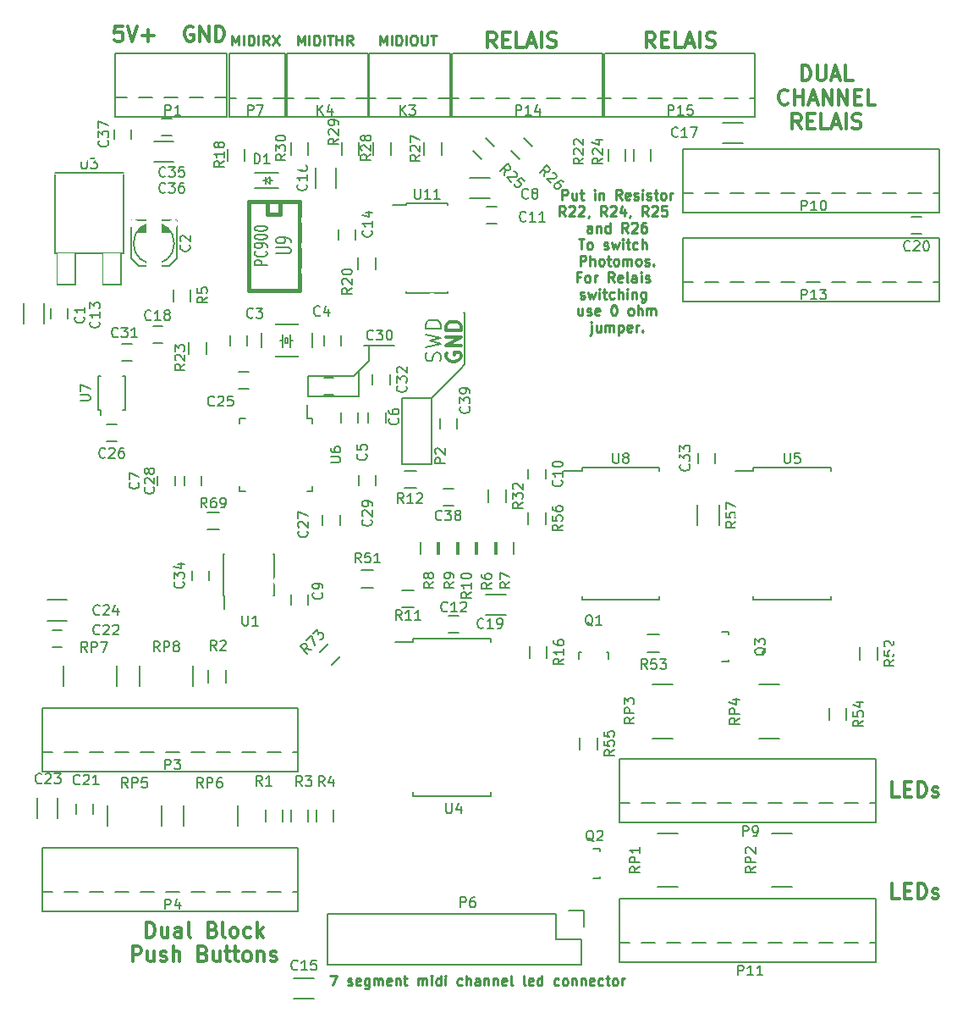
<source format=gbr>
G04 #@! TF.FileFunction,Legend,Top*
%FSLAX46Y46*%
G04 Gerber Fmt 4.6, Leading zero omitted, Abs format (unit mm)*
G04 Created by KiCad (PCBNEW 4.0.2+e4-6225~38~ubuntu15.04.1-stable) date Do 30 Jun 2016 00:48:15 CEST*
%MOMM*%
G01*
G04 APERTURE LIST*
%ADD10C,0.150000*%
%ADD11C,0.300000*%
%ADD12C,0.250000*%
%ADD13C,0.200000*%
%ADD14C,0.127000*%
%ADD15C,0.381000*%
%ADD16C,0.152400*%
%ADD17O,1.506220X3.014980*%
%ADD18R,0.900000X0.900000*%
%ADD19R,1.900000X1.100000*%
%ADD20R,1.250000X1.000000*%
%ADD21R,1.000000X1.250000*%
%ADD22R,1.727200X1.727200*%
%ADD23O,1.727200X1.727200*%
%ADD24R,2.000000X0.600000*%
%ADD25R,1.950000X0.600000*%
%ADD26O,2.286000X1.574800*%
%ADD27R,1.500000X0.600000*%
%ADD28R,1.300000X1.500000*%
%ADD29R,1.500000X1.300000*%
%ADD30R,1.700000X0.900000*%
%ADD31R,0.600000X1.550000*%
%ADD32R,0.800100X1.800860*%
%ADD33R,1.800860X0.800100*%
%ADD34R,1.000000X1.600000*%
%ADD35R,1.600000X1.000000*%
%ADD36R,1.651000X3.048000*%
%ADD37R,6.096000X6.096000*%
%ADD38R,0.250000X1.300000*%
%ADD39R,1.300000X0.250000*%
%ADD40R,1.600200X2.600960*%
%ADD41R,1.050000X1.050000*%
%ADD42C,1.050000*%
%ADD43R,0.900000X0.600000*%
%ADD44C,0.050000*%
%ADD45R,0.300000X1.450000*%
%ADD46C,6.000000*%
%ADD47C,0.889000*%
%ADD48C,0.600000*%
%ADD49C,2.000000*%
G04 APERTURE END LIST*
D10*
D11*
X13514286Y-92138851D02*
X13514286Y-90638851D01*
X13871429Y-90638851D01*
X14085714Y-90710280D01*
X14228572Y-90853137D01*
X14300000Y-90995994D01*
X14371429Y-91281709D01*
X14371429Y-91495994D01*
X14300000Y-91781709D01*
X14228572Y-91924566D01*
X14085714Y-92067423D01*
X13871429Y-92138851D01*
X13514286Y-92138851D01*
X15657143Y-91138851D02*
X15657143Y-92138851D01*
X15014286Y-91138851D02*
X15014286Y-91924566D01*
X15085714Y-92067423D01*
X15228572Y-92138851D01*
X15442857Y-92138851D01*
X15585714Y-92067423D01*
X15657143Y-91995994D01*
X17014286Y-92138851D02*
X17014286Y-91353137D01*
X16942857Y-91210280D01*
X16800000Y-91138851D01*
X16514286Y-91138851D01*
X16371429Y-91210280D01*
X17014286Y-92067423D02*
X16871429Y-92138851D01*
X16514286Y-92138851D01*
X16371429Y-92067423D01*
X16300000Y-91924566D01*
X16300000Y-91781709D01*
X16371429Y-91638851D01*
X16514286Y-91567423D01*
X16871429Y-91567423D01*
X17014286Y-91495994D01*
X17942858Y-92138851D02*
X17800000Y-92067423D01*
X17728572Y-91924566D01*
X17728572Y-90638851D01*
X20157143Y-91353137D02*
X20371429Y-91424566D01*
X20442857Y-91495994D01*
X20514286Y-91638851D01*
X20514286Y-91853137D01*
X20442857Y-91995994D01*
X20371429Y-92067423D01*
X20228571Y-92138851D01*
X19657143Y-92138851D01*
X19657143Y-90638851D01*
X20157143Y-90638851D01*
X20300000Y-90710280D01*
X20371429Y-90781709D01*
X20442857Y-90924566D01*
X20442857Y-91067423D01*
X20371429Y-91210280D01*
X20300000Y-91281709D01*
X20157143Y-91353137D01*
X19657143Y-91353137D01*
X21371429Y-92138851D02*
X21228571Y-92067423D01*
X21157143Y-91924566D01*
X21157143Y-90638851D01*
X22157143Y-92138851D02*
X22014285Y-92067423D01*
X21942857Y-91995994D01*
X21871428Y-91853137D01*
X21871428Y-91424566D01*
X21942857Y-91281709D01*
X22014285Y-91210280D01*
X22157143Y-91138851D01*
X22371428Y-91138851D01*
X22514285Y-91210280D01*
X22585714Y-91281709D01*
X22657143Y-91424566D01*
X22657143Y-91853137D01*
X22585714Y-91995994D01*
X22514285Y-92067423D01*
X22371428Y-92138851D01*
X22157143Y-92138851D01*
X23942857Y-92067423D02*
X23800000Y-92138851D01*
X23514286Y-92138851D01*
X23371428Y-92067423D01*
X23300000Y-91995994D01*
X23228571Y-91853137D01*
X23228571Y-91424566D01*
X23300000Y-91281709D01*
X23371428Y-91210280D01*
X23514286Y-91138851D01*
X23800000Y-91138851D01*
X23942857Y-91210280D01*
X24585714Y-92138851D02*
X24585714Y-90638851D01*
X24728571Y-91567423D02*
X25157142Y-92138851D01*
X25157142Y-91138851D02*
X24585714Y-91710280D01*
X12121428Y-94538851D02*
X12121428Y-93038851D01*
X12692856Y-93038851D01*
X12835714Y-93110280D01*
X12907142Y-93181709D01*
X12978571Y-93324566D01*
X12978571Y-93538851D01*
X12907142Y-93681709D01*
X12835714Y-93753137D01*
X12692856Y-93824566D01*
X12121428Y-93824566D01*
X14264285Y-93538851D02*
X14264285Y-94538851D01*
X13621428Y-93538851D02*
X13621428Y-94324566D01*
X13692856Y-94467423D01*
X13835714Y-94538851D01*
X14049999Y-94538851D01*
X14192856Y-94467423D01*
X14264285Y-94395994D01*
X14907142Y-94467423D02*
X15049999Y-94538851D01*
X15335714Y-94538851D01*
X15478571Y-94467423D01*
X15549999Y-94324566D01*
X15549999Y-94253137D01*
X15478571Y-94110280D01*
X15335714Y-94038851D01*
X15121428Y-94038851D01*
X14978571Y-93967423D01*
X14907142Y-93824566D01*
X14907142Y-93753137D01*
X14978571Y-93610280D01*
X15121428Y-93538851D01*
X15335714Y-93538851D01*
X15478571Y-93610280D01*
X16192857Y-94538851D02*
X16192857Y-93038851D01*
X16835714Y-94538851D02*
X16835714Y-93753137D01*
X16764285Y-93610280D01*
X16621428Y-93538851D01*
X16407143Y-93538851D01*
X16264285Y-93610280D01*
X16192857Y-93681709D01*
X19192857Y-93753137D02*
X19407143Y-93824566D01*
X19478571Y-93895994D01*
X19550000Y-94038851D01*
X19550000Y-94253137D01*
X19478571Y-94395994D01*
X19407143Y-94467423D01*
X19264285Y-94538851D01*
X18692857Y-94538851D01*
X18692857Y-93038851D01*
X19192857Y-93038851D01*
X19335714Y-93110280D01*
X19407143Y-93181709D01*
X19478571Y-93324566D01*
X19478571Y-93467423D01*
X19407143Y-93610280D01*
X19335714Y-93681709D01*
X19192857Y-93753137D01*
X18692857Y-93753137D01*
X20835714Y-93538851D02*
X20835714Y-94538851D01*
X20192857Y-93538851D02*
X20192857Y-94324566D01*
X20264285Y-94467423D01*
X20407143Y-94538851D01*
X20621428Y-94538851D01*
X20764285Y-94467423D01*
X20835714Y-94395994D01*
X21335714Y-93538851D02*
X21907143Y-93538851D01*
X21550000Y-93038851D02*
X21550000Y-94324566D01*
X21621428Y-94467423D01*
X21764286Y-94538851D01*
X21907143Y-94538851D01*
X22192857Y-93538851D02*
X22764286Y-93538851D01*
X22407143Y-93038851D02*
X22407143Y-94324566D01*
X22478571Y-94467423D01*
X22621429Y-94538851D01*
X22764286Y-94538851D01*
X23478572Y-94538851D02*
X23335714Y-94467423D01*
X23264286Y-94395994D01*
X23192857Y-94253137D01*
X23192857Y-93824566D01*
X23264286Y-93681709D01*
X23335714Y-93610280D01*
X23478572Y-93538851D01*
X23692857Y-93538851D01*
X23835714Y-93610280D01*
X23907143Y-93681709D01*
X23978572Y-93824566D01*
X23978572Y-94253137D01*
X23907143Y-94395994D01*
X23835714Y-94467423D01*
X23692857Y-94538851D01*
X23478572Y-94538851D01*
X24621429Y-93538851D02*
X24621429Y-94538851D01*
X24621429Y-93681709D02*
X24692857Y-93610280D01*
X24835715Y-93538851D01*
X25050000Y-93538851D01*
X25192857Y-93610280D01*
X25264286Y-93753137D01*
X25264286Y-94538851D01*
X25907143Y-94467423D02*
X26050000Y-94538851D01*
X26335715Y-94538851D01*
X26478572Y-94467423D01*
X26550000Y-94324566D01*
X26550000Y-94253137D01*
X26478572Y-94110280D01*
X26335715Y-94038851D01*
X26121429Y-94038851D01*
X25978572Y-93967423D01*
X25907143Y-93824566D01*
X25907143Y-93753137D01*
X25978572Y-93610280D01*
X26121429Y-93538851D01*
X26335715Y-93538851D01*
X26478572Y-93610280D01*
D12*
X31890712Y-95922661D02*
X32557379Y-95922661D01*
X32128807Y-96922661D01*
X33652617Y-96875042D02*
X33747855Y-96922661D01*
X33938331Y-96922661D01*
X34033570Y-96875042D01*
X34081189Y-96779804D01*
X34081189Y-96732185D01*
X34033570Y-96636947D01*
X33938331Y-96589328D01*
X33795474Y-96589328D01*
X33700236Y-96541709D01*
X33652617Y-96446470D01*
X33652617Y-96398851D01*
X33700236Y-96303613D01*
X33795474Y-96255994D01*
X33938331Y-96255994D01*
X34033570Y-96303613D01*
X34890713Y-96875042D02*
X34795475Y-96922661D01*
X34604998Y-96922661D01*
X34509760Y-96875042D01*
X34462141Y-96779804D01*
X34462141Y-96398851D01*
X34509760Y-96303613D01*
X34604998Y-96255994D01*
X34795475Y-96255994D01*
X34890713Y-96303613D01*
X34938332Y-96398851D01*
X34938332Y-96494090D01*
X34462141Y-96589328D01*
X35795475Y-96255994D02*
X35795475Y-97065518D01*
X35747856Y-97160756D01*
X35700237Y-97208375D01*
X35604998Y-97255994D01*
X35462141Y-97255994D01*
X35366903Y-97208375D01*
X35795475Y-96875042D02*
X35700237Y-96922661D01*
X35509760Y-96922661D01*
X35414522Y-96875042D01*
X35366903Y-96827423D01*
X35319284Y-96732185D01*
X35319284Y-96446470D01*
X35366903Y-96351232D01*
X35414522Y-96303613D01*
X35509760Y-96255994D01*
X35700237Y-96255994D01*
X35795475Y-96303613D01*
X36271665Y-96922661D02*
X36271665Y-96255994D01*
X36271665Y-96351232D02*
X36319284Y-96303613D01*
X36414522Y-96255994D01*
X36557380Y-96255994D01*
X36652618Y-96303613D01*
X36700237Y-96398851D01*
X36700237Y-96922661D01*
X36700237Y-96398851D02*
X36747856Y-96303613D01*
X36843094Y-96255994D01*
X36985951Y-96255994D01*
X37081189Y-96303613D01*
X37128808Y-96398851D01*
X37128808Y-96922661D01*
X37985951Y-96875042D02*
X37890713Y-96922661D01*
X37700236Y-96922661D01*
X37604998Y-96875042D01*
X37557379Y-96779804D01*
X37557379Y-96398851D01*
X37604998Y-96303613D01*
X37700236Y-96255994D01*
X37890713Y-96255994D01*
X37985951Y-96303613D01*
X38033570Y-96398851D01*
X38033570Y-96494090D01*
X37557379Y-96589328D01*
X38462141Y-96255994D02*
X38462141Y-96922661D01*
X38462141Y-96351232D02*
X38509760Y-96303613D01*
X38604998Y-96255994D01*
X38747856Y-96255994D01*
X38843094Y-96303613D01*
X38890713Y-96398851D01*
X38890713Y-96922661D01*
X39224046Y-96255994D02*
X39604998Y-96255994D01*
X39366903Y-95922661D02*
X39366903Y-96779804D01*
X39414522Y-96875042D01*
X39509760Y-96922661D01*
X39604998Y-96922661D01*
X40700237Y-96922661D02*
X40700237Y-96255994D01*
X40700237Y-96351232D02*
X40747856Y-96303613D01*
X40843094Y-96255994D01*
X40985952Y-96255994D01*
X41081190Y-96303613D01*
X41128809Y-96398851D01*
X41128809Y-96922661D01*
X41128809Y-96398851D02*
X41176428Y-96303613D01*
X41271666Y-96255994D01*
X41414523Y-96255994D01*
X41509761Y-96303613D01*
X41557380Y-96398851D01*
X41557380Y-96922661D01*
X42033570Y-96922661D02*
X42033570Y-96255994D01*
X42033570Y-95922661D02*
X41985951Y-95970280D01*
X42033570Y-96017899D01*
X42081189Y-95970280D01*
X42033570Y-95922661D01*
X42033570Y-96017899D01*
X42938332Y-96922661D02*
X42938332Y-95922661D01*
X42938332Y-96875042D02*
X42843094Y-96922661D01*
X42652617Y-96922661D01*
X42557379Y-96875042D01*
X42509760Y-96827423D01*
X42462141Y-96732185D01*
X42462141Y-96446470D01*
X42509760Y-96351232D01*
X42557379Y-96303613D01*
X42652617Y-96255994D01*
X42843094Y-96255994D01*
X42938332Y-96303613D01*
X43414522Y-96922661D02*
X43414522Y-96255994D01*
X43414522Y-95922661D02*
X43366903Y-95970280D01*
X43414522Y-96017899D01*
X43462141Y-95970280D01*
X43414522Y-95922661D01*
X43414522Y-96017899D01*
X45081189Y-96875042D02*
X44985951Y-96922661D01*
X44795474Y-96922661D01*
X44700236Y-96875042D01*
X44652617Y-96827423D01*
X44604998Y-96732185D01*
X44604998Y-96446470D01*
X44652617Y-96351232D01*
X44700236Y-96303613D01*
X44795474Y-96255994D01*
X44985951Y-96255994D01*
X45081189Y-96303613D01*
X45509760Y-96922661D02*
X45509760Y-95922661D01*
X45938332Y-96922661D02*
X45938332Y-96398851D01*
X45890713Y-96303613D01*
X45795475Y-96255994D01*
X45652617Y-96255994D01*
X45557379Y-96303613D01*
X45509760Y-96351232D01*
X46843094Y-96922661D02*
X46843094Y-96398851D01*
X46795475Y-96303613D01*
X46700237Y-96255994D01*
X46509760Y-96255994D01*
X46414522Y-96303613D01*
X46843094Y-96875042D02*
X46747856Y-96922661D01*
X46509760Y-96922661D01*
X46414522Y-96875042D01*
X46366903Y-96779804D01*
X46366903Y-96684566D01*
X46414522Y-96589328D01*
X46509760Y-96541709D01*
X46747856Y-96541709D01*
X46843094Y-96494090D01*
X47319284Y-96255994D02*
X47319284Y-96922661D01*
X47319284Y-96351232D02*
X47366903Y-96303613D01*
X47462141Y-96255994D01*
X47604999Y-96255994D01*
X47700237Y-96303613D01*
X47747856Y-96398851D01*
X47747856Y-96922661D01*
X48224046Y-96255994D02*
X48224046Y-96922661D01*
X48224046Y-96351232D02*
X48271665Y-96303613D01*
X48366903Y-96255994D01*
X48509761Y-96255994D01*
X48604999Y-96303613D01*
X48652618Y-96398851D01*
X48652618Y-96922661D01*
X49509761Y-96875042D02*
X49414523Y-96922661D01*
X49224046Y-96922661D01*
X49128808Y-96875042D01*
X49081189Y-96779804D01*
X49081189Y-96398851D01*
X49128808Y-96303613D01*
X49224046Y-96255994D01*
X49414523Y-96255994D01*
X49509761Y-96303613D01*
X49557380Y-96398851D01*
X49557380Y-96494090D01*
X49081189Y-96589328D01*
X50128808Y-96922661D02*
X50033570Y-96875042D01*
X49985951Y-96779804D01*
X49985951Y-95922661D01*
X51414523Y-96922661D02*
X51319285Y-96875042D01*
X51271666Y-96779804D01*
X51271666Y-95922661D01*
X52176429Y-96875042D02*
X52081191Y-96922661D01*
X51890714Y-96922661D01*
X51795476Y-96875042D01*
X51747857Y-96779804D01*
X51747857Y-96398851D01*
X51795476Y-96303613D01*
X51890714Y-96255994D01*
X52081191Y-96255994D01*
X52176429Y-96303613D01*
X52224048Y-96398851D01*
X52224048Y-96494090D01*
X51747857Y-96589328D01*
X53081191Y-96922661D02*
X53081191Y-95922661D01*
X53081191Y-96875042D02*
X52985953Y-96922661D01*
X52795476Y-96922661D01*
X52700238Y-96875042D01*
X52652619Y-96827423D01*
X52605000Y-96732185D01*
X52605000Y-96446470D01*
X52652619Y-96351232D01*
X52700238Y-96303613D01*
X52795476Y-96255994D01*
X52985953Y-96255994D01*
X53081191Y-96303613D01*
X54747858Y-96875042D02*
X54652620Y-96922661D01*
X54462143Y-96922661D01*
X54366905Y-96875042D01*
X54319286Y-96827423D01*
X54271667Y-96732185D01*
X54271667Y-96446470D01*
X54319286Y-96351232D01*
X54366905Y-96303613D01*
X54462143Y-96255994D01*
X54652620Y-96255994D01*
X54747858Y-96303613D01*
X55319286Y-96922661D02*
X55224048Y-96875042D01*
X55176429Y-96827423D01*
X55128810Y-96732185D01*
X55128810Y-96446470D01*
X55176429Y-96351232D01*
X55224048Y-96303613D01*
X55319286Y-96255994D01*
X55462144Y-96255994D01*
X55557382Y-96303613D01*
X55605001Y-96351232D01*
X55652620Y-96446470D01*
X55652620Y-96732185D01*
X55605001Y-96827423D01*
X55557382Y-96875042D01*
X55462144Y-96922661D01*
X55319286Y-96922661D01*
X56081191Y-96255994D02*
X56081191Y-96922661D01*
X56081191Y-96351232D02*
X56128810Y-96303613D01*
X56224048Y-96255994D01*
X56366906Y-96255994D01*
X56462144Y-96303613D01*
X56509763Y-96398851D01*
X56509763Y-96922661D01*
X56985953Y-96255994D02*
X56985953Y-96922661D01*
X56985953Y-96351232D02*
X57033572Y-96303613D01*
X57128810Y-96255994D01*
X57271668Y-96255994D01*
X57366906Y-96303613D01*
X57414525Y-96398851D01*
X57414525Y-96922661D01*
X58271668Y-96875042D02*
X58176430Y-96922661D01*
X57985953Y-96922661D01*
X57890715Y-96875042D01*
X57843096Y-96779804D01*
X57843096Y-96398851D01*
X57890715Y-96303613D01*
X57985953Y-96255994D01*
X58176430Y-96255994D01*
X58271668Y-96303613D01*
X58319287Y-96398851D01*
X58319287Y-96494090D01*
X57843096Y-96589328D01*
X59176430Y-96875042D02*
X59081192Y-96922661D01*
X58890715Y-96922661D01*
X58795477Y-96875042D01*
X58747858Y-96827423D01*
X58700239Y-96732185D01*
X58700239Y-96446470D01*
X58747858Y-96351232D01*
X58795477Y-96303613D01*
X58890715Y-96255994D01*
X59081192Y-96255994D01*
X59176430Y-96303613D01*
X59462144Y-96255994D02*
X59843096Y-96255994D01*
X59605001Y-95922661D02*
X59605001Y-96779804D01*
X59652620Y-96875042D01*
X59747858Y-96922661D01*
X59843096Y-96922661D01*
X60319287Y-96922661D02*
X60224049Y-96875042D01*
X60176430Y-96827423D01*
X60128811Y-96732185D01*
X60128811Y-96446470D01*
X60176430Y-96351232D01*
X60224049Y-96303613D01*
X60319287Y-96255994D01*
X60462145Y-96255994D01*
X60557383Y-96303613D01*
X60605002Y-96351232D01*
X60652621Y-96446470D01*
X60652621Y-96732185D01*
X60605002Y-96827423D01*
X60557383Y-96875042D01*
X60462145Y-96922661D01*
X60319287Y-96922661D01*
X61081192Y-96922661D02*
X61081192Y-96255994D01*
X61081192Y-96446470D02*
X61128811Y-96351232D01*
X61176430Y-96303613D01*
X61271668Y-96255994D01*
X61366907Y-96255994D01*
D11*
X88848572Y-88258851D02*
X88134286Y-88258851D01*
X88134286Y-86758851D01*
X89348572Y-87473137D02*
X89848572Y-87473137D01*
X90062858Y-88258851D02*
X89348572Y-88258851D01*
X89348572Y-86758851D01*
X90062858Y-86758851D01*
X90705715Y-88258851D02*
X90705715Y-86758851D01*
X91062858Y-86758851D01*
X91277143Y-86830280D01*
X91420001Y-86973137D01*
X91491429Y-87115994D01*
X91562858Y-87401709D01*
X91562858Y-87615994D01*
X91491429Y-87901709D01*
X91420001Y-88044566D01*
X91277143Y-88187423D01*
X91062858Y-88258851D01*
X90705715Y-88258851D01*
X92134286Y-88187423D02*
X92277143Y-88258851D01*
X92562858Y-88258851D01*
X92705715Y-88187423D01*
X92777143Y-88044566D01*
X92777143Y-87973137D01*
X92705715Y-87830280D01*
X92562858Y-87758851D01*
X92348572Y-87758851D01*
X92205715Y-87687423D01*
X92134286Y-87544566D01*
X92134286Y-87473137D01*
X92205715Y-87330280D01*
X92348572Y-87258851D01*
X92562858Y-87258851D01*
X92705715Y-87330280D01*
X88848572Y-78098851D02*
X88134286Y-78098851D01*
X88134286Y-76598851D01*
X89348572Y-77313137D02*
X89848572Y-77313137D01*
X90062858Y-78098851D02*
X89348572Y-78098851D01*
X89348572Y-76598851D01*
X90062858Y-76598851D01*
X90705715Y-78098851D02*
X90705715Y-76598851D01*
X91062858Y-76598851D01*
X91277143Y-76670280D01*
X91420001Y-76813137D01*
X91491429Y-76955994D01*
X91562858Y-77241709D01*
X91562858Y-77455994D01*
X91491429Y-77741709D01*
X91420001Y-77884566D01*
X91277143Y-78027423D01*
X91062858Y-78098851D01*
X90705715Y-78098851D01*
X92134286Y-78027423D02*
X92277143Y-78098851D01*
X92562858Y-78098851D01*
X92705715Y-78027423D01*
X92777143Y-77884566D01*
X92777143Y-77813137D01*
X92705715Y-77670280D01*
X92562858Y-77598851D01*
X92348572Y-77598851D01*
X92205715Y-77527423D01*
X92134286Y-77384566D01*
X92134286Y-77313137D01*
X92205715Y-77170280D01*
X92348572Y-77098851D01*
X92562858Y-77098851D01*
X92705715Y-77170280D01*
D12*
X55098809Y-18377661D02*
X55098809Y-17377661D01*
X55479762Y-17377661D01*
X55575000Y-17425280D01*
X55622619Y-17472899D01*
X55670238Y-17568137D01*
X55670238Y-17710994D01*
X55622619Y-17806232D01*
X55575000Y-17853851D01*
X55479762Y-17901470D01*
X55098809Y-17901470D01*
X56527381Y-17710994D02*
X56527381Y-18377661D01*
X56098809Y-17710994D02*
X56098809Y-18234804D01*
X56146428Y-18330042D01*
X56241666Y-18377661D01*
X56384524Y-18377661D01*
X56479762Y-18330042D01*
X56527381Y-18282423D01*
X56860714Y-17710994D02*
X57241666Y-17710994D01*
X57003571Y-17377661D02*
X57003571Y-18234804D01*
X57051190Y-18330042D01*
X57146428Y-18377661D01*
X57241666Y-18377661D01*
X58336905Y-18377661D02*
X58336905Y-17710994D01*
X58336905Y-17377661D02*
X58289286Y-17425280D01*
X58336905Y-17472899D01*
X58384524Y-17425280D01*
X58336905Y-17377661D01*
X58336905Y-17472899D01*
X58813095Y-17710994D02*
X58813095Y-18377661D01*
X58813095Y-17806232D02*
X58860714Y-17758613D01*
X58955952Y-17710994D01*
X59098810Y-17710994D01*
X59194048Y-17758613D01*
X59241667Y-17853851D01*
X59241667Y-18377661D01*
X61051191Y-18377661D02*
X60717857Y-17901470D01*
X60479762Y-18377661D02*
X60479762Y-17377661D01*
X60860715Y-17377661D01*
X60955953Y-17425280D01*
X61003572Y-17472899D01*
X61051191Y-17568137D01*
X61051191Y-17710994D01*
X61003572Y-17806232D01*
X60955953Y-17853851D01*
X60860715Y-17901470D01*
X60479762Y-17901470D01*
X61860715Y-18330042D02*
X61765477Y-18377661D01*
X61575000Y-18377661D01*
X61479762Y-18330042D01*
X61432143Y-18234804D01*
X61432143Y-17853851D01*
X61479762Y-17758613D01*
X61575000Y-17710994D01*
X61765477Y-17710994D01*
X61860715Y-17758613D01*
X61908334Y-17853851D01*
X61908334Y-17949090D01*
X61432143Y-18044328D01*
X62289286Y-18330042D02*
X62384524Y-18377661D01*
X62575000Y-18377661D01*
X62670239Y-18330042D01*
X62717858Y-18234804D01*
X62717858Y-18187185D01*
X62670239Y-18091947D01*
X62575000Y-18044328D01*
X62432143Y-18044328D01*
X62336905Y-17996709D01*
X62289286Y-17901470D01*
X62289286Y-17853851D01*
X62336905Y-17758613D01*
X62432143Y-17710994D01*
X62575000Y-17710994D01*
X62670239Y-17758613D01*
X63146429Y-18377661D02*
X63146429Y-17710994D01*
X63146429Y-17377661D02*
X63098810Y-17425280D01*
X63146429Y-17472899D01*
X63194048Y-17425280D01*
X63146429Y-17377661D01*
X63146429Y-17472899D01*
X63575000Y-18330042D02*
X63670238Y-18377661D01*
X63860714Y-18377661D01*
X63955953Y-18330042D01*
X64003572Y-18234804D01*
X64003572Y-18187185D01*
X63955953Y-18091947D01*
X63860714Y-18044328D01*
X63717857Y-18044328D01*
X63622619Y-17996709D01*
X63575000Y-17901470D01*
X63575000Y-17853851D01*
X63622619Y-17758613D01*
X63717857Y-17710994D01*
X63860714Y-17710994D01*
X63955953Y-17758613D01*
X64289286Y-17710994D02*
X64670238Y-17710994D01*
X64432143Y-17377661D02*
X64432143Y-18234804D01*
X64479762Y-18330042D01*
X64575000Y-18377661D01*
X64670238Y-18377661D01*
X65146429Y-18377661D02*
X65051191Y-18330042D01*
X65003572Y-18282423D01*
X64955953Y-18187185D01*
X64955953Y-17901470D01*
X65003572Y-17806232D01*
X65051191Y-17758613D01*
X65146429Y-17710994D01*
X65289287Y-17710994D01*
X65384525Y-17758613D01*
X65432144Y-17806232D01*
X65479763Y-17901470D01*
X65479763Y-18187185D01*
X65432144Y-18282423D01*
X65384525Y-18330042D01*
X65289287Y-18377661D01*
X65146429Y-18377661D01*
X65908334Y-18377661D02*
X65908334Y-17710994D01*
X65908334Y-17901470D02*
X65955953Y-17806232D01*
X66003572Y-17758613D01*
X66098810Y-17710994D01*
X66194049Y-17710994D01*
X55408334Y-20027661D02*
X55075000Y-19551470D01*
X54836905Y-20027661D02*
X54836905Y-19027661D01*
X55217858Y-19027661D01*
X55313096Y-19075280D01*
X55360715Y-19122899D01*
X55408334Y-19218137D01*
X55408334Y-19360994D01*
X55360715Y-19456232D01*
X55313096Y-19503851D01*
X55217858Y-19551470D01*
X54836905Y-19551470D01*
X55789286Y-19122899D02*
X55836905Y-19075280D01*
X55932143Y-19027661D01*
X56170239Y-19027661D01*
X56265477Y-19075280D01*
X56313096Y-19122899D01*
X56360715Y-19218137D01*
X56360715Y-19313375D01*
X56313096Y-19456232D01*
X55741667Y-20027661D01*
X56360715Y-20027661D01*
X56741667Y-19122899D02*
X56789286Y-19075280D01*
X56884524Y-19027661D01*
X57122620Y-19027661D01*
X57217858Y-19075280D01*
X57265477Y-19122899D01*
X57313096Y-19218137D01*
X57313096Y-19313375D01*
X57265477Y-19456232D01*
X56694048Y-20027661D01*
X57313096Y-20027661D01*
X57789286Y-19980042D02*
X57789286Y-20027661D01*
X57741667Y-20122899D01*
X57694048Y-20170518D01*
X59551191Y-20027661D02*
X59217857Y-19551470D01*
X58979762Y-20027661D02*
X58979762Y-19027661D01*
X59360715Y-19027661D01*
X59455953Y-19075280D01*
X59503572Y-19122899D01*
X59551191Y-19218137D01*
X59551191Y-19360994D01*
X59503572Y-19456232D01*
X59455953Y-19503851D01*
X59360715Y-19551470D01*
X58979762Y-19551470D01*
X59932143Y-19122899D02*
X59979762Y-19075280D01*
X60075000Y-19027661D01*
X60313096Y-19027661D01*
X60408334Y-19075280D01*
X60455953Y-19122899D01*
X60503572Y-19218137D01*
X60503572Y-19313375D01*
X60455953Y-19456232D01*
X59884524Y-20027661D01*
X60503572Y-20027661D01*
X61360715Y-19360994D02*
X61360715Y-20027661D01*
X61122619Y-18980042D02*
X60884524Y-19694328D01*
X61503572Y-19694328D01*
X61932143Y-19980042D02*
X61932143Y-20027661D01*
X61884524Y-20122899D01*
X61836905Y-20170518D01*
X63694048Y-20027661D02*
X63360714Y-19551470D01*
X63122619Y-20027661D02*
X63122619Y-19027661D01*
X63503572Y-19027661D01*
X63598810Y-19075280D01*
X63646429Y-19122899D01*
X63694048Y-19218137D01*
X63694048Y-19360994D01*
X63646429Y-19456232D01*
X63598810Y-19503851D01*
X63503572Y-19551470D01*
X63122619Y-19551470D01*
X64075000Y-19122899D02*
X64122619Y-19075280D01*
X64217857Y-19027661D01*
X64455953Y-19027661D01*
X64551191Y-19075280D01*
X64598810Y-19122899D01*
X64646429Y-19218137D01*
X64646429Y-19313375D01*
X64598810Y-19456232D01*
X64027381Y-20027661D01*
X64646429Y-20027661D01*
X65551191Y-19027661D02*
X65075000Y-19027661D01*
X65027381Y-19503851D01*
X65075000Y-19456232D01*
X65170238Y-19408613D01*
X65408334Y-19408613D01*
X65503572Y-19456232D01*
X65551191Y-19503851D01*
X65598810Y-19599090D01*
X65598810Y-19837185D01*
X65551191Y-19932423D01*
X65503572Y-19980042D01*
X65408334Y-20027661D01*
X65170238Y-20027661D01*
X65075000Y-19980042D01*
X65027381Y-19932423D01*
X58051191Y-21677661D02*
X58051191Y-21153851D01*
X58003572Y-21058613D01*
X57908334Y-21010994D01*
X57717857Y-21010994D01*
X57622619Y-21058613D01*
X58051191Y-21630042D02*
X57955953Y-21677661D01*
X57717857Y-21677661D01*
X57622619Y-21630042D01*
X57575000Y-21534804D01*
X57575000Y-21439566D01*
X57622619Y-21344328D01*
X57717857Y-21296709D01*
X57955953Y-21296709D01*
X58051191Y-21249090D01*
X58527381Y-21010994D02*
X58527381Y-21677661D01*
X58527381Y-21106232D02*
X58575000Y-21058613D01*
X58670238Y-21010994D01*
X58813096Y-21010994D01*
X58908334Y-21058613D01*
X58955953Y-21153851D01*
X58955953Y-21677661D01*
X59860715Y-21677661D02*
X59860715Y-20677661D01*
X59860715Y-21630042D02*
X59765477Y-21677661D01*
X59575000Y-21677661D01*
X59479762Y-21630042D01*
X59432143Y-21582423D01*
X59384524Y-21487185D01*
X59384524Y-21201470D01*
X59432143Y-21106232D01*
X59479762Y-21058613D01*
X59575000Y-21010994D01*
X59765477Y-21010994D01*
X59860715Y-21058613D01*
X61670239Y-21677661D02*
X61336905Y-21201470D01*
X61098810Y-21677661D02*
X61098810Y-20677661D01*
X61479763Y-20677661D01*
X61575001Y-20725280D01*
X61622620Y-20772899D01*
X61670239Y-20868137D01*
X61670239Y-21010994D01*
X61622620Y-21106232D01*
X61575001Y-21153851D01*
X61479763Y-21201470D01*
X61098810Y-21201470D01*
X62051191Y-20772899D02*
X62098810Y-20725280D01*
X62194048Y-20677661D01*
X62432144Y-20677661D01*
X62527382Y-20725280D01*
X62575001Y-20772899D01*
X62622620Y-20868137D01*
X62622620Y-20963375D01*
X62575001Y-21106232D01*
X62003572Y-21677661D01*
X62622620Y-21677661D01*
X63479763Y-20677661D02*
X63289286Y-20677661D01*
X63194048Y-20725280D01*
X63146429Y-20772899D01*
X63051191Y-20915756D01*
X63003572Y-21106232D01*
X63003572Y-21487185D01*
X63051191Y-21582423D01*
X63098810Y-21630042D01*
X63194048Y-21677661D01*
X63384525Y-21677661D01*
X63479763Y-21630042D01*
X63527382Y-21582423D01*
X63575001Y-21487185D01*
X63575001Y-21249090D01*
X63527382Y-21153851D01*
X63479763Y-21106232D01*
X63384525Y-21058613D01*
X63194048Y-21058613D01*
X63098810Y-21106232D01*
X63051191Y-21153851D01*
X63003572Y-21249090D01*
X56741666Y-22327661D02*
X57313095Y-22327661D01*
X57027380Y-23327661D02*
X57027380Y-22327661D01*
X57789285Y-23327661D02*
X57694047Y-23280042D01*
X57646428Y-23232423D01*
X57598809Y-23137185D01*
X57598809Y-22851470D01*
X57646428Y-22756232D01*
X57694047Y-22708613D01*
X57789285Y-22660994D01*
X57932143Y-22660994D01*
X58027381Y-22708613D01*
X58075000Y-22756232D01*
X58122619Y-22851470D01*
X58122619Y-23137185D01*
X58075000Y-23232423D01*
X58027381Y-23280042D01*
X57932143Y-23327661D01*
X57789285Y-23327661D01*
X59265476Y-23280042D02*
X59360714Y-23327661D01*
X59551190Y-23327661D01*
X59646429Y-23280042D01*
X59694048Y-23184804D01*
X59694048Y-23137185D01*
X59646429Y-23041947D01*
X59551190Y-22994328D01*
X59408333Y-22994328D01*
X59313095Y-22946709D01*
X59265476Y-22851470D01*
X59265476Y-22803851D01*
X59313095Y-22708613D01*
X59408333Y-22660994D01*
X59551190Y-22660994D01*
X59646429Y-22708613D01*
X60027381Y-22660994D02*
X60217857Y-23327661D01*
X60408334Y-22851470D01*
X60598810Y-23327661D01*
X60789286Y-22660994D01*
X61170238Y-23327661D02*
X61170238Y-22660994D01*
X61170238Y-22327661D02*
X61122619Y-22375280D01*
X61170238Y-22422899D01*
X61217857Y-22375280D01*
X61170238Y-22327661D01*
X61170238Y-22422899D01*
X61503571Y-22660994D02*
X61884523Y-22660994D01*
X61646428Y-22327661D02*
X61646428Y-23184804D01*
X61694047Y-23280042D01*
X61789285Y-23327661D01*
X61884523Y-23327661D01*
X62646429Y-23280042D02*
X62551191Y-23327661D01*
X62360714Y-23327661D01*
X62265476Y-23280042D01*
X62217857Y-23232423D01*
X62170238Y-23137185D01*
X62170238Y-22851470D01*
X62217857Y-22756232D01*
X62265476Y-22708613D01*
X62360714Y-22660994D01*
X62551191Y-22660994D01*
X62646429Y-22708613D01*
X63075000Y-23327661D02*
X63075000Y-22327661D01*
X63503572Y-23327661D02*
X63503572Y-22803851D01*
X63455953Y-22708613D01*
X63360715Y-22660994D01*
X63217857Y-22660994D01*
X63122619Y-22708613D01*
X63075000Y-22756232D01*
X56908333Y-24977661D02*
X56908333Y-23977661D01*
X57289286Y-23977661D01*
X57384524Y-24025280D01*
X57432143Y-24072899D01*
X57479762Y-24168137D01*
X57479762Y-24310994D01*
X57432143Y-24406232D01*
X57384524Y-24453851D01*
X57289286Y-24501470D01*
X56908333Y-24501470D01*
X57908333Y-24977661D02*
X57908333Y-23977661D01*
X58336905Y-24977661D02*
X58336905Y-24453851D01*
X58289286Y-24358613D01*
X58194048Y-24310994D01*
X58051190Y-24310994D01*
X57955952Y-24358613D01*
X57908333Y-24406232D01*
X58955952Y-24977661D02*
X58860714Y-24930042D01*
X58813095Y-24882423D01*
X58765476Y-24787185D01*
X58765476Y-24501470D01*
X58813095Y-24406232D01*
X58860714Y-24358613D01*
X58955952Y-24310994D01*
X59098810Y-24310994D01*
X59194048Y-24358613D01*
X59241667Y-24406232D01*
X59289286Y-24501470D01*
X59289286Y-24787185D01*
X59241667Y-24882423D01*
X59194048Y-24930042D01*
X59098810Y-24977661D01*
X58955952Y-24977661D01*
X59575000Y-24310994D02*
X59955952Y-24310994D01*
X59717857Y-23977661D02*
X59717857Y-24834804D01*
X59765476Y-24930042D01*
X59860714Y-24977661D01*
X59955952Y-24977661D01*
X60432143Y-24977661D02*
X60336905Y-24930042D01*
X60289286Y-24882423D01*
X60241667Y-24787185D01*
X60241667Y-24501470D01*
X60289286Y-24406232D01*
X60336905Y-24358613D01*
X60432143Y-24310994D01*
X60575001Y-24310994D01*
X60670239Y-24358613D01*
X60717858Y-24406232D01*
X60765477Y-24501470D01*
X60765477Y-24787185D01*
X60717858Y-24882423D01*
X60670239Y-24930042D01*
X60575001Y-24977661D01*
X60432143Y-24977661D01*
X61194048Y-24977661D02*
X61194048Y-24310994D01*
X61194048Y-24406232D02*
X61241667Y-24358613D01*
X61336905Y-24310994D01*
X61479763Y-24310994D01*
X61575001Y-24358613D01*
X61622620Y-24453851D01*
X61622620Y-24977661D01*
X61622620Y-24453851D02*
X61670239Y-24358613D01*
X61765477Y-24310994D01*
X61908334Y-24310994D01*
X62003572Y-24358613D01*
X62051191Y-24453851D01*
X62051191Y-24977661D01*
X62670238Y-24977661D02*
X62575000Y-24930042D01*
X62527381Y-24882423D01*
X62479762Y-24787185D01*
X62479762Y-24501470D01*
X62527381Y-24406232D01*
X62575000Y-24358613D01*
X62670238Y-24310994D01*
X62813096Y-24310994D01*
X62908334Y-24358613D01*
X62955953Y-24406232D01*
X63003572Y-24501470D01*
X63003572Y-24787185D01*
X62955953Y-24882423D01*
X62908334Y-24930042D01*
X62813096Y-24977661D01*
X62670238Y-24977661D01*
X63384524Y-24930042D02*
X63479762Y-24977661D01*
X63670238Y-24977661D01*
X63765477Y-24930042D01*
X63813096Y-24834804D01*
X63813096Y-24787185D01*
X63765477Y-24691947D01*
X63670238Y-24644328D01*
X63527381Y-24644328D01*
X63432143Y-24596709D01*
X63384524Y-24501470D01*
X63384524Y-24453851D01*
X63432143Y-24358613D01*
X63527381Y-24310994D01*
X63670238Y-24310994D01*
X63765477Y-24358613D01*
X64241667Y-24882423D02*
X64289286Y-24930042D01*
X64241667Y-24977661D01*
X64194048Y-24930042D01*
X64241667Y-24882423D01*
X64241667Y-24977661D01*
X56908333Y-26103851D02*
X56574999Y-26103851D01*
X56574999Y-26627661D02*
X56574999Y-25627661D01*
X57051190Y-25627661D01*
X57574999Y-26627661D02*
X57479761Y-26580042D01*
X57432142Y-26532423D01*
X57384523Y-26437185D01*
X57384523Y-26151470D01*
X57432142Y-26056232D01*
X57479761Y-26008613D01*
X57574999Y-25960994D01*
X57717857Y-25960994D01*
X57813095Y-26008613D01*
X57860714Y-26056232D01*
X57908333Y-26151470D01*
X57908333Y-26437185D01*
X57860714Y-26532423D01*
X57813095Y-26580042D01*
X57717857Y-26627661D01*
X57574999Y-26627661D01*
X58336904Y-26627661D02*
X58336904Y-25960994D01*
X58336904Y-26151470D02*
X58384523Y-26056232D01*
X58432142Y-26008613D01*
X58527380Y-25960994D01*
X58622619Y-25960994D01*
X60289286Y-26627661D02*
X59955952Y-26151470D01*
X59717857Y-26627661D02*
X59717857Y-25627661D01*
X60098810Y-25627661D01*
X60194048Y-25675280D01*
X60241667Y-25722899D01*
X60289286Y-25818137D01*
X60289286Y-25960994D01*
X60241667Y-26056232D01*
X60194048Y-26103851D01*
X60098810Y-26151470D01*
X59717857Y-26151470D01*
X61098810Y-26580042D02*
X61003572Y-26627661D01*
X60813095Y-26627661D01*
X60717857Y-26580042D01*
X60670238Y-26484804D01*
X60670238Y-26103851D01*
X60717857Y-26008613D01*
X60813095Y-25960994D01*
X61003572Y-25960994D01*
X61098810Y-26008613D01*
X61146429Y-26103851D01*
X61146429Y-26199090D01*
X60670238Y-26294328D01*
X61717857Y-26627661D02*
X61622619Y-26580042D01*
X61575000Y-26484804D01*
X61575000Y-25627661D01*
X62527382Y-26627661D02*
X62527382Y-26103851D01*
X62479763Y-26008613D01*
X62384525Y-25960994D01*
X62194048Y-25960994D01*
X62098810Y-26008613D01*
X62527382Y-26580042D02*
X62432144Y-26627661D01*
X62194048Y-26627661D01*
X62098810Y-26580042D01*
X62051191Y-26484804D01*
X62051191Y-26389566D01*
X62098810Y-26294328D01*
X62194048Y-26246709D01*
X62432144Y-26246709D01*
X62527382Y-26199090D01*
X63003572Y-26627661D02*
X63003572Y-25960994D01*
X63003572Y-25627661D02*
X62955953Y-25675280D01*
X63003572Y-25722899D01*
X63051191Y-25675280D01*
X63003572Y-25627661D01*
X63003572Y-25722899D01*
X63432143Y-26580042D02*
X63527381Y-26627661D01*
X63717857Y-26627661D01*
X63813096Y-26580042D01*
X63860715Y-26484804D01*
X63860715Y-26437185D01*
X63813096Y-26341947D01*
X63717857Y-26294328D01*
X63575000Y-26294328D01*
X63479762Y-26246709D01*
X63432143Y-26151470D01*
X63432143Y-26103851D01*
X63479762Y-26008613D01*
X63575000Y-25960994D01*
X63717857Y-25960994D01*
X63813096Y-26008613D01*
X56908333Y-28230042D02*
X57003571Y-28277661D01*
X57194047Y-28277661D01*
X57289286Y-28230042D01*
X57336905Y-28134804D01*
X57336905Y-28087185D01*
X57289286Y-27991947D01*
X57194047Y-27944328D01*
X57051190Y-27944328D01*
X56955952Y-27896709D01*
X56908333Y-27801470D01*
X56908333Y-27753851D01*
X56955952Y-27658613D01*
X57051190Y-27610994D01*
X57194047Y-27610994D01*
X57289286Y-27658613D01*
X57670238Y-27610994D02*
X57860714Y-28277661D01*
X58051191Y-27801470D01*
X58241667Y-28277661D01*
X58432143Y-27610994D01*
X58813095Y-28277661D02*
X58813095Y-27610994D01*
X58813095Y-27277661D02*
X58765476Y-27325280D01*
X58813095Y-27372899D01*
X58860714Y-27325280D01*
X58813095Y-27277661D01*
X58813095Y-27372899D01*
X59146428Y-27610994D02*
X59527380Y-27610994D01*
X59289285Y-27277661D02*
X59289285Y-28134804D01*
X59336904Y-28230042D01*
X59432142Y-28277661D01*
X59527380Y-28277661D01*
X60289286Y-28230042D02*
X60194048Y-28277661D01*
X60003571Y-28277661D01*
X59908333Y-28230042D01*
X59860714Y-28182423D01*
X59813095Y-28087185D01*
X59813095Y-27801470D01*
X59860714Y-27706232D01*
X59908333Y-27658613D01*
X60003571Y-27610994D01*
X60194048Y-27610994D01*
X60289286Y-27658613D01*
X60717857Y-28277661D02*
X60717857Y-27277661D01*
X61146429Y-28277661D02*
X61146429Y-27753851D01*
X61098810Y-27658613D01*
X61003572Y-27610994D01*
X60860714Y-27610994D01*
X60765476Y-27658613D01*
X60717857Y-27706232D01*
X61622619Y-28277661D02*
X61622619Y-27610994D01*
X61622619Y-27277661D02*
X61575000Y-27325280D01*
X61622619Y-27372899D01*
X61670238Y-27325280D01*
X61622619Y-27277661D01*
X61622619Y-27372899D01*
X62098809Y-27610994D02*
X62098809Y-28277661D01*
X62098809Y-27706232D02*
X62146428Y-27658613D01*
X62241666Y-27610994D01*
X62384524Y-27610994D01*
X62479762Y-27658613D01*
X62527381Y-27753851D01*
X62527381Y-28277661D01*
X63432143Y-27610994D02*
X63432143Y-28420518D01*
X63384524Y-28515756D01*
X63336905Y-28563375D01*
X63241666Y-28610994D01*
X63098809Y-28610994D01*
X63003571Y-28563375D01*
X63432143Y-28230042D02*
X63336905Y-28277661D01*
X63146428Y-28277661D01*
X63051190Y-28230042D01*
X63003571Y-28182423D01*
X62955952Y-28087185D01*
X62955952Y-27801470D01*
X63003571Y-27706232D01*
X63051190Y-27658613D01*
X63146428Y-27610994D01*
X63336905Y-27610994D01*
X63432143Y-27658613D01*
X57146429Y-29260994D02*
X57146429Y-29927661D01*
X56717857Y-29260994D02*
X56717857Y-29784804D01*
X56765476Y-29880042D01*
X56860714Y-29927661D01*
X57003572Y-29927661D01*
X57098810Y-29880042D01*
X57146429Y-29832423D01*
X57575000Y-29880042D02*
X57670238Y-29927661D01*
X57860714Y-29927661D01*
X57955953Y-29880042D01*
X58003572Y-29784804D01*
X58003572Y-29737185D01*
X57955953Y-29641947D01*
X57860714Y-29594328D01*
X57717857Y-29594328D01*
X57622619Y-29546709D01*
X57575000Y-29451470D01*
X57575000Y-29403851D01*
X57622619Y-29308613D01*
X57717857Y-29260994D01*
X57860714Y-29260994D01*
X57955953Y-29308613D01*
X58813096Y-29880042D02*
X58717858Y-29927661D01*
X58527381Y-29927661D01*
X58432143Y-29880042D01*
X58384524Y-29784804D01*
X58384524Y-29403851D01*
X58432143Y-29308613D01*
X58527381Y-29260994D01*
X58717858Y-29260994D01*
X58813096Y-29308613D01*
X58860715Y-29403851D01*
X58860715Y-29499090D01*
X58384524Y-29594328D01*
X60241667Y-28927661D02*
X60336906Y-28927661D01*
X60432144Y-28975280D01*
X60479763Y-29022899D01*
X60527382Y-29118137D01*
X60575001Y-29308613D01*
X60575001Y-29546709D01*
X60527382Y-29737185D01*
X60479763Y-29832423D01*
X60432144Y-29880042D01*
X60336906Y-29927661D01*
X60241667Y-29927661D01*
X60146429Y-29880042D01*
X60098810Y-29832423D01*
X60051191Y-29737185D01*
X60003572Y-29546709D01*
X60003572Y-29308613D01*
X60051191Y-29118137D01*
X60098810Y-29022899D01*
X60146429Y-28975280D01*
X60241667Y-28927661D01*
X61908334Y-29927661D02*
X61813096Y-29880042D01*
X61765477Y-29832423D01*
X61717858Y-29737185D01*
X61717858Y-29451470D01*
X61765477Y-29356232D01*
X61813096Y-29308613D01*
X61908334Y-29260994D01*
X62051192Y-29260994D01*
X62146430Y-29308613D01*
X62194049Y-29356232D01*
X62241668Y-29451470D01*
X62241668Y-29737185D01*
X62194049Y-29832423D01*
X62146430Y-29880042D01*
X62051192Y-29927661D01*
X61908334Y-29927661D01*
X62670239Y-29927661D02*
X62670239Y-28927661D01*
X63098811Y-29927661D02*
X63098811Y-29403851D01*
X63051192Y-29308613D01*
X62955954Y-29260994D01*
X62813096Y-29260994D01*
X62717858Y-29308613D01*
X62670239Y-29356232D01*
X63575001Y-29927661D02*
X63575001Y-29260994D01*
X63575001Y-29356232D02*
X63622620Y-29308613D01*
X63717858Y-29260994D01*
X63860716Y-29260994D01*
X63955954Y-29308613D01*
X64003573Y-29403851D01*
X64003573Y-29927661D01*
X64003573Y-29403851D02*
X64051192Y-29308613D01*
X64146430Y-29260994D01*
X64289287Y-29260994D01*
X64384525Y-29308613D01*
X64432144Y-29403851D01*
X64432144Y-29927661D01*
X58027381Y-30910994D02*
X58027381Y-31768137D01*
X57979762Y-31863375D01*
X57884524Y-31910994D01*
X57836905Y-31910994D01*
X58027381Y-30577661D02*
X57979762Y-30625280D01*
X58027381Y-30672899D01*
X58075000Y-30625280D01*
X58027381Y-30577661D01*
X58027381Y-30672899D01*
X58932143Y-30910994D02*
X58932143Y-31577661D01*
X58503571Y-30910994D02*
X58503571Y-31434804D01*
X58551190Y-31530042D01*
X58646428Y-31577661D01*
X58789286Y-31577661D01*
X58884524Y-31530042D01*
X58932143Y-31482423D01*
X59408333Y-31577661D02*
X59408333Y-30910994D01*
X59408333Y-31006232D02*
X59455952Y-30958613D01*
X59551190Y-30910994D01*
X59694048Y-30910994D01*
X59789286Y-30958613D01*
X59836905Y-31053851D01*
X59836905Y-31577661D01*
X59836905Y-31053851D02*
X59884524Y-30958613D01*
X59979762Y-30910994D01*
X60122619Y-30910994D01*
X60217857Y-30958613D01*
X60265476Y-31053851D01*
X60265476Y-31577661D01*
X60741666Y-30910994D02*
X60741666Y-31910994D01*
X60741666Y-30958613D02*
X60836904Y-30910994D01*
X61027381Y-30910994D01*
X61122619Y-30958613D01*
X61170238Y-31006232D01*
X61217857Y-31101470D01*
X61217857Y-31387185D01*
X61170238Y-31482423D01*
X61122619Y-31530042D01*
X61027381Y-31577661D01*
X60836904Y-31577661D01*
X60741666Y-31530042D01*
X62027381Y-31530042D02*
X61932143Y-31577661D01*
X61741666Y-31577661D01*
X61646428Y-31530042D01*
X61598809Y-31434804D01*
X61598809Y-31053851D01*
X61646428Y-30958613D01*
X61741666Y-30910994D01*
X61932143Y-30910994D01*
X62027381Y-30958613D01*
X62075000Y-31053851D01*
X62075000Y-31149090D01*
X61598809Y-31244328D01*
X62503571Y-31577661D02*
X62503571Y-30910994D01*
X62503571Y-31101470D02*
X62551190Y-31006232D01*
X62598809Y-30958613D01*
X62694047Y-30910994D01*
X62789286Y-30910994D01*
X63122619Y-31482423D02*
X63170238Y-31530042D01*
X63122619Y-31577661D01*
X63075000Y-31530042D01*
X63122619Y-31482423D01*
X63122619Y-31577661D01*
D11*
X79101429Y-6483851D02*
X79101429Y-4983851D01*
X79458572Y-4983851D01*
X79672857Y-5055280D01*
X79815715Y-5198137D01*
X79887143Y-5340994D01*
X79958572Y-5626709D01*
X79958572Y-5840994D01*
X79887143Y-6126709D01*
X79815715Y-6269566D01*
X79672857Y-6412423D01*
X79458572Y-6483851D01*
X79101429Y-6483851D01*
X80601429Y-4983851D02*
X80601429Y-6198137D01*
X80672857Y-6340994D01*
X80744286Y-6412423D01*
X80887143Y-6483851D01*
X81172857Y-6483851D01*
X81315715Y-6412423D01*
X81387143Y-6340994D01*
X81458572Y-6198137D01*
X81458572Y-4983851D01*
X82101429Y-6055280D02*
X82815715Y-6055280D01*
X81958572Y-6483851D02*
X82458572Y-4983851D01*
X82958572Y-6483851D01*
X84172858Y-6483851D02*
X83458572Y-6483851D01*
X83458572Y-4983851D01*
X77708571Y-8740994D02*
X77637142Y-8812423D01*
X77422856Y-8883851D01*
X77279999Y-8883851D01*
X77065714Y-8812423D01*
X76922856Y-8669566D01*
X76851428Y-8526709D01*
X76779999Y-8240994D01*
X76779999Y-8026709D01*
X76851428Y-7740994D01*
X76922856Y-7598137D01*
X77065714Y-7455280D01*
X77279999Y-7383851D01*
X77422856Y-7383851D01*
X77637142Y-7455280D01*
X77708571Y-7526709D01*
X78351428Y-8883851D02*
X78351428Y-7383851D01*
X78351428Y-8098137D02*
X79208571Y-8098137D01*
X79208571Y-8883851D02*
X79208571Y-7383851D01*
X79851428Y-8455280D02*
X80565714Y-8455280D01*
X79708571Y-8883851D02*
X80208571Y-7383851D01*
X80708571Y-8883851D01*
X81208571Y-8883851D02*
X81208571Y-7383851D01*
X82065714Y-8883851D01*
X82065714Y-7383851D01*
X82780000Y-8883851D02*
X82780000Y-7383851D01*
X83637143Y-8883851D01*
X83637143Y-7383851D01*
X84351429Y-8098137D02*
X84851429Y-8098137D01*
X85065715Y-8883851D02*
X84351429Y-8883851D01*
X84351429Y-7383851D01*
X85065715Y-7383851D01*
X86422858Y-8883851D02*
X85708572Y-8883851D01*
X85708572Y-7383851D01*
X78994286Y-11283851D02*
X78494286Y-10569566D01*
X78137143Y-11283851D02*
X78137143Y-9783851D01*
X78708571Y-9783851D01*
X78851429Y-9855280D01*
X78922857Y-9926709D01*
X78994286Y-10069566D01*
X78994286Y-10283851D01*
X78922857Y-10426709D01*
X78851429Y-10498137D01*
X78708571Y-10569566D01*
X78137143Y-10569566D01*
X79637143Y-10498137D02*
X80137143Y-10498137D01*
X80351429Y-11283851D02*
X79637143Y-11283851D01*
X79637143Y-9783851D01*
X80351429Y-9783851D01*
X81708572Y-11283851D02*
X80994286Y-11283851D01*
X80994286Y-9783851D01*
X82137143Y-10855280D02*
X82851429Y-10855280D01*
X81994286Y-11283851D02*
X82494286Y-9783851D01*
X82994286Y-11283851D01*
X83494286Y-11283851D02*
X83494286Y-9783851D01*
X84137143Y-11212423D02*
X84351429Y-11283851D01*
X84708572Y-11283851D01*
X84851429Y-11212423D01*
X84922858Y-11140994D01*
X84994286Y-10998137D01*
X84994286Y-10855280D01*
X84922858Y-10712423D01*
X84851429Y-10640994D01*
X84708572Y-10569566D01*
X84422858Y-10498137D01*
X84280000Y-10426709D01*
X84208572Y-10355280D01*
X84137143Y-10212423D01*
X84137143Y-10069566D01*
X84208572Y-9926709D01*
X84280000Y-9855280D01*
X84422858Y-9783851D01*
X84780000Y-9783851D01*
X84994286Y-9855280D01*
X64389286Y-3168851D02*
X63889286Y-2454566D01*
X63532143Y-3168851D02*
X63532143Y-1668851D01*
X64103571Y-1668851D01*
X64246429Y-1740280D01*
X64317857Y-1811709D01*
X64389286Y-1954566D01*
X64389286Y-2168851D01*
X64317857Y-2311709D01*
X64246429Y-2383137D01*
X64103571Y-2454566D01*
X63532143Y-2454566D01*
X65032143Y-2383137D02*
X65532143Y-2383137D01*
X65746429Y-3168851D02*
X65032143Y-3168851D01*
X65032143Y-1668851D01*
X65746429Y-1668851D01*
X67103572Y-3168851D02*
X66389286Y-3168851D01*
X66389286Y-1668851D01*
X67532143Y-2740280D02*
X68246429Y-2740280D01*
X67389286Y-3168851D02*
X67889286Y-1668851D01*
X68389286Y-3168851D01*
X68889286Y-3168851D02*
X68889286Y-1668851D01*
X69532143Y-3097423D02*
X69746429Y-3168851D01*
X70103572Y-3168851D01*
X70246429Y-3097423D01*
X70317858Y-3025994D01*
X70389286Y-2883137D01*
X70389286Y-2740280D01*
X70317858Y-2597423D01*
X70246429Y-2525994D01*
X70103572Y-2454566D01*
X69817858Y-2383137D01*
X69675000Y-2311709D01*
X69603572Y-2240280D01*
X69532143Y-2097423D01*
X69532143Y-1954566D01*
X69603572Y-1811709D01*
X69675000Y-1740280D01*
X69817858Y-1668851D01*
X70175000Y-1668851D01*
X70389286Y-1740280D01*
X48514286Y-3168851D02*
X48014286Y-2454566D01*
X47657143Y-3168851D02*
X47657143Y-1668851D01*
X48228571Y-1668851D01*
X48371429Y-1740280D01*
X48442857Y-1811709D01*
X48514286Y-1954566D01*
X48514286Y-2168851D01*
X48442857Y-2311709D01*
X48371429Y-2383137D01*
X48228571Y-2454566D01*
X47657143Y-2454566D01*
X49157143Y-2383137D02*
X49657143Y-2383137D01*
X49871429Y-3168851D02*
X49157143Y-3168851D01*
X49157143Y-1668851D01*
X49871429Y-1668851D01*
X51228572Y-3168851D02*
X50514286Y-3168851D01*
X50514286Y-1668851D01*
X51657143Y-2740280D02*
X52371429Y-2740280D01*
X51514286Y-3168851D02*
X52014286Y-1668851D01*
X52514286Y-3168851D01*
X53014286Y-3168851D02*
X53014286Y-1668851D01*
X53657143Y-3097423D02*
X53871429Y-3168851D01*
X54228572Y-3168851D01*
X54371429Y-3097423D01*
X54442858Y-3025994D01*
X54514286Y-2883137D01*
X54514286Y-2740280D01*
X54442858Y-2597423D01*
X54371429Y-2525994D01*
X54228572Y-2454566D01*
X53942858Y-2383137D01*
X53800000Y-2311709D01*
X53728572Y-2240280D01*
X53657143Y-2097423D01*
X53657143Y-1954566D01*
X53728572Y-1811709D01*
X53800000Y-1740280D01*
X53942858Y-1668851D01*
X54300000Y-1668851D01*
X54514286Y-1740280D01*
D12*
X36881905Y-2942661D02*
X36881905Y-1942661D01*
X37215239Y-2656947D01*
X37548572Y-1942661D01*
X37548572Y-2942661D01*
X38024762Y-2942661D02*
X38024762Y-1942661D01*
X38500952Y-2942661D02*
X38500952Y-1942661D01*
X38739047Y-1942661D01*
X38881905Y-1990280D01*
X38977143Y-2085518D01*
X39024762Y-2180756D01*
X39072381Y-2371232D01*
X39072381Y-2514090D01*
X39024762Y-2704566D01*
X38977143Y-2799804D01*
X38881905Y-2895042D01*
X38739047Y-2942661D01*
X38500952Y-2942661D01*
X39500952Y-2942661D02*
X39500952Y-1942661D01*
X40167618Y-1942661D02*
X40358095Y-1942661D01*
X40453333Y-1990280D01*
X40548571Y-2085518D01*
X40596190Y-2275994D01*
X40596190Y-2609328D01*
X40548571Y-2799804D01*
X40453333Y-2895042D01*
X40358095Y-2942661D01*
X40167618Y-2942661D01*
X40072380Y-2895042D01*
X39977142Y-2799804D01*
X39929523Y-2609328D01*
X39929523Y-2275994D01*
X39977142Y-2085518D01*
X40072380Y-1990280D01*
X40167618Y-1942661D01*
X41024761Y-1942661D02*
X41024761Y-2752185D01*
X41072380Y-2847423D01*
X41119999Y-2895042D01*
X41215237Y-2942661D01*
X41405714Y-2942661D01*
X41500952Y-2895042D01*
X41548571Y-2847423D01*
X41596190Y-2752185D01*
X41596190Y-1942661D01*
X41929523Y-1942661D02*
X42500952Y-1942661D01*
X42215237Y-2942661D02*
X42215237Y-1942661D01*
X28650715Y-2942661D02*
X28650715Y-1942661D01*
X28984049Y-2656947D01*
X29317382Y-1942661D01*
X29317382Y-2942661D01*
X29793572Y-2942661D02*
X29793572Y-1942661D01*
X30269762Y-2942661D02*
X30269762Y-1942661D01*
X30507857Y-1942661D01*
X30650715Y-1990280D01*
X30745953Y-2085518D01*
X30793572Y-2180756D01*
X30841191Y-2371232D01*
X30841191Y-2514090D01*
X30793572Y-2704566D01*
X30745953Y-2799804D01*
X30650715Y-2895042D01*
X30507857Y-2942661D01*
X30269762Y-2942661D01*
X31269762Y-2942661D02*
X31269762Y-1942661D01*
X31603095Y-1942661D02*
X32174524Y-1942661D01*
X31888809Y-2942661D02*
X31888809Y-1942661D01*
X32507857Y-2942661D02*
X32507857Y-1942661D01*
X32507857Y-2418851D02*
X33079286Y-2418851D01*
X33079286Y-2942661D02*
X33079286Y-1942661D01*
X34126905Y-2942661D02*
X33793571Y-2466470D01*
X33555476Y-2942661D02*
X33555476Y-1942661D01*
X33936429Y-1942661D01*
X34031667Y-1990280D01*
X34079286Y-2037899D01*
X34126905Y-2133137D01*
X34126905Y-2275994D01*
X34079286Y-2371232D01*
X34031667Y-2418851D01*
X33936429Y-2466470D01*
X33555476Y-2466470D01*
X22094286Y-2942661D02*
X22094286Y-1942661D01*
X22427620Y-2656947D01*
X22760953Y-1942661D01*
X22760953Y-2942661D01*
X23237143Y-2942661D02*
X23237143Y-1942661D01*
X23713333Y-2942661D02*
X23713333Y-1942661D01*
X23951428Y-1942661D01*
X24094286Y-1990280D01*
X24189524Y-2085518D01*
X24237143Y-2180756D01*
X24284762Y-2371232D01*
X24284762Y-2514090D01*
X24237143Y-2704566D01*
X24189524Y-2799804D01*
X24094286Y-2895042D01*
X23951428Y-2942661D01*
X23713333Y-2942661D01*
X24713333Y-2942661D02*
X24713333Y-1942661D01*
X25760952Y-2942661D02*
X25427618Y-2466470D01*
X25189523Y-2942661D02*
X25189523Y-1942661D01*
X25570476Y-1942661D01*
X25665714Y-1990280D01*
X25713333Y-2037899D01*
X25760952Y-2133137D01*
X25760952Y-2275994D01*
X25713333Y-2371232D01*
X25665714Y-2418851D01*
X25570476Y-2466470D01*
X25189523Y-2466470D01*
X26094285Y-1942661D02*
X26760952Y-2942661D01*
X26760952Y-1942661D02*
X26094285Y-2942661D01*
D11*
X18157143Y-1105280D02*
X18014286Y-1033851D01*
X17800000Y-1033851D01*
X17585715Y-1105280D01*
X17442857Y-1248137D01*
X17371429Y-1390994D01*
X17300000Y-1676709D01*
X17300000Y-1890994D01*
X17371429Y-2176709D01*
X17442857Y-2319566D01*
X17585715Y-2462423D01*
X17800000Y-2533851D01*
X17942857Y-2533851D01*
X18157143Y-2462423D01*
X18228572Y-2390994D01*
X18228572Y-1890994D01*
X17942857Y-1890994D01*
X18871429Y-2533851D02*
X18871429Y-1033851D01*
X19728572Y-2533851D01*
X19728572Y-1033851D01*
X20442858Y-2533851D02*
X20442858Y-1033851D01*
X20800001Y-1033851D01*
X21014286Y-1105280D01*
X21157144Y-1248137D01*
X21228572Y-1390994D01*
X21300001Y-1676709D01*
X21300001Y-1890994D01*
X21228572Y-2176709D01*
X21157144Y-2319566D01*
X21014286Y-2462423D01*
X20800001Y-2533851D01*
X20442858Y-2533851D01*
X11100715Y-1033851D02*
X10386429Y-1033851D01*
X10315000Y-1748137D01*
X10386429Y-1676709D01*
X10529286Y-1605280D01*
X10886429Y-1605280D01*
X11029286Y-1676709D01*
X11100715Y-1748137D01*
X11172143Y-1890994D01*
X11172143Y-2248137D01*
X11100715Y-2390994D01*
X11029286Y-2462423D01*
X10886429Y-2533851D01*
X10529286Y-2533851D01*
X10386429Y-2462423D01*
X10315000Y-2390994D01*
X11600714Y-1033851D02*
X12100714Y-2533851D01*
X12600714Y-1033851D01*
X13100714Y-1962423D02*
X14243571Y-1962423D01*
X13672142Y-2533851D02*
X13672142Y-1390994D01*
X43543600Y-33706737D02*
X43472171Y-33849594D01*
X43472171Y-34063880D01*
X43543600Y-34278165D01*
X43686457Y-34421023D01*
X43829314Y-34492451D01*
X44115029Y-34563880D01*
X44329314Y-34563880D01*
X44615029Y-34492451D01*
X44757886Y-34421023D01*
X44900743Y-34278165D01*
X44972171Y-34063880D01*
X44972171Y-33921023D01*
X44900743Y-33706737D01*
X44829314Y-33635308D01*
X44329314Y-33635308D01*
X44329314Y-33921023D01*
X44972171Y-32992451D02*
X43472171Y-32992451D01*
X44972171Y-32135308D01*
X43472171Y-32135308D01*
X44972171Y-31421022D02*
X43472171Y-31421022D01*
X43472171Y-31063879D01*
X43543600Y-30849594D01*
X43686457Y-30706736D01*
X43829314Y-30635308D01*
X44115029Y-30563879D01*
X44329314Y-30563879D01*
X44615029Y-30635308D01*
X44757886Y-30706736D01*
X44900743Y-30849594D01*
X44972171Y-31063879D01*
X44972171Y-31421022D01*
D13*
X45360400Y-29668280D02*
X45284200Y-29668280D01*
X45360400Y-34849880D02*
X45360400Y-29668280D01*
X44877800Y-35332480D02*
X45360400Y-34849880D01*
X43379200Y-36831080D02*
X44877800Y-35332480D01*
X34794000Y-38050280D02*
X34794000Y-35510280D01*
X29714000Y-38050280D02*
X34794000Y-38050280D01*
X29714000Y-36018280D02*
X29714000Y-38050280D01*
X32762000Y-36018280D02*
X29714000Y-36018280D01*
X34286000Y-36018280D02*
X32762000Y-36018280D01*
X35810000Y-34494280D02*
X34286000Y-36018280D01*
X35810000Y-32970280D02*
X35810000Y-34494280D01*
X35302000Y-32970280D02*
X38350000Y-32970280D01*
X42033000Y-38177280D02*
X43366500Y-36843780D01*
D10*
X18665000Y-73610280D02*
X28698000Y-73610280D01*
X28698000Y-69165280D02*
X18665000Y-69165280D01*
X18665000Y-69165280D02*
X3075000Y-69165280D01*
X18665000Y-73610280D02*
X3075000Y-73610280D01*
X18665000Y-75515280D02*
X3075000Y-75515280D01*
X28698000Y-75515280D02*
X18665000Y-75515280D01*
X28698000Y-75515280D02*
X28698000Y-69165280D01*
X3075000Y-75515280D02*
X3075000Y-69165280D01*
X10545000Y-64940280D02*
X10545000Y-67040280D01*
X5195000Y-64940280D02*
X5195000Y-67040280D01*
X25055000Y-34062280D02*
X25055000Y-30862280D01*
D14*
X30055000Y-30862280D02*
X30055000Y-34062280D01*
X27936000Y-33097280D02*
X27936000Y-32462280D01*
X27936000Y-32462280D02*
X27936000Y-31827280D01*
X27682000Y-32716280D02*
X27682000Y-32208280D01*
X27682000Y-32208280D02*
X27428000Y-32208280D01*
X27428000Y-32208280D02*
X27428000Y-32716280D01*
X27428000Y-32716280D02*
X27682000Y-32716280D01*
X27174000Y-33097280D02*
X27174000Y-32462280D01*
X27174000Y-32462280D02*
X27174000Y-31827280D01*
X26920000Y-32462280D02*
X27174000Y-32462280D01*
X28190000Y-32462280D02*
X27936000Y-32462280D01*
X30055000Y-34062280D02*
X25055000Y-34062280D01*
X30055000Y-30862280D02*
X25055000Y-30862280D01*
D10*
X23579000Y-32962280D02*
X23579000Y-31962280D01*
X21879000Y-31962280D02*
X21879000Y-32962280D01*
X31277000Y-31962280D02*
X31277000Y-32962280D01*
X32977000Y-32962280D02*
X32977000Y-31962280D01*
X32991500Y-39645780D02*
X32991500Y-40645780D01*
X34691500Y-40645780D02*
X34691500Y-39645780D01*
X35722000Y-39645780D02*
X35722000Y-40645780D01*
X37422000Y-40645780D02*
X37422000Y-39645780D01*
X16340000Y-46978000D02*
X16340000Y-45978000D01*
X14640000Y-45978000D02*
X14640000Y-46978000D01*
X27975000Y-57870280D02*
X27975000Y-58870280D01*
X29675000Y-58870280D02*
X29675000Y-57870280D01*
X53424000Y-46297280D02*
X53424000Y-45297280D01*
X51724000Y-45297280D02*
X51724000Y-46297280D01*
X47565500Y-20802780D02*
X48565500Y-20802780D01*
X48565500Y-19102780D02*
X47565500Y-19102780D01*
X44755500Y-59979000D02*
X43755500Y-59979000D01*
X43755500Y-61679000D02*
X44755500Y-61679000D01*
X3900000Y-29250000D02*
X3900000Y-30250000D01*
X5600000Y-30250000D02*
X5600000Y-29250000D01*
X34400000Y-22350000D02*
X34400000Y-21350000D01*
X32700000Y-21350000D02*
X32700000Y-22350000D01*
X31619000Y-94819280D02*
X57019000Y-94819280D01*
X54479000Y-89739280D02*
X31619000Y-89739280D01*
X31619000Y-94819280D02*
X31619000Y-89739280D01*
X57019000Y-94819280D02*
X57019000Y-92279280D01*
X57299000Y-91009280D02*
X57299000Y-89459280D01*
X57019000Y-92279280D02*
X54479000Y-92279280D01*
X54479000Y-92279280D02*
X54479000Y-89739280D01*
X57299000Y-89459280D02*
X55749000Y-89459280D01*
X40190000Y-62225000D02*
X40190000Y-62590000D01*
X47940000Y-62225000D02*
X47940000Y-62590000D01*
X47940000Y-77975000D02*
X47940000Y-77610000D01*
X40190000Y-77975000D02*
X40190000Y-77610000D01*
X40190000Y-62225000D02*
X47940000Y-62225000D01*
X40190000Y-77975000D02*
X47940000Y-77975000D01*
X40190000Y-62590000D02*
X38365000Y-62590000D01*
X74226000Y-45191280D02*
X74226000Y-45526280D01*
X81976000Y-45191280D02*
X81976000Y-45526280D01*
X81976000Y-58341280D02*
X81976000Y-58006280D01*
X74226000Y-58341280D02*
X74226000Y-58006280D01*
X74226000Y-45191280D02*
X81976000Y-45191280D01*
X74226000Y-58341280D02*
X81976000Y-58341280D01*
X74226000Y-45526280D02*
X72426000Y-45526280D01*
D15*
X28825000Y-18538000D02*
X28825000Y-27428000D01*
X28825000Y-27428000D02*
X23745000Y-27428000D01*
X23745000Y-27428000D02*
X23745000Y-18538000D01*
X23745000Y-18538000D02*
X28825000Y-18538000D01*
X26920000Y-18538000D02*
X26920000Y-19808000D01*
X26920000Y-19808000D02*
X25650000Y-19808000D01*
X25650000Y-19808000D02*
X25650000Y-18538000D01*
D10*
X39510000Y-18780280D02*
X39510000Y-18895280D01*
X43660000Y-18780280D02*
X43660000Y-18895280D01*
X43660000Y-27680280D02*
X43660000Y-27565280D01*
X39510000Y-27680280D02*
X39510000Y-27565280D01*
X39510000Y-18780280D02*
X43660000Y-18780280D01*
X39510000Y-27680280D02*
X43660000Y-27680280D01*
X39510000Y-18895280D02*
X38135000Y-18895280D01*
X25410000Y-80560280D02*
X25410000Y-79360280D01*
X27160000Y-79360280D02*
X27160000Y-80560280D01*
X21445000Y-65436000D02*
X21445000Y-66636000D01*
X19695000Y-66636000D02*
X19695000Y-65436000D01*
X27950000Y-80560280D02*
X27950000Y-79360280D01*
X29700000Y-79360280D02*
X29700000Y-80560280D01*
X32240000Y-79360280D02*
X32240000Y-80560280D01*
X30490000Y-80560280D02*
X30490000Y-79360280D01*
X51826000Y-64223000D02*
X51826000Y-63023000D01*
X53576000Y-63023000D02*
X53576000Y-64223000D01*
X21600000Y-14520280D02*
X21600000Y-13320280D01*
X23350000Y-13320280D02*
X23350000Y-14520280D01*
X36460000Y-24130280D02*
X36460000Y-25330280D01*
X34710000Y-25330280D02*
X34710000Y-24130280D01*
X61450000Y-13320280D02*
X61450000Y-14520280D01*
X59700000Y-14520280D02*
X59700000Y-13320280D01*
X63990000Y-13320280D02*
X63990000Y-14520280D01*
X62240000Y-14520280D02*
X62240000Y-13320280D01*
X47434454Y-12242297D02*
X48282983Y-13090826D01*
X47045546Y-14328263D02*
X46197017Y-13479734D01*
X51244454Y-12242297D02*
X52092983Y-13090826D01*
X50855546Y-14328263D02*
X50007017Y-13479734D01*
X43035000Y-12685280D02*
X43035000Y-13885280D01*
X41285000Y-13885280D02*
X41285000Y-12685280D01*
X37955000Y-12685280D02*
X37955000Y-13885280D01*
X36205000Y-13885280D02*
X36205000Y-12685280D01*
X34780000Y-12685280D02*
X34780000Y-13885280D01*
X33030000Y-13885280D02*
X33030000Y-12685280D01*
X29700000Y-12685280D02*
X29700000Y-13885280D01*
X27950000Y-13885280D02*
X27950000Y-12685280D01*
X47725000Y-48600000D02*
X47725000Y-47400000D01*
X49475000Y-47400000D02*
X49475000Y-48600000D01*
X36219500Y-57195500D02*
X35019500Y-57195500D01*
X35019500Y-55445500D02*
X36219500Y-55445500D01*
X84875000Y-64350000D02*
X84875000Y-63150000D01*
X86625000Y-63150000D02*
X86625000Y-64350000D01*
X63650000Y-61875000D02*
X64850000Y-61875000D01*
X64850000Y-63625000D02*
X63650000Y-63625000D01*
X81798000Y-70400280D02*
X81798000Y-69200280D01*
X83548000Y-69200280D02*
X83548000Y-70400280D01*
X56875000Y-73350000D02*
X56875000Y-72150000D01*
X58625000Y-72150000D02*
X58625000Y-73350000D01*
X51699000Y-50842280D02*
X51699000Y-49642280D01*
X53449000Y-49642280D02*
X53449000Y-50842280D01*
X68644000Y-50924780D02*
X68644000Y-48924780D01*
X70794000Y-48924780D02*
X70794000Y-50924780D01*
X20789000Y-51371280D02*
X19589000Y-51371280D01*
X19589000Y-49621280D02*
X20789000Y-49621280D01*
X21170000Y-57905280D02*
X21315000Y-57905280D01*
X21170000Y-53755280D02*
X21315000Y-53755280D01*
X26320000Y-53755280D02*
X26175000Y-53755280D01*
X26320000Y-57905280D02*
X26175000Y-57905280D01*
X21170000Y-57905280D02*
X21170000Y-53755280D01*
X26320000Y-57905280D02*
X26320000Y-53755280D01*
X21315000Y-57905280D02*
X21315000Y-59305280D01*
X32915983Y-64007954D02*
X32067454Y-64856483D01*
X30830017Y-63619046D02*
X31678546Y-62770517D01*
X56750180Y-64300800D02*
X56750180Y-63599760D01*
X56750180Y-63599760D02*
X56999100Y-63599760D01*
X59549160Y-63599760D02*
X59749820Y-63599760D01*
X59749820Y-63599760D02*
X59749820Y-64300800D01*
X58199200Y-83250180D02*
X58900240Y-83250180D01*
X58900240Y-83250180D02*
X58900240Y-83499100D01*
X58900240Y-86049160D02*
X58900240Y-86249820D01*
X58900240Y-86249820D02*
X58199200Y-86249820D01*
X71065200Y-61569460D02*
X71766240Y-61569460D01*
X71766240Y-61569460D02*
X71766240Y-61818380D01*
X71766240Y-64368440D02*
X71766240Y-64569100D01*
X71766240Y-64569100D02*
X71065200Y-64569100D01*
X47859000Y-16197280D02*
X45859000Y-16197280D01*
X45859000Y-18247280D02*
X47859000Y-18247280D01*
X28250000Y-98275000D02*
X30250000Y-98275000D01*
X30250000Y-96225000D02*
X28250000Y-96225000D01*
X30403500Y-15206280D02*
X30403500Y-17206280D01*
X32453500Y-17206280D02*
X32453500Y-15206280D01*
X71195500Y-12722780D02*
X73195500Y-12722780D01*
X73195500Y-10672780D02*
X71195500Y-10672780D01*
X15150000Y-31000000D02*
X14150000Y-31000000D01*
X14150000Y-32700000D02*
X15150000Y-32700000D01*
X90050000Y-21800000D02*
X91050000Y-21800000D01*
X91050000Y-20100000D02*
X90050000Y-20100000D01*
X8148500Y-79761780D02*
X8148500Y-78761780D01*
X6448500Y-78761780D02*
X6448500Y-79761780D01*
X4068000Y-63076000D02*
X5068000Y-63076000D01*
X5068000Y-61376000D02*
X4068000Y-61376000D01*
X4653200Y-80198280D02*
X4653200Y-78198280D01*
X2603200Y-78198280D02*
X2603200Y-80198280D01*
X3568000Y-60457000D02*
X5568000Y-60457000D01*
X5568000Y-58407000D02*
X3568000Y-58407000D01*
X9529000Y-42502000D02*
X10529000Y-42502000D01*
X10529000Y-40802000D02*
X9529000Y-40802000D01*
X31150000Y-49900000D02*
X31150000Y-50900000D01*
X32850000Y-50900000D02*
X32850000Y-49900000D01*
X19007000Y-46978000D02*
X19007000Y-45978000D01*
X17307000Y-45978000D02*
X17307000Y-46978000D01*
X36450000Y-46900000D02*
X36450000Y-45900000D01*
X34750000Y-45900000D02*
X34750000Y-46900000D01*
X32250000Y-36150000D02*
X31250000Y-36150000D01*
X31250000Y-37850000D02*
X32250000Y-37850000D01*
X12053000Y-32801000D02*
X11053000Y-32801000D01*
X11053000Y-34501000D02*
X12053000Y-34501000D01*
X9147000Y-23726280D02*
X9147000Y-26901280D01*
X9147000Y-26901280D02*
X10925000Y-26901280D01*
X10925000Y-26901280D02*
X10925000Y-23726280D01*
X4575000Y-23726280D02*
X4575000Y-26901280D01*
X4575000Y-26901280D02*
X6353000Y-26901280D01*
X6353000Y-26901280D02*
X6353000Y-23726280D01*
X11179000Y-17630280D02*
X11179000Y-23726280D01*
X11179000Y-23726280D02*
X4321000Y-23726280D01*
X4321000Y-23726280D02*
X4321000Y-15852280D01*
X4321000Y-15725280D02*
X11179000Y-15725280D01*
X11179000Y-15852280D02*
X11179000Y-17630280D01*
X30100500Y-40267280D02*
X29575500Y-40267280D01*
X30100500Y-47517280D02*
X29575500Y-47517280D01*
X22850500Y-47517280D02*
X23375500Y-47517280D01*
X22850500Y-40267280D02*
X23375500Y-40267280D01*
X30100500Y-40267280D02*
X30100500Y-40792280D01*
X22850500Y-40267280D02*
X22850500Y-40792280D01*
X22850500Y-47517280D02*
X22850500Y-46992280D01*
X30100500Y-47517280D02*
X30100500Y-46992280D01*
X29575500Y-40267280D02*
X29575500Y-38892280D01*
X3275000Y-30750000D02*
X3275000Y-28750000D01*
X1225000Y-28750000D02*
X1225000Y-30750000D01*
X14250000Y-24401280D02*
X14250000Y-23639280D01*
X14631000Y-24020280D02*
X13869000Y-24020280D01*
X11964000Y-24274280D02*
X11964000Y-20464280D01*
X15774000Y-25036280D02*
X12726000Y-25036280D01*
X11964000Y-24274280D02*
X12726000Y-25036280D01*
X16536000Y-24274280D02*
X16536000Y-20464280D01*
X16536000Y-24274280D02*
X15774000Y-25036280D01*
X14123000Y-20718280D02*
X14377000Y-20718280D01*
X14885000Y-20845280D02*
X13615000Y-20845280D01*
X13361000Y-20972280D02*
X15139000Y-20972280D01*
X13107000Y-21099280D02*
X15393000Y-21099280D01*
X15520000Y-21226280D02*
X12980000Y-21226280D01*
X12853000Y-21353280D02*
X15647000Y-21353280D01*
X15774000Y-21480280D02*
X12726000Y-21480280D01*
X15901000Y-21607280D02*
X12599000Y-21607280D01*
X16536000Y-20464280D02*
X11964000Y-20464280D01*
X16282000Y-22750280D02*
G75*
G03X16282000Y-22750280I-2032000J0D01*
G01*
X22750000Y-37300000D02*
X23750000Y-37300000D01*
X23750000Y-35600000D02*
X22750000Y-35600000D01*
X19525000Y-32650000D02*
X19525000Y-33850000D01*
X17775000Y-33850000D02*
X17775000Y-32650000D01*
X37850000Y-36850000D02*
X37850000Y-35850000D01*
X36150000Y-35850000D02*
X36150000Y-36850000D01*
X42050900Y-43567400D02*
X42050900Y-42678400D01*
X42050900Y-42678400D02*
X42045820Y-42637760D01*
X39955400Y-44852640D02*
X40676760Y-44850100D01*
X39100000Y-44850000D02*
X39900000Y-44850000D01*
X39100000Y-38200000D02*
X39100000Y-44850000D01*
X39100000Y-38200000D02*
X42050000Y-38200000D01*
X42050000Y-38200000D02*
X42050000Y-42750000D01*
X40700000Y-44850000D02*
X42050000Y-44850000D01*
X42050000Y-44850000D02*
X42050000Y-43550000D01*
X66705000Y-87080280D02*
X64605000Y-87080280D01*
X66705000Y-81730280D02*
X64605000Y-81730280D01*
X78135000Y-87080280D02*
X76035000Y-87080280D01*
X78135000Y-81730280D02*
X76035000Y-81730280D01*
X64097000Y-66871280D02*
X66197000Y-66871280D01*
X64097000Y-72221280D02*
X66197000Y-72221280D01*
X74765000Y-66871280D02*
X76865000Y-66871280D01*
X74765000Y-72221280D02*
X76865000Y-72221280D01*
X14990000Y-78910280D02*
X14990000Y-81010280D01*
X9640000Y-78910280D02*
X9640000Y-81010280D01*
X22610000Y-78910280D02*
X22610000Y-81010280D01*
X17260000Y-78910280D02*
X17260000Y-81010280D01*
X18165000Y-64940280D02*
X18165000Y-67040280D01*
X12815000Y-64940280D02*
X12815000Y-67040280D01*
X15947200Y-3734880D02*
X21535200Y-3734880D01*
X21535200Y-10084880D02*
X15947200Y-10084880D01*
X15947200Y-8179880D02*
X21535200Y-8179880D01*
X15947200Y-3734880D02*
X10359200Y-3734880D01*
X15947200Y-8179880D02*
X10359200Y-8179880D01*
X15947200Y-10084880D02*
X10359200Y-10084880D01*
X21535200Y-10084880D02*
X21535200Y-3734880D01*
X10359200Y-10084880D02*
X10359200Y-3734880D01*
X25900000Y-16460280D02*
X26150000Y-16460280D01*
X25400000Y-16460280D02*
X25150000Y-16460280D01*
X25400000Y-16460280D02*
X25900000Y-16110280D01*
X25900000Y-16110280D02*
X25900000Y-16810280D01*
X25900000Y-16810280D02*
X25400000Y-16460280D01*
X25400000Y-16110280D02*
X25400000Y-16810280D01*
X24350000Y-17260280D02*
X26750000Y-17260280D01*
X24350000Y-15660280D02*
X26750000Y-15660280D01*
X38350000Y-3760280D02*
X43938000Y-3760280D01*
X43938000Y-10110280D02*
X38350000Y-10110280D01*
X38350000Y-8205280D02*
X43938000Y-8205280D01*
X38350000Y-3760280D02*
X35810000Y-3760280D01*
X38350000Y-8205280D02*
X35810000Y-8205280D01*
X38350000Y-10110280D02*
X35810000Y-10110280D01*
X43938000Y-10110280D02*
X43938000Y-3760280D01*
X35810000Y-10110280D02*
X35810000Y-3760280D01*
X30095000Y-3760280D02*
X35683000Y-3760280D01*
X35683000Y-10110280D02*
X30095000Y-10110280D01*
X30095000Y-8205280D02*
X35683000Y-8205280D01*
X30095000Y-3760280D02*
X27555000Y-3760280D01*
X30095000Y-8205280D02*
X27555000Y-8205280D01*
X30095000Y-10110280D02*
X27555000Y-10110280D01*
X35683000Y-10110280D02*
X35683000Y-3760280D01*
X27555000Y-10110280D02*
X27555000Y-3760280D01*
X18665000Y-87580280D02*
X28698000Y-87580280D01*
X28698000Y-83135280D02*
X18665000Y-83135280D01*
X18665000Y-83135280D02*
X3075000Y-83135280D01*
X18665000Y-87580280D02*
X3075000Y-87580280D01*
X18665000Y-89485280D02*
X3075000Y-89485280D01*
X28698000Y-89485280D02*
X18665000Y-89485280D01*
X28698000Y-89485280D02*
X28698000Y-83135280D01*
X3075000Y-89485280D02*
X3075000Y-83135280D01*
X21840000Y-3760280D02*
X27428000Y-3760280D01*
X27428000Y-10110280D02*
X21840000Y-10110280D01*
X21840000Y-8205280D02*
X27428000Y-8205280D01*
X23110000Y-3760280D02*
X21840000Y-3760280D01*
X23110000Y-8205280D02*
X21840000Y-8205280D01*
X23110000Y-10110280D02*
X21840000Y-10110280D01*
X27428000Y-10110280D02*
X27428000Y-3760280D01*
X21840000Y-10110280D02*
X21840000Y-3760280D01*
X76450000Y-78690280D02*
X86483000Y-78690280D01*
X86483000Y-74245280D02*
X76450000Y-74245280D01*
X76450000Y-74245280D02*
X60860000Y-74245280D01*
X76450000Y-78690280D02*
X60860000Y-78690280D01*
X76450000Y-80595280D02*
X60860000Y-80595280D01*
X86483000Y-80595280D02*
X76450000Y-80595280D01*
X86483000Y-80595280D02*
X86483000Y-74245280D01*
X60860000Y-80595280D02*
X60860000Y-74245280D01*
X82800000Y-17730280D02*
X92833000Y-17730280D01*
X92833000Y-13285280D02*
X82800000Y-13285280D01*
X82800000Y-13285280D02*
X67210000Y-13285280D01*
X82800000Y-17730280D02*
X67210000Y-17730280D01*
X82800000Y-19635280D02*
X67210000Y-19635280D01*
X92833000Y-19635280D02*
X82800000Y-19635280D01*
X92833000Y-19635280D02*
X92833000Y-13285280D01*
X67210000Y-19635280D02*
X67210000Y-13285280D01*
X76450000Y-92660280D02*
X86483000Y-92660280D01*
X86483000Y-88215280D02*
X76450000Y-88215280D01*
X76450000Y-88215280D02*
X60860000Y-88215280D01*
X76450000Y-92660280D02*
X60860000Y-92660280D01*
X76450000Y-94565280D02*
X60860000Y-94565280D01*
X86483000Y-94565280D02*
X76450000Y-94565280D01*
X86483000Y-94565280D02*
X86483000Y-88215280D01*
X60860000Y-94565280D02*
X60860000Y-88215280D01*
X82800000Y-26620280D02*
X92833000Y-26620280D01*
X92833000Y-22175280D02*
X82800000Y-22175280D01*
X82800000Y-22175280D02*
X67210000Y-22175280D01*
X82800000Y-26620280D02*
X67210000Y-26620280D01*
X82800000Y-28525280D02*
X67210000Y-28525280D01*
X92833000Y-28525280D02*
X82800000Y-28525280D01*
X92833000Y-28525280D02*
X92833000Y-22175280D01*
X67210000Y-28525280D02*
X67210000Y-22175280D01*
X49145000Y-8205280D02*
X59178000Y-8205280D01*
X59178000Y-3760280D02*
X49145000Y-3760280D01*
X49145000Y-3760280D02*
X44112000Y-3760280D01*
X49145000Y-8205280D02*
X44112000Y-8205280D01*
X49145000Y-10110280D02*
X44112000Y-10110280D01*
X59178000Y-10110280D02*
X49145000Y-10110280D01*
X59178000Y-10110280D02*
X59178000Y-3760280D01*
X44065000Y-10110280D02*
X44065000Y-3760280D01*
X64385000Y-8205280D02*
X74418000Y-8205280D01*
X74418000Y-3760280D02*
X64385000Y-3760280D01*
X64385000Y-3760280D02*
X59352000Y-3760280D01*
X64385000Y-8205280D02*
X59352000Y-8205280D01*
X64385000Y-10110280D02*
X59352000Y-10110280D01*
X74418000Y-10110280D02*
X64385000Y-10110280D01*
X74418000Y-10110280D02*
X74418000Y-3760280D01*
X59305000Y-10110280D02*
X59305000Y-3760280D01*
X68678500Y-43709780D02*
X68678500Y-44709780D01*
X70378500Y-44709780D02*
X70378500Y-43709780D01*
X18069000Y-55457280D02*
X18069000Y-56457280D01*
X19769000Y-56457280D02*
X19769000Y-55457280D01*
X8654000Y-39390000D02*
X8904000Y-39390000D01*
X8654000Y-36040000D02*
X8904000Y-36040000D01*
X11404000Y-36040000D02*
X11154000Y-36040000D01*
X11404000Y-39390000D02*
X11154000Y-39390000D01*
X8654000Y-39390000D02*
X8654000Y-36040000D01*
X11404000Y-39390000D02*
X11404000Y-36040000D01*
X8904000Y-39390000D02*
X8904000Y-39940000D01*
X57081000Y-45191280D02*
X57081000Y-45526280D01*
X64831000Y-45191280D02*
X64831000Y-45526280D01*
X64831000Y-58341280D02*
X64831000Y-58006280D01*
X57081000Y-58341280D02*
X57081000Y-58006280D01*
X57081000Y-45191280D02*
X64831000Y-45191280D01*
X57081000Y-58341280D02*
X64831000Y-58341280D01*
X57081000Y-45526280D02*
X55281000Y-45526280D01*
X16175000Y-28550000D02*
X16175000Y-27350000D01*
X17925000Y-27350000D02*
X17925000Y-28550000D01*
X16050000Y-10300000D02*
X15050000Y-10300000D01*
X15050000Y-12000000D02*
X16050000Y-12000000D01*
X16250000Y-12525000D02*
X14250000Y-12525000D01*
X14250000Y-14575000D02*
X16250000Y-14575000D01*
X12000000Y-12350000D02*
X12000000Y-11350000D01*
X10300000Y-11350000D02*
X10300000Y-12350000D01*
X48369000Y-52609000D02*
X48369000Y-53809000D01*
X46619000Y-53809000D02*
X46619000Y-52609000D01*
X50274000Y-52609000D02*
X50274000Y-53809000D01*
X48524000Y-53809000D02*
X48524000Y-52609000D01*
X42654000Y-52609000D02*
X42654000Y-53809000D01*
X40904000Y-53809000D02*
X40904000Y-52609000D01*
X44559000Y-52609000D02*
X44559000Y-53809000D01*
X42809000Y-53809000D02*
X42809000Y-52609000D01*
X46464000Y-52609000D02*
X46464000Y-53809000D01*
X44714000Y-53809000D02*
X44714000Y-52609000D01*
X49446500Y-57835500D02*
X47446500Y-57835500D01*
X47446500Y-59885500D02*
X49446500Y-59885500D01*
X39083500Y-57414000D02*
X40283500Y-57414000D01*
X40283500Y-59164000D02*
X39083500Y-59164000D01*
X44200000Y-47300000D02*
X43200000Y-47300000D01*
X43200000Y-49000000D02*
X44200000Y-49000000D01*
X39350000Y-45475000D02*
X40550000Y-45475000D01*
X40550000Y-47225000D02*
X39350000Y-47225000D01*
X42900000Y-40250000D02*
X42900000Y-41250000D01*
X44600000Y-41250000D02*
X44600000Y-40250000D01*
X15386905Y-75332661D02*
X15386905Y-74332661D01*
X15767858Y-74332661D01*
X15863096Y-74380280D01*
X15910715Y-74427899D01*
X15958334Y-74523137D01*
X15958334Y-74665994D01*
X15910715Y-74761232D01*
X15863096Y-74808851D01*
X15767858Y-74856470D01*
X15386905Y-74856470D01*
X16291667Y-74332661D02*
X16910715Y-74332661D01*
X16577381Y-74713613D01*
X16720239Y-74713613D01*
X16815477Y-74761232D01*
X16863096Y-74808851D01*
X16910715Y-74904090D01*
X16910715Y-75142185D01*
X16863096Y-75237423D01*
X16815477Y-75285042D01*
X16720239Y-75332661D01*
X16434524Y-75332661D01*
X16339286Y-75285042D01*
X16291667Y-75237423D01*
X7584334Y-63585161D02*
X7251000Y-63108970D01*
X7012905Y-63585161D02*
X7012905Y-62585161D01*
X7393858Y-62585161D01*
X7489096Y-62632780D01*
X7536715Y-62680399D01*
X7584334Y-62775637D01*
X7584334Y-62918494D01*
X7536715Y-63013732D01*
X7489096Y-63061351D01*
X7393858Y-63108970D01*
X7012905Y-63108970D01*
X8012905Y-63585161D02*
X8012905Y-62585161D01*
X8393858Y-62585161D01*
X8489096Y-62632780D01*
X8536715Y-62680399D01*
X8584334Y-62775637D01*
X8584334Y-62918494D01*
X8536715Y-63013732D01*
X8489096Y-63061351D01*
X8393858Y-63108970D01*
X8012905Y-63108970D01*
X8917667Y-62585161D02*
X9584334Y-62585161D01*
X9155762Y-63585161D01*
X24162534Y-30127023D02*
X24114915Y-30174642D01*
X23972058Y-30222261D01*
X23876820Y-30222261D01*
X23733962Y-30174642D01*
X23638724Y-30079404D01*
X23591105Y-29984166D01*
X23543486Y-29793690D01*
X23543486Y-29650832D01*
X23591105Y-29460356D01*
X23638724Y-29365118D01*
X23733962Y-29269880D01*
X23876820Y-29222261D01*
X23972058Y-29222261D01*
X24114915Y-29269880D01*
X24162534Y-29317499D01*
X24495867Y-29222261D02*
X25114915Y-29222261D01*
X24781581Y-29603213D01*
X24924439Y-29603213D01*
X25019677Y-29650832D01*
X25067296Y-29698451D01*
X25114915Y-29793690D01*
X25114915Y-30031785D01*
X25067296Y-30127023D01*
X25019677Y-30174642D01*
X24924439Y-30222261D01*
X24638724Y-30222261D01*
X24543486Y-30174642D01*
X24495867Y-30127023D01*
X30868134Y-29923823D02*
X30820515Y-29971442D01*
X30677658Y-30019061D01*
X30582420Y-30019061D01*
X30439562Y-29971442D01*
X30344324Y-29876204D01*
X30296705Y-29780966D01*
X30249086Y-29590490D01*
X30249086Y-29447632D01*
X30296705Y-29257156D01*
X30344324Y-29161918D01*
X30439562Y-29066680D01*
X30582420Y-29019061D01*
X30677658Y-29019061D01*
X30820515Y-29066680D01*
X30868134Y-29114299D01*
X31725277Y-29352394D02*
X31725277Y-30019061D01*
X31487181Y-28971442D02*
X31249086Y-29685728D01*
X31868134Y-29685728D01*
X35468643Y-43804946D02*
X35516262Y-43852565D01*
X35563881Y-43995422D01*
X35563881Y-44090660D01*
X35516262Y-44233518D01*
X35421024Y-44328756D01*
X35325786Y-44376375D01*
X35135310Y-44423994D01*
X34992452Y-44423994D01*
X34801976Y-44376375D01*
X34706738Y-44328756D01*
X34611500Y-44233518D01*
X34563881Y-44090660D01*
X34563881Y-43995422D01*
X34611500Y-43852565D01*
X34659119Y-43804946D01*
X34563881Y-42900184D02*
X34563881Y-43376375D01*
X35040071Y-43423994D01*
X34992452Y-43376375D01*
X34944833Y-43281137D01*
X34944833Y-43043041D01*
X34992452Y-42947803D01*
X35040071Y-42900184D01*
X35135310Y-42852565D01*
X35373405Y-42852565D01*
X35468643Y-42900184D01*
X35516262Y-42947803D01*
X35563881Y-43043041D01*
X35563881Y-43281137D01*
X35516262Y-43376375D01*
X35468643Y-43423994D01*
X38643643Y-40248946D02*
X38691262Y-40296565D01*
X38738881Y-40439422D01*
X38738881Y-40534660D01*
X38691262Y-40677518D01*
X38596024Y-40772756D01*
X38500786Y-40820375D01*
X38310310Y-40867994D01*
X38167452Y-40867994D01*
X37976976Y-40820375D01*
X37881738Y-40772756D01*
X37786500Y-40677518D01*
X37738881Y-40534660D01*
X37738881Y-40439422D01*
X37786500Y-40296565D01*
X37834119Y-40248946D01*
X37738881Y-39391803D02*
X37738881Y-39582280D01*
X37786500Y-39677518D01*
X37834119Y-39725137D01*
X37976976Y-39820375D01*
X38167452Y-39867994D01*
X38548405Y-39867994D01*
X38643643Y-39820375D01*
X38691262Y-39772756D01*
X38738881Y-39677518D01*
X38738881Y-39487041D01*
X38691262Y-39391803D01*
X38643643Y-39344184D01*
X38548405Y-39296565D01*
X38310310Y-39296565D01*
X38215071Y-39344184D01*
X38167452Y-39391803D01*
X38119833Y-39487041D01*
X38119833Y-39677518D01*
X38167452Y-39772756D01*
X38215071Y-39820375D01*
X38310310Y-39867994D01*
X12672143Y-46662446D02*
X12719762Y-46710065D01*
X12767381Y-46852922D01*
X12767381Y-46948160D01*
X12719762Y-47091018D01*
X12624524Y-47186256D01*
X12529286Y-47233875D01*
X12338810Y-47281494D01*
X12195952Y-47281494D01*
X12005476Y-47233875D01*
X11910238Y-47186256D01*
X11815000Y-47091018D01*
X11767381Y-46948160D01*
X11767381Y-46852922D01*
X11815000Y-46710065D01*
X11862619Y-46662446D01*
X11767381Y-46329113D02*
X11767381Y-45662446D01*
X12767381Y-46091018D01*
X31036343Y-57673346D02*
X31083962Y-57720965D01*
X31131581Y-57863822D01*
X31131581Y-57959060D01*
X31083962Y-58101918D01*
X30988724Y-58197156D01*
X30893486Y-58244775D01*
X30703010Y-58292394D01*
X30560152Y-58292394D01*
X30369676Y-58244775D01*
X30274438Y-58197156D01*
X30179200Y-58101918D01*
X30131581Y-57959060D01*
X30131581Y-57863822D01*
X30179200Y-57720965D01*
X30226819Y-57673346D01*
X31131581Y-57197156D02*
X31131581Y-57006680D01*
X31083962Y-56911441D01*
X31036343Y-56863822D01*
X30893486Y-56768584D01*
X30703010Y-56720965D01*
X30322057Y-56720965D01*
X30226819Y-56768584D01*
X30179200Y-56816203D01*
X30131581Y-56911441D01*
X30131581Y-57101918D01*
X30179200Y-57197156D01*
X30226819Y-57244775D01*
X30322057Y-57292394D01*
X30560152Y-57292394D01*
X30655390Y-57244775D01*
X30703010Y-57197156D01*
X30750629Y-57101918D01*
X30750629Y-56911441D01*
X30703010Y-56816203D01*
X30655390Y-56768584D01*
X30560152Y-56720965D01*
X55031143Y-46440137D02*
X55078762Y-46487756D01*
X55126381Y-46630613D01*
X55126381Y-46725851D01*
X55078762Y-46868709D01*
X54983524Y-46963947D01*
X54888286Y-47011566D01*
X54697810Y-47059185D01*
X54554952Y-47059185D01*
X54364476Y-47011566D01*
X54269238Y-46963947D01*
X54174000Y-46868709D01*
X54126381Y-46725851D01*
X54126381Y-46630613D01*
X54174000Y-46487756D01*
X54221619Y-46440137D01*
X55126381Y-45487756D02*
X55126381Y-46059185D01*
X55126381Y-45773471D02*
X54126381Y-45773471D01*
X54269238Y-45868709D01*
X54364476Y-45963947D01*
X54412095Y-46059185D01*
X54126381Y-44868709D02*
X54126381Y-44773470D01*
X54174000Y-44678232D01*
X54221619Y-44630613D01*
X54316857Y-44582994D01*
X54507333Y-44535375D01*
X54745429Y-44535375D01*
X54935905Y-44582994D01*
X55031143Y-44630613D01*
X55078762Y-44678232D01*
X55126381Y-44773470D01*
X55126381Y-44868709D01*
X55078762Y-44963947D01*
X55031143Y-45011566D01*
X54935905Y-45059185D01*
X54745429Y-45106804D01*
X54507333Y-45106804D01*
X54316857Y-45059185D01*
X54221619Y-45011566D01*
X54174000Y-44963947D01*
X54126381Y-44868709D01*
X51473943Y-20475023D02*
X51426324Y-20522642D01*
X51283467Y-20570261D01*
X51188229Y-20570261D01*
X51045371Y-20522642D01*
X50950133Y-20427404D01*
X50902514Y-20332166D01*
X50854895Y-20141690D01*
X50854895Y-19998832D01*
X50902514Y-19808356D01*
X50950133Y-19713118D01*
X51045371Y-19617880D01*
X51188229Y-19570261D01*
X51283467Y-19570261D01*
X51426324Y-19617880D01*
X51473943Y-19665499D01*
X52426324Y-20570261D02*
X51854895Y-20570261D01*
X52140609Y-20570261D02*
X52140609Y-19570261D01*
X52045371Y-19713118D01*
X51950133Y-19808356D01*
X51854895Y-19855975D01*
X53378705Y-20570261D02*
X52807276Y-20570261D01*
X53092990Y-20570261D02*
X53092990Y-19570261D01*
X52997752Y-19713118D01*
X52902514Y-19808356D01*
X52807276Y-19855975D01*
X43612643Y-59489423D02*
X43565024Y-59537042D01*
X43422167Y-59584661D01*
X43326929Y-59584661D01*
X43184071Y-59537042D01*
X43088833Y-59441804D01*
X43041214Y-59346566D01*
X42993595Y-59156090D01*
X42993595Y-59013232D01*
X43041214Y-58822756D01*
X43088833Y-58727518D01*
X43184071Y-58632280D01*
X43326929Y-58584661D01*
X43422167Y-58584661D01*
X43565024Y-58632280D01*
X43612643Y-58679899D01*
X44565024Y-59584661D02*
X43993595Y-59584661D01*
X44279309Y-59584661D02*
X44279309Y-58584661D01*
X44184071Y-58727518D01*
X44088833Y-58822756D01*
X43993595Y-58870375D01*
X44945976Y-58679899D02*
X44993595Y-58632280D01*
X45088833Y-58584661D01*
X45326929Y-58584661D01*
X45422167Y-58632280D01*
X45469786Y-58679899D01*
X45517405Y-58775137D01*
X45517405Y-58870375D01*
X45469786Y-59013232D01*
X44898357Y-59584661D01*
X45517405Y-59584661D01*
X8735143Y-30565137D02*
X8782762Y-30612756D01*
X8830381Y-30755613D01*
X8830381Y-30850851D01*
X8782762Y-30993709D01*
X8687524Y-31088947D01*
X8592286Y-31136566D01*
X8401810Y-31184185D01*
X8258952Y-31184185D01*
X8068476Y-31136566D01*
X7973238Y-31088947D01*
X7878000Y-30993709D01*
X7830381Y-30850851D01*
X7830381Y-30755613D01*
X7878000Y-30612756D01*
X7925619Y-30565137D01*
X8830381Y-29612756D02*
X8830381Y-30184185D01*
X8830381Y-29898471D02*
X7830381Y-29898471D01*
X7973238Y-29993709D01*
X8068476Y-30088947D01*
X8116095Y-30184185D01*
X7830381Y-29279423D02*
X7830381Y-28660375D01*
X8211333Y-28993709D01*
X8211333Y-28850851D01*
X8258952Y-28755613D01*
X8306571Y-28707994D01*
X8401810Y-28660375D01*
X8639905Y-28660375D01*
X8735143Y-28707994D01*
X8782762Y-28755613D01*
X8830381Y-28850851D01*
X8830381Y-29136566D01*
X8782762Y-29231804D01*
X8735143Y-29279423D01*
X36014743Y-21471937D02*
X36062362Y-21519556D01*
X36109981Y-21662413D01*
X36109981Y-21757651D01*
X36062362Y-21900509D01*
X35967124Y-21995747D01*
X35871886Y-22043366D01*
X35681410Y-22090985D01*
X35538552Y-22090985D01*
X35348076Y-22043366D01*
X35252838Y-21995747D01*
X35157600Y-21900509D01*
X35109981Y-21757651D01*
X35109981Y-21662413D01*
X35157600Y-21519556D01*
X35205219Y-21471937D01*
X36109981Y-20519556D02*
X36109981Y-21090985D01*
X36109981Y-20805271D02*
X35109981Y-20805271D01*
X35252838Y-20900509D01*
X35348076Y-20995747D01*
X35395695Y-21090985D01*
X35443314Y-19662413D02*
X36109981Y-19662413D01*
X35062362Y-19900509D02*
X35776648Y-20138604D01*
X35776648Y-19519556D01*
X44914405Y-89112161D02*
X44914405Y-88112161D01*
X45295358Y-88112161D01*
X45390596Y-88159780D01*
X45438215Y-88207399D01*
X45485834Y-88302637D01*
X45485834Y-88445494D01*
X45438215Y-88540732D01*
X45390596Y-88588351D01*
X45295358Y-88635970D01*
X44914405Y-88635970D01*
X46342977Y-88112161D02*
X46152500Y-88112161D01*
X46057262Y-88159780D01*
X46009643Y-88207399D01*
X45914405Y-88350256D01*
X45866786Y-88540732D01*
X45866786Y-88921685D01*
X45914405Y-89016923D01*
X45962024Y-89064542D01*
X46057262Y-89112161D01*
X46247739Y-89112161D01*
X46342977Y-89064542D01*
X46390596Y-89016923D01*
X46438215Y-88921685D01*
X46438215Y-88683590D01*
X46390596Y-88588351D01*
X46342977Y-88540732D01*
X46247739Y-88493113D01*
X46057262Y-88493113D01*
X45962024Y-88540732D01*
X45914405Y-88588351D01*
X45866786Y-88683590D01*
X43493595Y-78714161D02*
X43493595Y-79523685D01*
X43541214Y-79618923D01*
X43588833Y-79666542D01*
X43684071Y-79714161D01*
X43874548Y-79714161D01*
X43969786Y-79666542D01*
X44017405Y-79618923D01*
X44065024Y-79523685D01*
X44065024Y-78714161D01*
X44969786Y-79047494D02*
X44969786Y-79714161D01*
X44731690Y-78666542D02*
X44493595Y-79380828D01*
X45112643Y-79380828D01*
X77339095Y-43718661D02*
X77339095Y-44528185D01*
X77386714Y-44623423D01*
X77434333Y-44671042D01*
X77529571Y-44718661D01*
X77720048Y-44718661D01*
X77815286Y-44671042D01*
X77862905Y-44623423D01*
X77910524Y-44528185D01*
X77910524Y-43718661D01*
X78862905Y-43718661D02*
X78386714Y-43718661D01*
X78339095Y-44194851D01*
X78386714Y-44147232D01*
X78481952Y-44099613D01*
X78720048Y-44099613D01*
X78815286Y-44147232D01*
X78862905Y-44194851D01*
X78910524Y-44290090D01*
X78910524Y-44528185D01*
X78862905Y-44623423D01*
X78815286Y-44671042D01*
X78720048Y-44718661D01*
X78481952Y-44718661D01*
X78386714Y-44671042D01*
X78339095Y-44623423D01*
D16*
X26466429Y-23757095D02*
X27700143Y-23757095D01*
X27845286Y-23708714D01*
X27917857Y-23660333D01*
X27990429Y-23563571D01*
X27990429Y-23370048D01*
X27917857Y-23273286D01*
X27845286Y-23224905D01*
X27700143Y-23176524D01*
X26466429Y-23176524D01*
X27990429Y-22644333D02*
X27990429Y-22450809D01*
X27917857Y-22354048D01*
X27845286Y-22305667D01*
X27627571Y-22208905D01*
X27337286Y-22160524D01*
X26756714Y-22160524D01*
X26611571Y-22208905D01*
X26539000Y-22257286D01*
X26466429Y-22354048D01*
X26466429Y-22547571D01*
X26539000Y-22644333D01*
X26611571Y-22692714D01*
X26756714Y-22741095D01*
X27119571Y-22741095D01*
X27264714Y-22692714D01*
X27337286Y-22644333D01*
X27409857Y-22547571D01*
X27409857Y-22354048D01*
X27337286Y-22257286D01*
X27264714Y-22208905D01*
X27119571Y-22160524D01*
X25589524Y-24930333D02*
X24319524Y-24930333D01*
X24319524Y-24591667D01*
X24380000Y-24507000D01*
X24440476Y-24464667D01*
X24561429Y-24422333D01*
X24742857Y-24422333D01*
X24863810Y-24464667D01*
X24924286Y-24507000D01*
X24984762Y-24591667D01*
X24984762Y-24930333D01*
X25468571Y-23533333D02*
X25529048Y-23575667D01*
X25589524Y-23702667D01*
X25589524Y-23787333D01*
X25529048Y-23914333D01*
X25408095Y-23999000D01*
X25287143Y-24041333D01*
X25045238Y-24083667D01*
X24863810Y-24083667D01*
X24621905Y-24041333D01*
X24500952Y-23999000D01*
X24380000Y-23914333D01*
X24319524Y-23787333D01*
X24319524Y-23702667D01*
X24380000Y-23575667D01*
X24440476Y-23533333D01*
X25589524Y-23110000D02*
X25589524Y-22940667D01*
X25529048Y-22856000D01*
X25468571Y-22813667D01*
X25287143Y-22729000D01*
X25045238Y-22686667D01*
X24561429Y-22686667D01*
X24440476Y-22729000D01*
X24380000Y-22771333D01*
X24319524Y-22856000D01*
X24319524Y-23025333D01*
X24380000Y-23110000D01*
X24440476Y-23152333D01*
X24561429Y-23194667D01*
X24863810Y-23194667D01*
X24984762Y-23152333D01*
X25045238Y-23110000D01*
X25105714Y-23025333D01*
X25105714Y-22856000D01*
X25045238Y-22771333D01*
X24984762Y-22729000D01*
X24863810Y-22686667D01*
X24319524Y-22136333D02*
X24319524Y-22051666D01*
X24380000Y-21967000D01*
X24440476Y-21924666D01*
X24561429Y-21882333D01*
X24803333Y-21840000D01*
X25105714Y-21840000D01*
X25347619Y-21882333D01*
X25468571Y-21924666D01*
X25529048Y-21967000D01*
X25589524Y-22051666D01*
X25589524Y-22136333D01*
X25529048Y-22221000D01*
X25468571Y-22263333D01*
X25347619Y-22305666D01*
X25105714Y-22348000D01*
X24803333Y-22348000D01*
X24561429Y-22305666D01*
X24440476Y-22263333D01*
X24380000Y-22221000D01*
X24319524Y-22136333D01*
X24319524Y-21289666D02*
X24319524Y-21204999D01*
X24380000Y-21120333D01*
X24440476Y-21077999D01*
X24561429Y-21035666D01*
X24803333Y-20993333D01*
X25105714Y-20993333D01*
X25347619Y-21035666D01*
X25468571Y-21077999D01*
X25529048Y-21120333D01*
X25589524Y-21204999D01*
X25589524Y-21289666D01*
X25529048Y-21374333D01*
X25468571Y-21416666D01*
X25347619Y-21458999D01*
X25105714Y-21501333D01*
X24803333Y-21501333D01*
X24561429Y-21458999D01*
X24440476Y-21416666D01*
X24380000Y-21374333D01*
X24319524Y-21289666D01*
D10*
X40346905Y-17307661D02*
X40346905Y-18117185D01*
X40394524Y-18212423D01*
X40442143Y-18260042D01*
X40537381Y-18307661D01*
X40727858Y-18307661D01*
X40823096Y-18260042D01*
X40870715Y-18212423D01*
X40918334Y-18117185D01*
X40918334Y-17307661D01*
X41918334Y-18307661D02*
X41346905Y-18307661D01*
X41632619Y-18307661D02*
X41632619Y-17307661D01*
X41537381Y-17450518D01*
X41442143Y-17545756D01*
X41346905Y-17593375D01*
X42870715Y-18307661D02*
X42299286Y-18307661D01*
X42585000Y-18307661D02*
X42585000Y-17307661D01*
X42489762Y-17450518D01*
X42394524Y-17545756D01*
X42299286Y-17593375D01*
X25076934Y-76958261D02*
X24743600Y-76482070D01*
X24505505Y-76958261D02*
X24505505Y-75958261D01*
X24886458Y-75958261D01*
X24981696Y-76005880D01*
X25029315Y-76053499D01*
X25076934Y-76148737D01*
X25076934Y-76291594D01*
X25029315Y-76386832D01*
X24981696Y-76434451D01*
X24886458Y-76482070D01*
X24505505Y-76482070D01*
X26029315Y-76958261D02*
X25457886Y-76958261D01*
X25743600Y-76958261D02*
X25743600Y-75958261D01*
X25648362Y-76101118D01*
X25553124Y-76196356D01*
X25457886Y-76243975D01*
X20504934Y-63445461D02*
X20171600Y-62969270D01*
X19933505Y-63445461D02*
X19933505Y-62445461D01*
X20314458Y-62445461D01*
X20409696Y-62493080D01*
X20457315Y-62540699D01*
X20504934Y-62635937D01*
X20504934Y-62778794D01*
X20457315Y-62874032D01*
X20409696Y-62921651D01*
X20314458Y-62969270D01*
X19933505Y-62969270D01*
X20885886Y-62540699D02*
X20933505Y-62493080D01*
X21028743Y-62445461D01*
X21266839Y-62445461D01*
X21362077Y-62493080D01*
X21409696Y-62540699D01*
X21457315Y-62635937D01*
X21457315Y-62731175D01*
X21409696Y-62874032D01*
X20838267Y-63445461D01*
X21457315Y-63445461D01*
X29090134Y-77009061D02*
X28756800Y-76532870D01*
X28518705Y-77009061D02*
X28518705Y-76009061D01*
X28899658Y-76009061D01*
X28994896Y-76056680D01*
X29042515Y-76104299D01*
X29090134Y-76199537D01*
X29090134Y-76342394D01*
X29042515Y-76437632D01*
X28994896Y-76485251D01*
X28899658Y-76532870D01*
X28518705Y-76532870D01*
X29423467Y-76009061D02*
X30042515Y-76009061D01*
X29709181Y-76390013D01*
X29852039Y-76390013D01*
X29947277Y-76437632D01*
X29994896Y-76485251D01*
X30042515Y-76580490D01*
X30042515Y-76818585D01*
X29994896Y-76913823D01*
X29947277Y-76961442D01*
X29852039Y-77009061D01*
X29566324Y-77009061D01*
X29471086Y-76961442D01*
X29423467Y-76913823D01*
X31325334Y-77009061D02*
X30992000Y-76532870D01*
X30753905Y-77009061D02*
X30753905Y-76009061D01*
X31134858Y-76009061D01*
X31230096Y-76056680D01*
X31277715Y-76104299D01*
X31325334Y-76199537D01*
X31325334Y-76342394D01*
X31277715Y-76437632D01*
X31230096Y-76485251D01*
X31134858Y-76532870D01*
X30753905Y-76532870D01*
X32182477Y-76342394D02*
X32182477Y-77009061D01*
X31944381Y-75961442D02*
X31706286Y-76675728D01*
X32325334Y-76675728D01*
X55253381Y-64265857D02*
X54777190Y-64599191D01*
X55253381Y-64837286D02*
X54253381Y-64837286D01*
X54253381Y-64456333D01*
X54301000Y-64361095D01*
X54348619Y-64313476D01*
X54443857Y-64265857D01*
X54586714Y-64265857D01*
X54681952Y-64313476D01*
X54729571Y-64361095D01*
X54777190Y-64456333D01*
X54777190Y-64837286D01*
X55253381Y-63313476D02*
X55253381Y-63884905D01*
X55253381Y-63599191D02*
X54253381Y-63599191D01*
X54396238Y-63694429D01*
X54491476Y-63789667D01*
X54539095Y-63884905D01*
X54253381Y-62456333D02*
X54253381Y-62646810D01*
X54301000Y-62742048D01*
X54348619Y-62789667D01*
X54491476Y-62884905D01*
X54681952Y-62932524D01*
X55062905Y-62932524D01*
X55158143Y-62884905D01*
X55205762Y-62837286D01*
X55253381Y-62742048D01*
X55253381Y-62551571D01*
X55205762Y-62456333D01*
X55158143Y-62408714D01*
X55062905Y-62361095D01*
X54824810Y-62361095D01*
X54729571Y-62408714D01*
X54681952Y-62456333D01*
X54634333Y-62551571D01*
X54634333Y-62742048D01*
X54681952Y-62837286D01*
X54729571Y-62884905D01*
X54824810Y-62932524D01*
X21276381Y-14512337D02*
X20800190Y-14845671D01*
X21276381Y-15083766D02*
X20276381Y-15083766D01*
X20276381Y-14702813D01*
X20324000Y-14607575D01*
X20371619Y-14559956D01*
X20466857Y-14512337D01*
X20609714Y-14512337D01*
X20704952Y-14559956D01*
X20752571Y-14607575D01*
X20800190Y-14702813D01*
X20800190Y-15083766D01*
X21276381Y-13559956D02*
X21276381Y-14131385D01*
X21276381Y-13845671D02*
X20276381Y-13845671D01*
X20419238Y-13940909D01*
X20514476Y-14036147D01*
X20562095Y-14131385D01*
X20704952Y-12988528D02*
X20657333Y-13083766D01*
X20609714Y-13131385D01*
X20514476Y-13179004D01*
X20466857Y-13179004D01*
X20371619Y-13131385D01*
X20324000Y-13083766D01*
X20276381Y-12988528D01*
X20276381Y-12798051D01*
X20324000Y-12702813D01*
X20371619Y-12655194D01*
X20466857Y-12607575D01*
X20514476Y-12607575D01*
X20609714Y-12655194D01*
X20657333Y-12702813D01*
X20704952Y-12798051D01*
X20704952Y-12988528D01*
X20752571Y-13083766D01*
X20800190Y-13131385D01*
X20895429Y-13179004D01*
X21085905Y-13179004D01*
X21181143Y-13131385D01*
X21228762Y-13083766D01*
X21276381Y-12988528D01*
X21276381Y-12798051D01*
X21228762Y-12702813D01*
X21181143Y-12655194D01*
X21085905Y-12607575D01*
X20895429Y-12607575D01*
X20800190Y-12655194D01*
X20752571Y-12702813D01*
X20704952Y-12798051D01*
X34077981Y-27212337D02*
X33601790Y-27545671D01*
X34077981Y-27783766D02*
X33077981Y-27783766D01*
X33077981Y-27402813D01*
X33125600Y-27307575D01*
X33173219Y-27259956D01*
X33268457Y-27212337D01*
X33411314Y-27212337D01*
X33506552Y-27259956D01*
X33554171Y-27307575D01*
X33601790Y-27402813D01*
X33601790Y-27783766D01*
X33173219Y-26831385D02*
X33125600Y-26783766D01*
X33077981Y-26688528D01*
X33077981Y-26450432D01*
X33125600Y-26355194D01*
X33173219Y-26307575D01*
X33268457Y-26259956D01*
X33363695Y-26259956D01*
X33506552Y-26307575D01*
X34077981Y-26879004D01*
X34077981Y-26259956D01*
X33077981Y-25640909D02*
X33077981Y-25545670D01*
X33125600Y-25450432D01*
X33173219Y-25402813D01*
X33268457Y-25355194D01*
X33458933Y-25307575D01*
X33697029Y-25307575D01*
X33887505Y-25355194D01*
X33982743Y-25402813D01*
X34030362Y-25450432D01*
X34077981Y-25545670D01*
X34077981Y-25640909D01*
X34030362Y-25736147D01*
X33982743Y-25783766D01*
X33887505Y-25831385D01*
X33697029Y-25879004D01*
X33458933Y-25879004D01*
X33268457Y-25831385D01*
X33173219Y-25783766D01*
X33125600Y-25736147D01*
X33077981Y-25640909D01*
X57217381Y-14227857D02*
X56741190Y-14561191D01*
X57217381Y-14799286D02*
X56217381Y-14799286D01*
X56217381Y-14418333D01*
X56265000Y-14323095D01*
X56312619Y-14275476D01*
X56407857Y-14227857D01*
X56550714Y-14227857D01*
X56645952Y-14275476D01*
X56693571Y-14323095D01*
X56741190Y-14418333D01*
X56741190Y-14799286D01*
X56312619Y-13846905D02*
X56265000Y-13799286D01*
X56217381Y-13704048D01*
X56217381Y-13465952D01*
X56265000Y-13370714D01*
X56312619Y-13323095D01*
X56407857Y-13275476D01*
X56503095Y-13275476D01*
X56645952Y-13323095D01*
X57217381Y-13894524D01*
X57217381Y-13275476D01*
X56312619Y-12894524D02*
X56265000Y-12846905D01*
X56217381Y-12751667D01*
X56217381Y-12513571D01*
X56265000Y-12418333D01*
X56312619Y-12370714D01*
X56407857Y-12323095D01*
X56503095Y-12323095D01*
X56645952Y-12370714D01*
X57217381Y-12942143D01*
X57217381Y-12323095D01*
X59122381Y-14227857D02*
X58646190Y-14561191D01*
X59122381Y-14799286D02*
X58122381Y-14799286D01*
X58122381Y-14418333D01*
X58170000Y-14323095D01*
X58217619Y-14275476D01*
X58312857Y-14227857D01*
X58455714Y-14227857D01*
X58550952Y-14275476D01*
X58598571Y-14323095D01*
X58646190Y-14418333D01*
X58646190Y-14799286D01*
X58217619Y-13846905D02*
X58170000Y-13799286D01*
X58122381Y-13704048D01*
X58122381Y-13465952D01*
X58170000Y-13370714D01*
X58217619Y-13323095D01*
X58312857Y-13275476D01*
X58408095Y-13275476D01*
X58550952Y-13323095D01*
X59122381Y-13894524D01*
X59122381Y-13275476D01*
X58455714Y-12418333D02*
X59122381Y-12418333D01*
X58074762Y-12656429D02*
X58789048Y-12894524D01*
X58789048Y-12275476D01*
X49310350Y-15919193D02*
X49411365Y-15346773D01*
X48906288Y-15515132D02*
X49613395Y-14808025D01*
X49882770Y-15077399D01*
X49916441Y-15178415D01*
X49916441Y-15245758D01*
X49882770Y-15346773D01*
X49781755Y-15447788D01*
X49680739Y-15481460D01*
X49613396Y-15481460D01*
X49512381Y-15447788D01*
X49243006Y-15178414D01*
X50219487Y-15548804D02*
X50286830Y-15548804D01*
X50387845Y-15582475D01*
X50556205Y-15750835D01*
X50589876Y-15851850D01*
X50589876Y-15919193D01*
X50556205Y-16020208D01*
X50488861Y-16087552D01*
X50354174Y-16154895D01*
X49546052Y-16154895D01*
X49983785Y-16592628D01*
X51330655Y-16525285D02*
X50993937Y-16188567D01*
X50623548Y-16491612D01*
X50690892Y-16491612D01*
X50791907Y-16525284D01*
X50960266Y-16693643D01*
X50993938Y-16794658D01*
X50993938Y-16862002D01*
X50960265Y-16963018D01*
X50791907Y-17131376D01*
X50690892Y-17165048D01*
X50623548Y-17165048D01*
X50522533Y-17131376D01*
X50354174Y-16963017D01*
X50320502Y-16862002D01*
X50320502Y-16794658D01*
X53272750Y-16071592D02*
X53373765Y-15499172D01*
X52868688Y-15667531D02*
X53575795Y-14960424D01*
X53845170Y-15229798D01*
X53878841Y-15330814D01*
X53878841Y-15398157D01*
X53845170Y-15499172D01*
X53744155Y-15600187D01*
X53643139Y-15633859D01*
X53575796Y-15633859D01*
X53474781Y-15600187D01*
X53205406Y-15330813D01*
X54181887Y-15701203D02*
X54249230Y-15701203D01*
X54350245Y-15734874D01*
X54518605Y-15903234D01*
X54552276Y-16004249D01*
X54552276Y-16071592D01*
X54518605Y-16172607D01*
X54451261Y-16239951D01*
X54316574Y-16307294D01*
X53508452Y-16307294D01*
X53946185Y-16745027D01*
X55259383Y-16644012D02*
X55124696Y-16509324D01*
X55023681Y-16475653D01*
X54956337Y-16475653D01*
X54787978Y-16509324D01*
X54619620Y-16610340D01*
X54350245Y-16879714D01*
X54316574Y-16980729D01*
X54316574Y-17048073D01*
X54350245Y-17149088D01*
X54484933Y-17283775D01*
X54585948Y-17317447D01*
X54653292Y-17317447D01*
X54754307Y-17283775D01*
X54922665Y-17115417D01*
X54956338Y-17014401D01*
X54956338Y-16947057D01*
X54922666Y-16846042D01*
X54787978Y-16711355D01*
X54686963Y-16677683D01*
X54619620Y-16677683D01*
X54518604Y-16711355D01*
X40885181Y-13902737D02*
X40408990Y-14236071D01*
X40885181Y-14474166D02*
X39885181Y-14474166D01*
X39885181Y-14093213D01*
X39932800Y-13997975D01*
X39980419Y-13950356D01*
X40075657Y-13902737D01*
X40218514Y-13902737D01*
X40313752Y-13950356D01*
X40361371Y-13997975D01*
X40408990Y-14093213D01*
X40408990Y-14474166D01*
X39980419Y-13521785D02*
X39932800Y-13474166D01*
X39885181Y-13378928D01*
X39885181Y-13140832D01*
X39932800Y-13045594D01*
X39980419Y-12997975D01*
X40075657Y-12950356D01*
X40170895Y-12950356D01*
X40313752Y-12997975D01*
X40885181Y-13569404D01*
X40885181Y-12950356D01*
X39885181Y-12617023D02*
X39885181Y-11950356D01*
X40885181Y-12378928D01*
X35957581Y-13851937D02*
X35481390Y-14185271D01*
X35957581Y-14423366D02*
X34957581Y-14423366D01*
X34957581Y-14042413D01*
X35005200Y-13947175D01*
X35052819Y-13899556D01*
X35148057Y-13851937D01*
X35290914Y-13851937D01*
X35386152Y-13899556D01*
X35433771Y-13947175D01*
X35481390Y-14042413D01*
X35481390Y-14423366D01*
X35052819Y-13470985D02*
X35005200Y-13423366D01*
X34957581Y-13328128D01*
X34957581Y-13090032D01*
X35005200Y-12994794D01*
X35052819Y-12947175D01*
X35148057Y-12899556D01*
X35243295Y-12899556D01*
X35386152Y-12947175D01*
X35957581Y-13518604D01*
X35957581Y-12899556D01*
X35386152Y-12328128D02*
X35338533Y-12423366D01*
X35290914Y-12470985D01*
X35195676Y-12518604D01*
X35148057Y-12518604D01*
X35052819Y-12470985D01*
X35005200Y-12423366D01*
X34957581Y-12328128D01*
X34957581Y-12137651D01*
X35005200Y-12042413D01*
X35052819Y-11994794D01*
X35148057Y-11947175D01*
X35195676Y-11947175D01*
X35290914Y-11994794D01*
X35338533Y-12042413D01*
X35386152Y-12137651D01*
X35386152Y-12328128D01*
X35433771Y-12423366D01*
X35481390Y-12470985D01*
X35576629Y-12518604D01*
X35767105Y-12518604D01*
X35862343Y-12470985D01*
X35909962Y-12423366D01*
X35957581Y-12328128D01*
X35957581Y-12137651D01*
X35909962Y-12042413D01*
X35862343Y-11994794D01*
X35767105Y-11947175D01*
X35576629Y-11947175D01*
X35481390Y-11994794D01*
X35433771Y-12042413D01*
X35386152Y-12137651D01*
X32706381Y-12277137D02*
X32230190Y-12610471D01*
X32706381Y-12848566D02*
X31706381Y-12848566D01*
X31706381Y-12467613D01*
X31754000Y-12372375D01*
X31801619Y-12324756D01*
X31896857Y-12277137D01*
X32039714Y-12277137D01*
X32134952Y-12324756D01*
X32182571Y-12372375D01*
X32230190Y-12467613D01*
X32230190Y-12848566D01*
X31801619Y-11896185D02*
X31754000Y-11848566D01*
X31706381Y-11753328D01*
X31706381Y-11515232D01*
X31754000Y-11419994D01*
X31801619Y-11372375D01*
X31896857Y-11324756D01*
X31992095Y-11324756D01*
X32134952Y-11372375D01*
X32706381Y-11943804D01*
X32706381Y-11324756D01*
X32706381Y-10848566D02*
X32706381Y-10658090D01*
X32658762Y-10562851D01*
X32611143Y-10515232D01*
X32468286Y-10419994D01*
X32277810Y-10372375D01*
X31896857Y-10372375D01*
X31801619Y-10419994D01*
X31754000Y-10467613D01*
X31706381Y-10562851D01*
X31706381Y-10753328D01*
X31754000Y-10848566D01*
X31801619Y-10896185D01*
X31896857Y-10943804D01*
X32134952Y-10943804D01*
X32230190Y-10896185D01*
X32277810Y-10848566D01*
X32325429Y-10753328D01*
X32325429Y-10562851D01*
X32277810Y-10467613D01*
X32230190Y-10419994D01*
X32134952Y-10372375D01*
X27423181Y-13851937D02*
X26946990Y-14185271D01*
X27423181Y-14423366D02*
X26423181Y-14423366D01*
X26423181Y-14042413D01*
X26470800Y-13947175D01*
X26518419Y-13899556D01*
X26613657Y-13851937D01*
X26756514Y-13851937D01*
X26851752Y-13899556D01*
X26899371Y-13947175D01*
X26946990Y-14042413D01*
X26946990Y-14423366D01*
X26423181Y-13518604D02*
X26423181Y-12899556D01*
X26804133Y-13232890D01*
X26804133Y-13090032D01*
X26851752Y-12994794D01*
X26899371Y-12947175D01*
X26994610Y-12899556D01*
X27232705Y-12899556D01*
X27327943Y-12947175D01*
X27375562Y-12994794D01*
X27423181Y-13090032D01*
X27423181Y-13375747D01*
X27375562Y-13470985D01*
X27327943Y-13518604D01*
X26423181Y-12280509D02*
X26423181Y-12185270D01*
X26470800Y-12090032D01*
X26518419Y-12042413D01*
X26613657Y-11994794D01*
X26804133Y-11947175D01*
X27042229Y-11947175D01*
X27232705Y-11994794D01*
X27327943Y-12042413D01*
X27375562Y-12090032D01*
X27423181Y-12185270D01*
X27423181Y-12280509D01*
X27375562Y-12375747D01*
X27327943Y-12423366D01*
X27232705Y-12470985D01*
X27042229Y-12518604D01*
X26804133Y-12518604D01*
X26613657Y-12470985D01*
X26518419Y-12423366D01*
X26470800Y-12375747D01*
X26423181Y-12280509D01*
X51152381Y-48642857D02*
X50676190Y-48976191D01*
X51152381Y-49214286D02*
X50152381Y-49214286D01*
X50152381Y-48833333D01*
X50200000Y-48738095D01*
X50247619Y-48690476D01*
X50342857Y-48642857D01*
X50485714Y-48642857D01*
X50580952Y-48690476D01*
X50628571Y-48738095D01*
X50676190Y-48833333D01*
X50676190Y-49214286D01*
X50152381Y-48309524D02*
X50152381Y-47690476D01*
X50533333Y-48023810D01*
X50533333Y-47880952D01*
X50580952Y-47785714D01*
X50628571Y-47738095D01*
X50723810Y-47690476D01*
X50961905Y-47690476D01*
X51057143Y-47738095D01*
X51104762Y-47785714D01*
X51152381Y-47880952D01*
X51152381Y-48166667D01*
X51104762Y-48261905D01*
X51057143Y-48309524D01*
X50247619Y-47309524D02*
X50200000Y-47261905D01*
X50152381Y-47166667D01*
X50152381Y-46928571D01*
X50200000Y-46833333D01*
X50247619Y-46785714D01*
X50342857Y-46738095D01*
X50438095Y-46738095D01*
X50580952Y-46785714D01*
X51152381Y-47357143D01*
X51152381Y-46738095D01*
X34976643Y-54672881D02*
X34643309Y-54196690D01*
X34405214Y-54672881D02*
X34405214Y-53672881D01*
X34786167Y-53672881D01*
X34881405Y-53720500D01*
X34929024Y-53768119D01*
X34976643Y-53863357D01*
X34976643Y-54006214D01*
X34929024Y-54101452D01*
X34881405Y-54149071D01*
X34786167Y-54196690D01*
X34405214Y-54196690D01*
X35881405Y-53672881D02*
X35405214Y-53672881D01*
X35357595Y-54149071D01*
X35405214Y-54101452D01*
X35500452Y-54053833D01*
X35738548Y-54053833D01*
X35833786Y-54101452D01*
X35881405Y-54149071D01*
X35929024Y-54244310D01*
X35929024Y-54482405D01*
X35881405Y-54577643D01*
X35833786Y-54625262D01*
X35738548Y-54672881D01*
X35500452Y-54672881D01*
X35405214Y-54625262D01*
X35357595Y-54577643D01*
X36881405Y-54672881D02*
X36309976Y-54672881D01*
X36595690Y-54672881D02*
X36595690Y-53672881D01*
X36500452Y-53815738D01*
X36405214Y-53910976D01*
X36309976Y-53958595D01*
X88302381Y-64392857D02*
X87826190Y-64726191D01*
X88302381Y-64964286D02*
X87302381Y-64964286D01*
X87302381Y-64583333D01*
X87350000Y-64488095D01*
X87397619Y-64440476D01*
X87492857Y-64392857D01*
X87635714Y-64392857D01*
X87730952Y-64440476D01*
X87778571Y-64488095D01*
X87826190Y-64583333D01*
X87826190Y-64964286D01*
X87302381Y-63488095D02*
X87302381Y-63964286D01*
X87778571Y-64011905D01*
X87730952Y-63964286D01*
X87683333Y-63869048D01*
X87683333Y-63630952D01*
X87730952Y-63535714D01*
X87778571Y-63488095D01*
X87873810Y-63440476D01*
X88111905Y-63440476D01*
X88207143Y-63488095D01*
X88254762Y-63535714D01*
X88302381Y-63630952D01*
X88302381Y-63869048D01*
X88254762Y-63964286D01*
X88207143Y-64011905D01*
X87397619Y-63059524D02*
X87350000Y-63011905D01*
X87302381Y-62916667D01*
X87302381Y-62678571D01*
X87350000Y-62583333D01*
X87397619Y-62535714D01*
X87492857Y-62488095D01*
X87588095Y-62488095D01*
X87730952Y-62535714D01*
X88302381Y-63107143D01*
X88302381Y-62488095D01*
X63607143Y-65302381D02*
X63273809Y-64826190D01*
X63035714Y-65302381D02*
X63035714Y-64302381D01*
X63416667Y-64302381D01*
X63511905Y-64350000D01*
X63559524Y-64397619D01*
X63607143Y-64492857D01*
X63607143Y-64635714D01*
X63559524Y-64730952D01*
X63511905Y-64778571D01*
X63416667Y-64826190D01*
X63035714Y-64826190D01*
X64511905Y-64302381D02*
X64035714Y-64302381D01*
X63988095Y-64778571D01*
X64035714Y-64730952D01*
X64130952Y-64683333D01*
X64369048Y-64683333D01*
X64464286Y-64730952D01*
X64511905Y-64778571D01*
X64559524Y-64873810D01*
X64559524Y-65111905D01*
X64511905Y-65207143D01*
X64464286Y-65254762D01*
X64369048Y-65302381D01*
X64130952Y-65302381D01*
X64035714Y-65254762D01*
X63988095Y-65207143D01*
X64892857Y-64302381D02*
X65511905Y-64302381D01*
X65178571Y-64683333D01*
X65321429Y-64683333D01*
X65416667Y-64730952D01*
X65464286Y-64778571D01*
X65511905Y-64873810D01*
X65511905Y-65111905D01*
X65464286Y-65207143D01*
X65416667Y-65254762D01*
X65321429Y-65302381D01*
X65035714Y-65302381D01*
X64940476Y-65254762D01*
X64892857Y-65207143D01*
X85225381Y-70443137D02*
X84749190Y-70776471D01*
X85225381Y-71014566D02*
X84225381Y-71014566D01*
X84225381Y-70633613D01*
X84273000Y-70538375D01*
X84320619Y-70490756D01*
X84415857Y-70443137D01*
X84558714Y-70443137D01*
X84653952Y-70490756D01*
X84701571Y-70538375D01*
X84749190Y-70633613D01*
X84749190Y-71014566D01*
X84225381Y-69538375D02*
X84225381Y-70014566D01*
X84701571Y-70062185D01*
X84653952Y-70014566D01*
X84606333Y-69919328D01*
X84606333Y-69681232D01*
X84653952Y-69585994D01*
X84701571Y-69538375D01*
X84796810Y-69490756D01*
X85034905Y-69490756D01*
X85130143Y-69538375D01*
X85177762Y-69585994D01*
X85225381Y-69681232D01*
X85225381Y-69919328D01*
X85177762Y-70014566D01*
X85130143Y-70062185D01*
X84558714Y-68633613D02*
X85225381Y-68633613D01*
X84177762Y-68871709D02*
X84892048Y-69109804D01*
X84892048Y-68490756D01*
X60302381Y-73392857D02*
X59826190Y-73726191D01*
X60302381Y-73964286D02*
X59302381Y-73964286D01*
X59302381Y-73583333D01*
X59350000Y-73488095D01*
X59397619Y-73440476D01*
X59492857Y-73392857D01*
X59635714Y-73392857D01*
X59730952Y-73440476D01*
X59778571Y-73488095D01*
X59826190Y-73583333D01*
X59826190Y-73964286D01*
X59302381Y-72488095D02*
X59302381Y-72964286D01*
X59778571Y-73011905D01*
X59730952Y-72964286D01*
X59683333Y-72869048D01*
X59683333Y-72630952D01*
X59730952Y-72535714D01*
X59778571Y-72488095D01*
X59873810Y-72440476D01*
X60111905Y-72440476D01*
X60207143Y-72488095D01*
X60254762Y-72535714D01*
X60302381Y-72630952D01*
X60302381Y-72869048D01*
X60254762Y-72964286D01*
X60207143Y-73011905D01*
X59302381Y-71535714D02*
X59302381Y-72011905D01*
X59778571Y-72059524D01*
X59730952Y-72011905D01*
X59683333Y-71916667D01*
X59683333Y-71678571D01*
X59730952Y-71583333D01*
X59778571Y-71535714D01*
X59873810Y-71488095D01*
X60111905Y-71488095D01*
X60207143Y-71535714D01*
X60254762Y-71583333D01*
X60302381Y-71678571D01*
X60302381Y-71916667D01*
X60254762Y-72011905D01*
X60207143Y-72059524D01*
X55126381Y-50885137D02*
X54650190Y-51218471D01*
X55126381Y-51456566D02*
X54126381Y-51456566D01*
X54126381Y-51075613D01*
X54174000Y-50980375D01*
X54221619Y-50932756D01*
X54316857Y-50885137D01*
X54459714Y-50885137D01*
X54554952Y-50932756D01*
X54602571Y-50980375D01*
X54650190Y-51075613D01*
X54650190Y-51456566D01*
X54126381Y-49980375D02*
X54126381Y-50456566D01*
X54602571Y-50504185D01*
X54554952Y-50456566D01*
X54507333Y-50361328D01*
X54507333Y-50123232D01*
X54554952Y-50027994D01*
X54602571Y-49980375D01*
X54697810Y-49932756D01*
X54935905Y-49932756D01*
X55031143Y-49980375D01*
X55078762Y-50027994D01*
X55126381Y-50123232D01*
X55126381Y-50361328D01*
X55078762Y-50456566D01*
X55031143Y-50504185D01*
X54126381Y-49075613D02*
X54126381Y-49266090D01*
X54174000Y-49361328D01*
X54221619Y-49408947D01*
X54364476Y-49504185D01*
X54554952Y-49551804D01*
X54935905Y-49551804D01*
X55031143Y-49504185D01*
X55078762Y-49456566D01*
X55126381Y-49361328D01*
X55126381Y-49170851D01*
X55078762Y-49075613D01*
X55031143Y-49027994D01*
X54935905Y-48980375D01*
X54697810Y-48980375D01*
X54602571Y-49027994D01*
X54554952Y-49075613D01*
X54507333Y-49170851D01*
X54507333Y-49361328D01*
X54554952Y-49456566D01*
X54602571Y-49504185D01*
X54697810Y-49551804D01*
X72471381Y-50567637D02*
X71995190Y-50900971D01*
X72471381Y-51139066D02*
X71471381Y-51139066D01*
X71471381Y-50758113D01*
X71519000Y-50662875D01*
X71566619Y-50615256D01*
X71661857Y-50567637D01*
X71804714Y-50567637D01*
X71899952Y-50615256D01*
X71947571Y-50662875D01*
X71995190Y-50758113D01*
X71995190Y-51139066D01*
X71471381Y-49662875D02*
X71471381Y-50139066D01*
X71947571Y-50186685D01*
X71899952Y-50139066D01*
X71852333Y-50043828D01*
X71852333Y-49805732D01*
X71899952Y-49710494D01*
X71947571Y-49662875D01*
X72042810Y-49615256D01*
X72280905Y-49615256D01*
X72376143Y-49662875D01*
X72423762Y-49710494D01*
X72471381Y-49805732D01*
X72471381Y-50043828D01*
X72423762Y-50139066D01*
X72376143Y-50186685D01*
X71471381Y-49281923D02*
X71471381Y-48615256D01*
X72471381Y-49043828D01*
X19546143Y-49170661D02*
X19212809Y-48694470D01*
X18974714Y-49170661D02*
X18974714Y-48170661D01*
X19355667Y-48170661D01*
X19450905Y-48218280D01*
X19498524Y-48265899D01*
X19546143Y-48361137D01*
X19546143Y-48503994D01*
X19498524Y-48599232D01*
X19450905Y-48646851D01*
X19355667Y-48694470D01*
X18974714Y-48694470D01*
X20403286Y-48170661D02*
X20212809Y-48170661D01*
X20117571Y-48218280D01*
X20069952Y-48265899D01*
X19974714Y-48408756D01*
X19927095Y-48599232D01*
X19927095Y-48980185D01*
X19974714Y-49075423D01*
X20022333Y-49123042D01*
X20117571Y-49170661D01*
X20308048Y-49170661D01*
X20403286Y-49123042D01*
X20450905Y-49075423D01*
X20498524Y-48980185D01*
X20498524Y-48742090D01*
X20450905Y-48646851D01*
X20403286Y-48599232D01*
X20308048Y-48551613D01*
X20117571Y-48551613D01*
X20022333Y-48599232D01*
X19974714Y-48646851D01*
X19927095Y-48742090D01*
X20974714Y-49170661D02*
X21165190Y-49170661D01*
X21260429Y-49123042D01*
X21308048Y-49075423D01*
X21403286Y-48932566D01*
X21450905Y-48742090D01*
X21450905Y-48361137D01*
X21403286Y-48265899D01*
X21355667Y-48218280D01*
X21260429Y-48170661D01*
X21069952Y-48170661D01*
X20974714Y-48218280D01*
X20927095Y-48265899D01*
X20879476Y-48361137D01*
X20879476Y-48599232D01*
X20927095Y-48694470D01*
X20974714Y-48742090D01*
X21069952Y-48789709D01*
X21260429Y-48789709D01*
X21355667Y-48742090D01*
X21403286Y-48694470D01*
X21450905Y-48599232D01*
X23110095Y-59956261D02*
X23110095Y-60765785D01*
X23157714Y-60861023D01*
X23205333Y-60908642D01*
X23300571Y-60956261D01*
X23491048Y-60956261D01*
X23586286Y-60908642D01*
X23633905Y-60861023D01*
X23681524Y-60765785D01*
X23681524Y-59956261D01*
X24681524Y-60956261D02*
X24110095Y-60956261D01*
X24395809Y-60956261D02*
X24395809Y-59956261D01*
X24300571Y-60099118D01*
X24205333Y-60194356D01*
X24110095Y-60241975D01*
X29985713Y-63361130D02*
X29413293Y-63260115D01*
X29581652Y-63765192D02*
X28874545Y-63058085D01*
X29143919Y-62788710D01*
X29244935Y-62755039D01*
X29312278Y-62755039D01*
X29413293Y-62788710D01*
X29514308Y-62889725D01*
X29547980Y-62990741D01*
X29547980Y-63058084D01*
X29514308Y-63159099D01*
X29244934Y-63428474D01*
X29514308Y-62418321D02*
X29985713Y-61946917D01*
X30389774Y-62957070D01*
X30187743Y-61744886D02*
X30625476Y-61307153D01*
X30659147Y-61812230D01*
X30760163Y-61711214D01*
X30861178Y-61677542D01*
X30928522Y-61677542D01*
X31029538Y-61711215D01*
X31197896Y-61879573D01*
X31231568Y-61980588D01*
X31231568Y-62047932D01*
X31197896Y-62148947D01*
X30995865Y-62350978D01*
X30894850Y-62384650D01*
X30827507Y-62384650D01*
X58154762Y-60987619D02*
X58059524Y-60940000D01*
X57964286Y-60844762D01*
X57821429Y-60701905D01*
X57726190Y-60654286D01*
X57630952Y-60654286D01*
X57678571Y-60892381D02*
X57583333Y-60844762D01*
X57488095Y-60749524D01*
X57440476Y-60559048D01*
X57440476Y-60225714D01*
X57488095Y-60035238D01*
X57583333Y-59940000D01*
X57678571Y-59892381D01*
X57869048Y-59892381D01*
X57964286Y-59940000D01*
X58059524Y-60035238D01*
X58107143Y-60225714D01*
X58107143Y-60559048D01*
X58059524Y-60749524D01*
X57964286Y-60844762D01*
X57869048Y-60892381D01*
X57678571Y-60892381D01*
X59059524Y-60892381D02*
X58488095Y-60892381D01*
X58773809Y-60892381D02*
X58773809Y-59892381D01*
X58678571Y-60035238D01*
X58583333Y-60130476D01*
X58488095Y-60178095D01*
X58257262Y-82539899D02*
X58162024Y-82492280D01*
X58066786Y-82397042D01*
X57923929Y-82254185D01*
X57828690Y-82206566D01*
X57733452Y-82206566D01*
X57781071Y-82444661D02*
X57685833Y-82397042D01*
X57590595Y-82301804D01*
X57542976Y-82111328D01*
X57542976Y-81777994D01*
X57590595Y-81587518D01*
X57685833Y-81492280D01*
X57781071Y-81444661D01*
X57971548Y-81444661D01*
X58066786Y-81492280D01*
X58162024Y-81587518D01*
X58209643Y-81777994D01*
X58209643Y-82111328D01*
X58162024Y-82301804D01*
X58066786Y-82397042D01*
X57971548Y-82444661D01*
X57781071Y-82444661D01*
X58590595Y-81539899D02*
X58638214Y-81492280D01*
X58733452Y-81444661D01*
X58971548Y-81444661D01*
X59066786Y-81492280D01*
X59114405Y-81539899D01*
X59162024Y-81635137D01*
X59162024Y-81730375D01*
X59114405Y-81873232D01*
X58542976Y-82444661D01*
X59162024Y-82444661D01*
X75473619Y-63164518D02*
X75426000Y-63259756D01*
X75330762Y-63354994D01*
X75187905Y-63497851D01*
X75140286Y-63593090D01*
X75140286Y-63688328D01*
X75378381Y-63640709D02*
X75330762Y-63735947D01*
X75235524Y-63831185D01*
X75045048Y-63878804D01*
X74711714Y-63878804D01*
X74521238Y-63831185D01*
X74426000Y-63735947D01*
X74378381Y-63640709D01*
X74378381Y-63450232D01*
X74426000Y-63354994D01*
X74521238Y-63259756D01*
X74711714Y-63212137D01*
X75045048Y-63212137D01*
X75235524Y-63259756D01*
X75330762Y-63354994D01*
X75378381Y-63450232D01*
X75378381Y-63640709D01*
X74378381Y-62878804D02*
X74378381Y-62259756D01*
X74759333Y-62593090D01*
X74759333Y-62450232D01*
X74806952Y-62354994D01*
X74854571Y-62307375D01*
X74949810Y-62259756D01*
X75187905Y-62259756D01*
X75283143Y-62307375D01*
X75330762Y-62354994D01*
X75378381Y-62450232D01*
X75378381Y-62735947D01*
X75330762Y-62831185D01*
X75283143Y-62878804D01*
X51696134Y-18189023D02*
X51648515Y-18236642D01*
X51505658Y-18284261D01*
X51410420Y-18284261D01*
X51267562Y-18236642D01*
X51172324Y-18141404D01*
X51124705Y-18046166D01*
X51077086Y-17855690D01*
X51077086Y-17712832D01*
X51124705Y-17522356D01*
X51172324Y-17427118D01*
X51267562Y-17331880D01*
X51410420Y-17284261D01*
X51505658Y-17284261D01*
X51648515Y-17331880D01*
X51696134Y-17379499D01*
X52267562Y-17712832D02*
X52172324Y-17665213D01*
X52124705Y-17617594D01*
X52077086Y-17522356D01*
X52077086Y-17474737D01*
X52124705Y-17379499D01*
X52172324Y-17331880D01*
X52267562Y-17284261D01*
X52458039Y-17284261D01*
X52553277Y-17331880D01*
X52600896Y-17379499D01*
X52648515Y-17474737D01*
X52648515Y-17522356D01*
X52600896Y-17617594D01*
X52553277Y-17665213D01*
X52458039Y-17712832D01*
X52267562Y-17712832D01*
X52172324Y-17760451D01*
X52124705Y-17808070D01*
X52077086Y-17903309D01*
X52077086Y-18093785D01*
X52124705Y-18189023D01*
X52172324Y-18236642D01*
X52267562Y-18284261D01*
X52458039Y-18284261D01*
X52553277Y-18236642D01*
X52600896Y-18189023D01*
X52648515Y-18093785D01*
X52648515Y-17903309D01*
X52600896Y-17808070D01*
X52553277Y-17760451D01*
X52458039Y-17712832D01*
X28626643Y-95303423D02*
X28579024Y-95351042D01*
X28436167Y-95398661D01*
X28340929Y-95398661D01*
X28198071Y-95351042D01*
X28102833Y-95255804D01*
X28055214Y-95160566D01*
X28007595Y-94970090D01*
X28007595Y-94827232D01*
X28055214Y-94636756D01*
X28102833Y-94541518D01*
X28198071Y-94446280D01*
X28340929Y-94398661D01*
X28436167Y-94398661D01*
X28579024Y-94446280D01*
X28626643Y-94493899D01*
X29579024Y-95398661D02*
X29007595Y-95398661D01*
X29293309Y-95398661D02*
X29293309Y-94398661D01*
X29198071Y-94541518D01*
X29102833Y-94636756D01*
X29007595Y-94684375D01*
X30483786Y-94398661D02*
X30007595Y-94398661D01*
X29959976Y-94874851D01*
X30007595Y-94827232D01*
X30102833Y-94779613D01*
X30340929Y-94779613D01*
X30436167Y-94827232D01*
X30483786Y-94874851D01*
X30531405Y-94970090D01*
X30531405Y-95208185D01*
X30483786Y-95303423D01*
X30436167Y-95351042D01*
X30340929Y-95398661D01*
X30102833Y-95398661D01*
X30007595Y-95351042D01*
X29959976Y-95303423D01*
X29485643Y-16849137D02*
X29533262Y-16896756D01*
X29580881Y-17039613D01*
X29580881Y-17134851D01*
X29533262Y-17277709D01*
X29438024Y-17372947D01*
X29342786Y-17420566D01*
X29152310Y-17468185D01*
X29009452Y-17468185D01*
X28818976Y-17420566D01*
X28723738Y-17372947D01*
X28628500Y-17277709D01*
X28580881Y-17134851D01*
X28580881Y-17039613D01*
X28628500Y-16896756D01*
X28676119Y-16849137D01*
X29580881Y-15896756D02*
X29580881Y-16468185D01*
X29580881Y-16182471D02*
X28580881Y-16182471D01*
X28723738Y-16277709D01*
X28818976Y-16372947D01*
X28866595Y-16468185D01*
X28580881Y-15039613D02*
X28580881Y-15230090D01*
X28628500Y-15325328D01*
X28676119Y-15372947D01*
X28818976Y-15468185D01*
X29009452Y-15515804D01*
X29390405Y-15515804D01*
X29485643Y-15468185D01*
X29533262Y-15420566D01*
X29580881Y-15325328D01*
X29580881Y-15134851D01*
X29533262Y-15039613D01*
X29485643Y-14991994D01*
X29390405Y-14944375D01*
X29152310Y-14944375D01*
X29057071Y-14991994D01*
X29009452Y-15039613D01*
X28961833Y-15134851D01*
X28961833Y-15325328D01*
X29009452Y-15420566D01*
X29057071Y-15468185D01*
X29152310Y-15515804D01*
X66663143Y-12042223D02*
X66615524Y-12089842D01*
X66472667Y-12137461D01*
X66377429Y-12137461D01*
X66234571Y-12089842D01*
X66139333Y-11994604D01*
X66091714Y-11899366D01*
X66044095Y-11708890D01*
X66044095Y-11566032D01*
X66091714Y-11375556D01*
X66139333Y-11280318D01*
X66234571Y-11185080D01*
X66377429Y-11137461D01*
X66472667Y-11137461D01*
X66615524Y-11185080D01*
X66663143Y-11232699D01*
X67615524Y-12137461D02*
X67044095Y-12137461D01*
X67329809Y-12137461D02*
X67329809Y-11137461D01*
X67234571Y-11280318D01*
X67139333Y-11375556D01*
X67044095Y-11423175D01*
X67948857Y-11137461D02*
X68615524Y-11137461D01*
X68186952Y-12137461D01*
X13958143Y-30342923D02*
X13910524Y-30390542D01*
X13767667Y-30438161D01*
X13672429Y-30438161D01*
X13529571Y-30390542D01*
X13434333Y-30295304D01*
X13386714Y-30200066D01*
X13339095Y-30009590D01*
X13339095Y-29866732D01*
X13386714Y-29676256D01*
X13434333Y-29581018D01*
X13529571Y-29485780D01*
X13672429Y-29438161D01*
X13767667Y-29438161D01*
X13910524Y-29485780D01*
X13958143Y-29533399D01*
X14910524Y-30438161D02*
X14339095Y-30438161D01*
X14624809Y-30438161D02*
X14624809Y-29438161D01*
X14529571Y-29581018D01*
X14434333Y-29676256D01*
X14339095Y-29723875D01*
X15481952Y-29866732D02*
X15386714Y-29819113D01*
X15339095Y-29771494D01*
X15291476Y-29676256D01*
X15291476Y-29628637D01*
X15339095Y-29533399D01*
X15386714Y-29485780D01*
X15481952Y-29438161D01*
X15672429Y-29438161D01*
X15767667Y-29485780D01*
X15815286Y-29533399D01*
X15862905Y-29628637D01*
X15862905Y-29676256D01*
X15815286Y-29771494D01*
X15767667Y-29819113D01*
X15672429Y-29866732D01*
X15481952Y-29866732D01*
X15386714Y-29914351D01*
X15339095Y-29961970D01*
X15291476Y-30057209D01*
X15291476Y-30247685D01*
X15339095Y-30342923D01*
X15386714Y-30390542D01*
X15481952Y-30438161D01*
X15672429Y-30438161D01*
X15767667Y-30390542D01*
X15815286Y-30342923D01*
X15862905Y-30247685D01*
X15862905Y-30057209D01*
X15815286Y-29961970D01*
X15767667Y-29914351D01*
X15672429Y-29866732D01*
X89907143Y-23407143D02*
X89859524Y-23454762D01*
X89716667Y-23502381D01*
X89621429Y-23502381D01*
X89478571Y-23454762D01*
X89383333Y-23359524D01*
X89335714Y-23264286D01*
X89288095Y-23073810D01*
X89288095Y-22930952D01*
X89335714Y-22740476D01*
X89383333Y-22645238D01*
X89478571Y-22550000D01*
X89621429Y-22502381D01*
X89716667Y-22502381D01*
X89859524Y-22550000D01*
X89907143Y-22597619D01*
X90288095Y-22597619D02*
X90335714Y-22550000D01*
X90430952Y-22502381D01*
X90669048Y-22502381D01*
X90764286Y-22550000D01*
X90811905Y-22597619D01*
X90859524Y-22692857D01*
X90859524Y-22788095D01*
X90811905Y-22930952D01*
X90240476Y-23502381D01*
X90859524Y-23502381D01*
X91478571Y-22502381D02*
X91573810Y-22502381D01*
X91669048Y-22550000D01*
X91716667Y-22597619D01*
X91764286Y-22692857D01*
X91811905Y-22883333D01*
X91811905Y-23121429D01*
X91764286Y-23311905D01*
X91716667Y-23407143D01*
X91669048Y-23454762D01*
X91573810Y-23502381D01*
X91478571Y-23502381D01*
X91383333Y-23454762D01*
X91335714Y-23407143D01*
X91288095Y-23311905D01*
X91240476Y-23121429D01*
X91240476Y-22883333D01*
X91288095Y-22692857D01*
X91335714Y-22597619D01*
X91383333Y-22550000D01*
X91478571Y-22502381D01*
X6820743Y-76761423D02*
X6773124Y-76809042D01*
X6630267Y-76856661D01*
X6535029Y-76856661D01*
X6392171Y-76809042D01*
X6296933Y-76713804D01*
X6249314Y-76618566D01*
X6201695Y-76428090D01*
X6201695Y-76285232D01*
X6249314Y-76094756D01*
X6296933Y-75999518D01*
X6392171Y-75904280D01*
X6535029Y-75856661D01*
X6630267Y-75856661D01*
X6773124Y-75904280D01*
X6820743Y-75951899D01*
X7201695Y-75951899D02*
X7249314Y-75904280D01*
X7344552Y-75856661D01*
X7582648Y-75856661D01*
X7677886Y-75904280D01*
X7725505Y-75951899D01*
X7773124Y-76047137D01*
X7773124Y-76142375D01*
X7725505Y-76285232D01*
X7154076Y-76856661D01*
X7773124Y-76856661D01*
X8725505Y-76856661D02*
X8154076Y-76856661D01*
X8439790Y-76856661D02*
X8439790Y-75856661D01*
X8344552Y-75999518D01*
X8249314Y-76094756D01*
X8154076Y-76142375D01*
X8814643Y-61775423D02*
X8767024Y-61823042D01*
X8624167Y-61870661D01*
X8528929Y-61870661D01*
X8386071Y-61823042D01*
X8290833Y-61727804D01*
X8243214Y-61632566D01*
X8195595Y-61442090D01*
X8195595Y-61299232D01*
X8243214Y-61108756D01*
X8290833Y-61013518D01*
X8386071Y-60918280D01*
X8528929Y-60870661D01*
X8624167Y-60870661D01*
X8767024Y-60918280D01*
X8814643Y-60965899D01*
X9195595Y-60965899D02*
X9243214Y-60918280D01*
X9338452Y-60870661D01*
X9576548Y-60870661D01*
X9671786Y-60918280D01*
X9719405Y-60965899D01*
X9767024Y-61061137D01*
X9767024Y-61156375D01*
X9719405Y-61299232D01*
X9147976Y-61870661D01*
X9767024Y-61870661D01*
X10147976Y-60965899D02*
X10195595Y-60918280D01*
X10290833Y-60870661D01*
X10528929Y-60870661D01*
X10624167Y-60918280D01*
X10671786Y-60965899D01*
X10719405Y-61061137D01*
X10719405Y-61156375D01*
X10671786Y-61299232D01*
X10100357Y-61870661D01*
X10719405Y-61870661D01*
X3010743Y-76659823D02*
X2963124Y-76707442D01*
X2820267Y-76755061D01*
X2725029Y-76755061D01*
X2582171Y-76707442D01*
X2486933Y-76612204D01*
X2439314Y-76516966D01*
X2391695Y-76326490D01*
X2391695Y-76183632D01*
X2439314Y-75993156D01*
X2486933Y-75897918D01*
X2582171Y-75802680D01*
X2725029Y-75755061D01*
X2820267Y-75755061D01*
X2963124Y-75802680D01*
X3010743Y-75850299D01*
X3391695Y-75850299D02*
X3439314Y-75802680D01*
X3534552Y-75755061D01*
X3772648Y-75755061D01*
X3867886Y-75802680D01*
X3915505Y-75850299D01*
X3963124Y-75945537D01*
X3963124Y-76040775D01*
X3915505Y-76183632D01*
X3344076Y-76755061D01*
X3963124Y-76755061D01*
X4296457Y-75755061D02*
X4915505Y-75755061D01*
X4582171Y-76136013D01*
X4725029Y-76136013D01*
X4820267Y-76183632D01*
X4867886Y-76231251D01*
X4915505Y-76326490D01*
X4915505Y-76564585D01*
X4867886Y-76659823D01*
X4820267Y-76707442D01*
X4725029Y-76755061D01*
X4439314Y-76755061D01*
X4344076Y-76707442D01*
X4296457Y-76659823D01*
X8814643Y-59806923D02*
X8767024Y-59854542D01*
X8624167Y-59902161D01*
X8528929Y-59902161D01*
X8386071Y-59854542D01*
X8290833Y-59759304D01*
X8243214Y-59664066D01*
X8195595Y-59473590D01*
X8195595Y-59330732D01*
X8243214Y-59140256D01*
X8290833Y-59045018D01*
X8386071Y-58949780D01*
X8528929Y-58902161D01*
X8624167Y-58902161D01*
X8767024Y-58949780D01*
X8814643Y-58997399D01*
X9195595Y-58997399D02*
X9243214Y-58949780D01*
X9338452Y-58902161D01*
X9576548Y-58902161D01*
X9671786Y-58949780D01*
X9719405Y-58997399D01*
X9767024Y-59092637D01*
X9767024Y-59187875D01*
X9719405Y-59330732D01*
X9147976Y-59902161D01*
X9767024Y-59902161D01*
X10624167Y-59235494D02*
X10624167Y-59902161D01*
X10386071Y-58854542D02*
X10147976Y-59568828D01*
X10767024Y-59568828D01*
X9386143Y-44109143D02*
X9338524Y-44156762D01*
X9195667Y-44204381D01*
X9100429Y-44204381D01*
X8957571Y-44156762D01*
X8862333Y-44061524D01*
X8814714Y-43966286D01*
X8767095Y-43775810D01*
X8767095Y-43632952D01*
X8814714Y-43442476D01*
X8862333Y-43347238D01*
X8957571Y-43252000D01*
X9100429Y-43204381D01*
X9195667Y-43204381D01*
X9338524Y-43252000D01*
X9386143Y-43299619D01*
X9767095Y-43299619D02*
X9814714Y-43252000D01*
X9909952Y-43204381D01*
X10148048Y-43204381D01*
X10243286Y-43252000D01*
X10290905Y-43299619D01*
X10338524Y-43394857D01*
X10338524Y-43490095D01*
X10290905Y-43632952D01*
X9719476Y-44204381D01*
X10338524Y-44204381D01*
X11195667Y-43204381D02*
X11005190Y-43204381D01*
X10909952Y-43252000D01*
X10862333Y-43299619D01*
X10767095Y-43442476D01*
X10719476Y-43632952D01*
X10719476Y-44013905D01*
X10767095Y-44109143D01*
X10814714Y-44156762D01*
X10909952Y-44204381D01*
X11100429Y-44204381D01*
X11195667Y-44156762D01*
X11243286Y-44109143D01*
X11290905Y-44013905D01*
X11290905Y-43775810D01*
X11243286Y-43680571D01*
X11195667Y-43632952D01*
X11100429Y-43585333D01*
X10909952Y-43585333D01*
X10814714Y-43632952D01*
X10767095Y-43680571D01*
X10719476Y-43775810D01*
X29563143Y-51520137D02*
X29610762Y-51567756D01*
X29658381Y-51710613D01*
X29658381Y-51805851D01*
X29610762Y-51948709D01*
X29515524Y-52043947D01*
X29420286Y-52091566D01*
X29229810Y-52139185D01*
X29086952Y-52139185D01*
X28896476Y-52091566D01*
X28801238Y-52043947D01*
X28706000Y-51948709D01*
X28658381Y-51805851D01*
X28658381Y-51710613D01*
X28706000Y-51567756D01*
X28753619Y-51520137D01*
X28753619Y-51139185D02*
X28706000Y-51091566D01*
X28658381Y-50996328D01*
X28658381Y-50758232D01*
X28706000Y-50662994D01*
X28753619Y-50615375D01*
X28848857Y-50567756D01*
X28944095Y-50567756D01*
X29086952Y-50615375D01*
X29658381Y-51186804D01*
X29658381Y-50567756D01*
X28658381Y-50234423D02*
X28658381Y-49567756D01*
X29658381Y-49996328D01*
X14196143Y-47138637D02*
X14243762Y-47186256D01*
X14291381Y-47329113D01*
X14291381Y-47424351D01*
X14243762Y-47567209D01*
X14148524Y-47662447D01*
X14053286Y-47710066D01*
X13862810Y-47757685D01*
X13719952Y-47757685D01*
X13529476Y-47710066D01*
X13434238Y-47662447D01*
X13339000Y-47567209D01*
X13291381Y-47424351D01*
X13291381Y-47329113D01*
X13339000Y-47186256D01*
X13386619Y-47138637D01*
X13386619Y-46757685D02*
X13339000Y-46710066D01*
X13291381Y-46614828D01*
X13291381Y-46376732D01*
X13339000Y-46281494D01*
X13386619Y-46233875D01*
X13481857Y-46186256D01*
X13577095Y-46186256D01*
X13719952Y-46233875D01*
X14291381Y-46805304D01*
X14291381Y-46186256D01*
X13719952Y-45614828D02*
X13672333Y-45710066D01*
X13624714Y-45757685D01*
X13529476Y-45805304D01*
X13481857Y-45805304D01*
X13386619Y-45757685D01*
X13339000Y-45710066D01*
X13291381Y-45614828D01*
X13291381Y-45424351D01*
X13339000Y-45329113D01*
X13386619Y-45281494D01*
X13481857Y-45233875D01*
X13529476Y-45233875D01*
X13624714Y-45281494D01*
X13672333Y-45329113D01*
X13719952Y-45424351D01*
X13719952Y-45614828D01*
X13767571Y-45710066D01*
X13815190Y-45757685D01*
X13910429Y-45805304D01*
X14100905Y-45805304D01*
X14196143Y-45757685D01*
X14243762Y-45710066D01*
X14291381Y-45614828D01*
X14291381Y-45424351D01*
X14243762Y-45329113D01*
X14196143Y-45281494D01*
X14100905Y-45233875D01*
X13910429Y-45233875D01*
X13815190Y-45281494D01*
X13767571Y-45329113D01*
X13719952Y-45424351D01*
X35976643Y-50377137D02*
X36024262Y-50424756D01*
X36071881Y-50567613D01*
X36071881Y-50662851D01*
X36024262Y-50805709D01*
X35929024Y-50900947D01*
X35833786Y-50948566D01*
X35643310Y-50996185D01*
X35500452Y-50996185D01*
X35309976Y-50948566D01*
X35214738Y-50900947D01*
X35119500Y-50805709D01*
X35071881Y-50662851D01*
X35071881Y-50567613D01*
X35119500Y-50424756D01*
X35167119Y-50377137D01*
X35167119Y-49996185D02*
X35119500Y-49948566D01*
X35071881Y-49853328D01*
X35071881Y-49615232D01*
X35119500Y-49519994D01*
X35167119Y-49472375D01*
X35262357Y-49424756D01*
X35357595Y-49424756D01*
X35500452Y-49472375D01*
X36071881Y-50043804D01*
X36071881Y-49424756D01*
X36071881Y-48948566D02*
X36071881Y-48758090D01*
X36024262Y-48662851D01*
X35976643Y-48615232D01*
X35833786Y-48519994D01*
X35643310Y-48472375D01*
X35262357Y-48472375D01*
X35167119Y-48519994D01*
X35119500Y-48567613D01*
X35071881Y-48662851D01*
X35071881Y-48853328D01*
X35119500Y-48948566D01*
X35167119Y-48996185D01*
X35262357Y-49043804D01*
X35500452Y-49043804D01*
X35595690Y-48996185D01*
X35643310Y-48948566D01*
X35690929Y-48853328D01*
X35690929Y-48662851D01*
X35643310Y-48567613D01*
X35595690Y-48519994D01*
X35500452Y-48472375D01*
X36183143Y-32311423D02*
X36135524Y-32359042D01*
X35992667Y-32406661D01*
X35897429Y-32406661D01*
X35754571Y-32359042D01*
X35659333Y-32263804D01*
X35611714Y-32168566D01*
X35564095Y-31978090D01*
X35564095Y-31835232D01*
X35611714Y-31644756D01*
X35659333Y-31549518D01*
X35754571Y-31454280D01*
X35897429Y-31406661D01*
X35992667Y-31406661D01*
X36135524Y-31454280D01*
X36183143Y-31501899D01*
X36516476Y-31406661D02*
X37135524Y-31406661D01*
X36802190Y-31787613D01*
X36945048Y-31787613D01*
X37040286Y-31835232D01*
X37087905Y-31882851D01*
X37135524Y-31978090D01*
X37135524Y-32216185D01*
X37087905Y-32311423D01*
X37040286Y-32359042D01*
X36945048Y-32406661D01*
X36659333Y-32406661D01*
X36564095Y-32359042D01*
X36516476Y-32311423D01*
X37754571Y-31406661D02*
X37849810Y-31406661D01*
X37945048Y-31454280D01*
X37992667Y-31501899D01*
X38040286Y-31597137D01*
X38087905Y-31787613D01*
X38087905Y-32025709D01*
X38040286Y-32216185D01*
X37992667Y-32311423D01*
X37945048Y-32359042D01*
X37849810Y-32406661D01*
X37754571Y-32406661D01*
X37659333Y-32359042D01*
X37611714Y-32311423D01*
X37564095Y-32216185D01*
X37516476Y-32025709D01*
X37516476Y-31787613D01*
X37564095Y-31597137D01*
X37611714Y-31501899D01*
X37659333Y-31454280D01*
X37754571Y-31406661D01*
X10656143Y-32057423D02*
X10608524Y-32105042D01*
X10465667Y-32152661D01*
X10370429Y-32152661D01*
X10227571Y-32105042D01*
X10132333Y-32009804D01*
X10084714Y-31914566D01*
X10037095Y-31724090D01*
X10037095Y-31581232D01*
X10084714Y-31390756D01*
X10132333Y-31295518D01*
X10227571Y-31200280D01*
X10370429Y-31152661D01*
X10465667Y-31152661D01*
X10608524Y-31200280D01*
X10656143Y-31247899D01*
X10989476Y-31152661D02*
X11608524Y-31152661D01*
X11275190Y-31533613D01*
X11418048Y-31533613D01*
X11513286Y-31581232D01*
X11560905Y-31628851D01*
X11608524Y-31724090D01*
X11608524Y-31962185D01*
X11560905Y-32057423D01*
X11513286Y-32105042D01*
X11418048Y-32152661D01*
X11132333Y-32152661D01*
X11037095Y-32105042D01*
X10989476Y-32057423D01*
X12560905Y-32152661D02*
X11989476Y-32152661D01*
X12275190Y-32152661D02*
X12275190Y-31152661D01*
X12179952Y-31295518D01*
X12084714Y-31390756D01*
X11989476Y-31438375D01*
X6988095Y-14288661D02*
X6988095Y-15098185D01*
X7035714Y-15193423D01*
X7083333Y-15241042D01*
X7178571Y-15288661D01*
X7369048Y-15288661D01*
X7464286Y-15241042D01*
X7511905Y-15193423D01*
X7559524Y-15098185D01*
X7559524Y-14288661D01*
X7940476Y-14288661D02*
X8559524Y-14288661D01*
X8226190Y-14669613D01*
X8369048Y-14669613D01*
X8464286Y-14717232D01*
X8511905Y-14764851D01*
X8559524Y-14860090D01*
X8559524Y-15098185D01*
X8511905Y-15193423D01*
X8464286Y-15241042D01*
X8369048Y-15288661D01*
X8083333Y-15288661D01*
X7988095Y-15241042D01*
X7940476Y-15193423D01*
X31927881Y-44654185D02*
X32737405Y-44654185D01*
X32832643Y-44606566D01*
X32880262Y-44558947D01*
X32927881Y-44463709D01*
X32927881Y-44273232D01*
X32880262Y-44177994D01*
X32832643Y-44130375D01*
X32737405Y-44082756D01*
X31927881Y-44082756D01*
X31927881Y-43177994D02*
X31927881Y-43368471D01*
X31975500Y-43463709D01*
X32023119Y-43511328D01*
X32165976Y-43606566D01*
X32356452Y-43654185D01*
X32737405Y-43654185D01*
X32832643Y-43606566D01*
X32880262Y-43558947D01*
X32927881Y-43463709D01*
X32927881Y-43273232D01*
X32880262Y-43177994D01*
X32832643Y-43130375D01*
X32737405Y-43082756D01*
X32499310Y-43082756D01*
X32404071Y-43130375D01*
X32356452Y-43177994D01*
X32308833Y-43273232D01*
X32308833Y-43463709D01*
X32356452Y-43558947D01*
X32404071Y-43606566D01*
X32499310Y-43654185D01*
X7211143Y-30088946D02*
X7258762Y-30136565D01*
X7306381Y-30279422D01*
X7306381Y-30374660D01*
X7258762Y-30517518D01*
X7163524Y-30612756D01*
X7068286Y-30660375D01*
X6877810Y-30707994D01*
X6734952Y-30707994D01*
X6544476Y-30660375D01*
X6449238Y-30612756D01*
X6354000Y-30517518D01*
X6306381Y-30374660D01*
X6306381Y-30279422D01*
X6354000Y-30136565D01*
X6401619Y-30088946D01*
X7306381Y-29136565D02*
X7306381Y-29707994D01*
X7306381Y-29422280D02*
X6306381Y-29422280D01*
X6449238Y-29517518D01*
X6544476Y-29612756D01*
X6592095Y-29707994D01*
X17782143Y-22916946D02*
X17829762Y-22964565D01*
X17877381Y-23107422D01*
X17877381Y-23202660D01*
X17829762Y-23345518D01*
X17734524Y-23440756D01*
X17639286Y-23488375D01*
X17448810Y-23535994D01*
X17305952Y-23535994D01*
X17115476Y-23488375D01*
X17020238Y-23440756D01*
X16925000Y-23345518D01*
X16877381Y-23202660D01*
X16877381Y-23107422D01*
X16925000Y-22964565D01*
X16972619Y-22916946D01*
X16972619Y-22535994D02*
X16925000Y-22488375D01*
X16877381Y-22393137D01*
X16877381Y-22155041D01*
X16925000Y-22059803D01*
X16972619Y-22012184D01*
X17067857Y-21964565D01*
X17163095Y-21964565D01*
X17305952Y-22012184D01*
X17877381Y-22583613D01*
X17877381Y-21964565D01*
X20282743Y-38915423D02*
X20235124Y-38963042D01*
X20092267Y-39010661D01*
X19997029Y-39010661D01*
X19854171Y-38963042D01*
X19758933Y-38867804D01*
X19711314Y-38772566D01*
X19663695Y-38582090D01*
X19663695Y-38439232D01*
X19711314Y-38248756D01*
X19758933Y-38153518D01*
X19854171Y-38058280D01*
X19997029Y-38010661D01*
X20092267Y-38010661D01*
X20235124Y-38058280D01*
X20282743Y-38105899D01*
X20663695Y-38105899D02*
X20711314Y-38058280D01*
X20806552Y-38010661D01*
X21044648Y-38010661D01*
X21139886Y-38058280D01*
X21187505Y-38105899D01*
X21235124Y-38201137D01*
X21235124Y-38296375D01*
X21187505Y-38439232D01*
X20616076Y-39010661D01*
X21235124Y-39010661D01*
X22139886Y-38010661D02*
X21663695Y-38010661D01*
X21616076Y-38486851D01*
X21663695Y-38439232D01*
X21758933Y-38391613D01*
X21997029Y-38391613D01*
X22092267Y-38439232D01*
X22139886Y-38486851D01*
X22187505Y-38582090D01*
X22187505Y-38820185D01*
X22139886Y-38915423D01*
X22092267Y-38963042D01*
X21997029Y-39010661D01*
X21758933Y-39010661D01*
X21663695Y-38963042D01*
X21616076Y-38915423D01*
X17339381Y-34819637D02*
X16863190Y-35152971D01*
X17339381Y-35391066D02*
X16339381Y-35391066D01*
X16339381Y-35010113D01*
X16387000Y-34914875D01*
X16434619Y-34867256D01*
X16529857Y-34819637D01*
X16672714Y-34819637D01*
X16767952Y-34867256D01*
X16815571Y-34914875D01*
X16863190Y-35010113D01*
X16863190Y-35391066D01*
X16434619Y-34438685D02*
X16387000Y-34391066D01*
X16339381Y-34295828D01*
X16339381Y-34057732D01*
X16387000Y-33962494D01*
X16434619Y-33914875D01*
X16529857Y-33867256D01*
X16625095Y-33867256D01*
X16767952Y-33914875D01*
X17339381Y-34486304D01*
X17339381Y-33867256D01*
X16339381Y-33533923D02*
X16339381Y-32914875D01*
X16720333Y-33248209D01*
X16720333Y-33105351D01*
X16767952Y-33010113D01*
X16815571Y-32962494D01*
X16910810Y-32914875D01*
X17148905Y-32914875D01*
X17244143Y-32962494D01*
X17291762Y-33010113D01*
X17339381Y-33105351D01*
X17339381Y-33391066D01*
X17291762Y-33486304D01*
X17244143Y-33533923D01*
X39457143Y-36992857D02*
X39504762Y-37040476D01*
X39552381Y-37183333D01*
X39552381Y-37278571D01*
X39504762Y-37421429D01*
X39409524Y-37516667D01*
X39314286Y-37564286D01*
X39123810Y-37611905D01*
X38980952Y-37611905D01*
X38790476Y-37564286D01*
X38695238Y-37516667D01*
X38600000Y-37421429D01*
X38552381Y-37278571D01*
X38552381Y-37183333D01*
X38600000Y-37040476D01*
X38647619Y-36992857D01*
X38552381Y-36659524D02*
X38552381Y-36040476D01*
X38933333Y-36373810D01*
X38933333Y-36230952D01*
X38980952Y-36135714D01*
X39028571Y-36088095D01*
X39123810Y-36040476D01*
X39361905Y-36040476D01*
X39457143Y-36088095D01*
X39504762Y-36135714D01*
X39552381Y-36230952D01*
X39552381Y-36516667D01*
X39504762Y-36611905D01*
X39457143Y-36659524D01*
X38647619Y-35659524D02*
X38600000Y-35611905D01*
X38552381Y-35516667D01*
X38552381Y-35278571D01*
X38600000Y-35183333D01*
X38647619Y-35135714D01*
X38742857Y-35088095D01*
X38838095Y-35088095D01*
X38980952Y-35135714D01*
X39552381Y-35707143D01*
X39552381Y-35088095D01*
X43374381Y-44757375D02*
X42374381Y-44757375D01*
X42374381Y-44376422D01*
X42422000Y-44281184D01*
X42469619Y-44233565D01*
X42564857Y-44185946D01*
X42707714Y-44185946D01*
X42802952Y-44233565D01*
X42850571Y-44281184D01*
X42898190Y-44376422D01*
X42898190Y-44757375D01*
X42469619Y-43804994D02*
X42422000Y-43757375D01*
X42374381Y-43662137D01*
X42374381Y-43424041D01*
X42422000Y-43328803D01*
X42469619Y-43281184D01*
X42564857Y-43233565D01*
X42660095Y-43233565D01*
X42802952Y-43281184D01*
X43374381Y-43852613D01*
X43374381Y-43233565D01*
X42878457Y-34530565D02*
X42951029Y-34312851D01*
X42951029Y-33949994D01*
X42878457Y-33804851D01*
X42805886Y-33732280D01*
X42660743Y-33659708D01*
X42515600Y-33659708D01*
X42370457Y-33732280D01*
X42297886Y-33804851D01*
X42225314Y-33949994D01*
X42152743Y-34240280D01*
X42080171Y-34385422D01*
X42007600Y-34457994D01*
X41862457Y-34530565D01*
X41717314Y-34530565D01*
X41572171Y-34457994D01*
X41499600Y-34385422D01*
X41427029Y-34240280D01*
X41427029Y-33877422D01*
X41499600Y-33659708D01*
X41427029Y-33151708D02*
X42951029Y-32788851D01*
X41862457Y-32498565D01*
X42951029Y-32208279D01*
X41427029Y-31845422D01*
X42951029Y-31264851D02*
X41427029Y-31264851D01*
X41427029Y-30901994D01*
X41499600Y-30684279D01*
X41644743Y-30539137D01*
X41789886Y-30466565D01*
X42080171Y-30393994D01*
X42297886Y-30393994D01*
X42588171Y-30466565D01*
X42733314Y-30539137D01*
X42878457Y-30684279D01*
X42951029Y-30901994D01*
X42951029Y-31264851D01*
X62868881Y-85071946D02*
X62392690Y-85405280D01*
X62868881Y-85643375D02*
X61868881Y-85643375D01*
X61868881Y-85262422D01*
X61916500Y-85167184D01*
X61964119Y-85119565D01*
X62059357Y-85071946D01*
X62202214Y-85071946D01*
X62297452Y-85119565D01*
X62345071Y-85167184D01*
X62392690Y-85262422D01*
X62392690Y-85643375D01*
X62868881Y-84643375D02*
X61868881Y-84643375D01*
X61868881Y-84262422D01*
X61916500Y-84167184D01*
X61964119Y-84119565D01*
X62059357Y-84071946D01*
X62202214Y-84071946D01*
X62297452Y-84119565D01*
X62345071Y-84167184D01*
X62392690Y-84262422D01*
X62392690Y-84643375D01*
X62868881Y-83119565D02*
X62868881Y-83690994D01*
X62868881Y-83405280D02*
X61868881Y-83405280D01*
X62011738Y-83500518D01*
X62106976Y-83595756D01*
X62154595Y-83690994D01*
X74425881Y-85071946D02*
X73949690Y-85405280D01*
X74425881Y-85643375D02*
X73425881Y-85643375D01*
X73425881Y-85262422D01*
X73473500Y-85167184D01*
X73521119Y-85119565D01*
X73616357Y-85071946D01*
X73759214Y-85071946D01*
X73854452Y-85119565D01*
X73902071Y-85167184D01*
X73949690Y-85262422D01*
X73949690Y-85643375D01*
X74425881Y-84643375D02*
X73425881Y-84643375D01*
X73425881Y-84262422D01*
X73473500Y-84167184D01*
X73521119Y-84119565D01*
X73616357Y-84071946D01*
X73759214Y-84071946D01*
X73854452Y-84119565D01*
X73902071Y-84167184D01*
X73949690Y-84262422D01*
X73949690Y-84643375D01*
X73521119Y-83690994D02*
X73473500Y-83643375D01*
X73425881Y-83548137D01*
X73425881Y-83310041D01*
X73473500Y-83214803D01*
X73521119Y-83167184D01*
X73616357Y-83119565D01*
X73711595Y-83119565D01*
X73854452Y-83167184D01*
X74425881Y-83738613D01*
X74425881Y-83119565D01*
X62297381Y-70149446D02*
X61821190Y-70482780D01*
X62297381Y-70720875D02*
X61297381Y-70720875D01*
X61297381Y-70339922D01*
X61345000Y-70244684D01*
X61392619Y-70197065D01*
X61487857Y-70149446D01*
X61630714Y-70149446D01*
X61725952Y-70197065D01*
X61773571Y-70244684D01*
X61821190Y-70339922D01*
X61821190Y-70720875D01*
X62297381Y-69720875D02*
X61297381Y-69720875D01*
X61297381Y-69339922D01*
X61345000Y-69244684D01*
X61392619Y-69197065D01*
X61487857Y-69149446D01*
X61630714Y-69149446D01*
X61725952Y-69197065D01*
X61773571Y-69244684D01*
X61821190Y-69339922D01*
X61821190Y-69720875D01*
X61297381Y-68816113D02*
X61297381Y-68197065D01*
X61678333Y-68530399D01*
X61678333Y-68387541D01*
X61725952Y-68292303D01*
X61773571Y-68244684D01*
X61868810Y-68197065D01*
X62106905Y-68197065D01*
X62202143Y-68244684D01*
X62249762Y-68292303D01*
X62297381Y-68387541D01*
X62297381Y-68673256D01*
X62249762Y-68768494D01*
X62202143Y-68816113D01*
X72838381Y-70212946D02*
X72362190Y-70546280D01*
X72838381Y-70784375D02*
X71838381Y-70784375D01*
X71838381Y-70403422D01*
X71886000Y-70308184D01*
X71933619Y-70260565D01*
X72028857Y-70212946D01*
X72171714Y-70212946D01*
X72266952Y-70260565D01*
X72314571Y-70308184D01*
X72362190Y-70403422D01*
X72362190Y-70784375D01*
X72838381Y-69784375D02*
X71838381Y-69784375D01*
X71838381Y-69403422D01*
X71886000Y-69308184D01*
X71933619Y-69260565D01*
X72028857Y-69212946D01*
X72171714Y-69212946D01*
X72266952Y-69260565D01*
X72314571Y-69308184D01*
X72362190Y-69403422D01*
X72362190Y-69784375D01*
X72171714Y-68355803D02*
X72838381Y-68355803D01*
X71790762Y-68593899D02*
X72505048Y-68831994D01*
X72505048Y-68212946D01*
X11652334Y-77160381D02*
X11319000Y-76684190D01*
X11080905Y-77160381D02*
X11080905Y-76160381D01*
X11461858Y-76160381D01*
X11557096Y-76208000D01*
X11604715Y-76255619D01*
X11652334Y-76350857D01*
X11652334Y-76493714D01*
X11604715Y-76588952D01*
X11557096Y-76636571D01*
X11461858Y-76684190D01*
X11080905Y-76684190D01*
X12080905Y-77160381D02*
X12080905Y-76160381D01*
X12461858Y-76160381D01*
X12557096Y-76208000D01*
X12604715Y-76255619D01*
X12652334Y-76350857D01*
X12652334Y-76493714D01*
X12604715Y-76588952D01*
X12557096Y-76636571D01*
X12461858Y-76684190D01*
X12080905Y-76684190D01*
X13557096Y-76160381D02*
X13080905Y-76160381D01*
X13033286Y-76636571D01*
X13080905Y-76588952D01*
X13176143Y-76541333D01*
X13414239Y-76541333D01*
X13509477Y-76588952D01*
X13557096Y-76636571D01*
X13604715Y-76731810D01*
X13604715Y-76969905D01*
X13557096Y-77065143D01*
X13509477Y-77112762D01*
X13414239Y-77160381D01*
X13176143Y-77160381D01*
X13080905Y-77112762D01*
X13033286Y-77065143D01*
X19145334Y-77160381D02*
X18812000Y-76684190D01*
X18573905Y-77160381D02*
X18573905Y-76160381D01*
X18954858Y-76160381D01*
X19050096Y-76208000D01*
X19097715Y-76255619D01*
X19145334Y-76350857D01*
X19145334Y-76493714D01*
X19097715Y-76588952D01*
X19050096Y-76636571D01*
X18954858Y-76684190D01*
X18573905Y-76684190D01*
X19573905Y-77160381D02*
X19573905Y-76160381D01*
X19954858Y-76160381D01*
X20050096Y-76208000D01*
X20097715Y-76255619D01*
X20145334Y-76350857D01*
X20145334Y-76493714D01*
X20097715Y-76588952D01*
X20050096Y-76636571D01*
X19954858Y-76684190D01*
X19573905Y-76684190D01*
X21002477Y-76160381D02*
X20812000Y-76160381D01*
X20716762Y-76208000D01*
X20669143Y-76255619D01*
X20573905Y-76398476D01*
X20526286Y-76588952D01*
X20526286Y-76969905D01*
X20573905Y-77065143D01*
X20621524Y-77112762D01*
X20716762Y-77160381D01*
X20907239Y-77160381D01*
X21002477Y-77112762D01*
X21050096Y-77065143D01*
X21097715Y-76969905D01*
X21097715Y-76731810D01*
X21050096Y-76636571D01*
X21002477Y-76588952D01*
X20907239Y-76541333D01*
X20716762Y-76541333D01*
X20621524Y-76588952D01*
X20573905Y-76636571D01*
X20526286Y-76731810D01*
X14823334Y-63547061D02*
X14490000Y-63070870D01*
X14251905Y-63547061D02*
X14251905Y-62547061D01*
X14632858Y-62547061D01*
X14728096Y-62594680D01*
X14775715Y-62642299D01*
X14823334Y-62737537D01*
X14823334Y-62880394D01*
X14775715Y-62975632D01*
X14728096Y-63023251D01*
X14632858Y-63070870D01*
X14251905Y-63070870D01*
X15251905Y-63547061D02*
X15251905Y-62547061D01*
X15632858Y-62547061D01*
X15728096Y-62594680D01*
X15775715Y-62642299D01*
X15823334Y-62737537D01*
X15823334Y-62880394D01*
X15775715Y-62975632D01*
X15728096Y-63023251D01*
X15632858Y-63070870D01*
X15251905Y-63070870D01*
X16394762Y-62975632D02*
X16299524Y-62928013D01*
X16251905Y-62880394D01*
X16204286Y-62785156D01*
X16204286Y-62737537D01*
X16251905Y-62642299D01*
X16299524Y-62594680D01*
X16394762Y-62547061D01*
X16585239Y-62547061D01*
X16680477Y-62594680D01*
X16728096Y-62642299D01*
X16775715Y-62737537D01*
X16775715Y-62785156D01*
X16728096Y-62880394D01*
X16680477Y-62928013D01*
X16585239Y-62975632D01*
X16394762Y-62975632D01*
X16299524Y-63023251D01*
X16251905Y-63070870D01*
X16204286Y-63166109D01*
X16204286Y-63356585D01*
X16251905Y-63451823D01*
X16299524Y-63499442D01*
X16394762Y-63547061D01*
X16585239Y-63547061D01*
X16680477Y-63499442D01*
X16728096Y-63451823D01*
X16775715Y-63356585D01*
X16775715Y-63166109D01*
X16728096Y-63070870D01*
X16680477Y-63023251D01*
X16585239Y-62975632D01*
X15386905Y-9927661D02*
X15386905Y-8927661D01*
X15767858Y-8927661D01*
X15863096Y-8975280D01*
X15910715Y-9022899D01*
X15958334Y-9118137D01*
X15958334Y-9260994D01*
X15910715Y-9356232D01*
X15863096Y-9403851D01*
X15767858Y-9451470D01*
X15386905Y-9451470D01*
X16910715Y-9927661D02*
X16339286Y-9927661D01*
X16625000Y-9927661D02*
X16625000Y-8927661D01*
X16529762Y-9070518D01*
X16434524Y-9165756D01*
X16339286Y-9213375D01*
X24302305Y-14779061D02*
X24302305Y-13779061D01*
X24540400Y-13779061D01*
X24683258Y-13826680D01*
X24778496Y-13921918D01*
X24826115Y-14017156D01*
X24873734Y-14207632D01*
X24873734Y-14350490D01*
X24826115Y-14540966D01*
X24778496Y-14636204D01*
X24683258Y-14731442D01*
X24540400Y-14779061D01*
X24302305Y-14779061D01*
X25826115Y-14779061D02*
X25254686Y-14779061D01*
X25540400Y-14779061D02*
X25540400Y-13779061D01*
X25445162Y-13921918D01*
X25349924Y-14017156D01*
X25254686Y-14064775D01*
X38881905Y-9927661D02*
X38881905Y-8927661D01*
X39453334Y-9927661D02*
X39024762Y-9356232D01*
X39453334Y-8927661D02*
X38881905Y-9499090D01*
X39786667Y-8927661D02*
X40405715Y-8927661D01*
X40072381Y-9308613D01*
X40215239Y-9308613D01*
X40310477Y-9356232D01*
X40358096Y-9403851D01*
X40405715Y-9499090D01*
X40405715Y-9737185D01*
X40358096Y-9832423D01*
X40310477Y-9880042D01*
X40215239Y-9927661D01*
X39929524Y-9927661D01*
X39834286Y-9880042D01*
X39786667Y-9832423D01*
X30626905Y-9927661D02*
X30626905Y-8927661D01*
X31198334Y-9927661D02*
X30769762Y-9356232D01*
X31198334Y-8927661D02*
X30626905Y-9499090D01*
X32055477Y-9260994D02*
X32055477Y-9927661D01*
X31817381Y-8880042D02*
X31579286Y-9594328D01*
X32198334Y-9594328D01*
X15386905Y-89302661D02*
X15386905Y-88302661D01*
X15767858Y-88302661D01*
X15863096Y-88350280D01*
X15910715Y-88397899D01*
X15958334Y-88493137D01*
X15958334Y-88635994D01*
X15910715Y-88731232D01*
X15863096Y-88778851D01*
X15767858Y-88826470D01*
X15386905Y-88826470D01*
X16815477Y-88635994D02*
X16815477Y-89302661D01*
X16577381Y-88255042D02*
X16339286Y-88969328D01*
X16958334Y-88969328D01*
X23641905Y-9927661D02*
X23641905Y-8927661D01*
X24022858Y-8927661D01*
X24118096Y-8975280D01*
X24165715Y-9022899D01*
X24213334Y-9118137D01*
X24213334Y-9260994D01*
X24165715Y-9356232D01*
X24118096Y-9403851D01*
X24022858Y-9451470D01*
X23641905Y-9451470D01*
X24546667Y-8927661D02*
X25213334Y-8927661D01*
X24784762Y-9927661D01*
X73171905Y-82000161D02*
X73171905Y-81000161D01*
X73552858Y-81000161D01*
X73648096Y-81047780D01*
X73695715Y-81095399D01*
X73743334Y-81190637D01*
X73743334Y-81333494D01*
X73695715Y-81428732D01*
X73648096Y-81476351D01*
X73552858Y-81523970D01*
X73171905Y-81523970D01*
X74219524Y-82000161D02*
X74410000Y-82000161D01*
X74505239Y-81952542D01*
X74552858Y-81904923D01*
X74648096Y-81762066D01*
X74695715Y-81571590D01*
X74695715Y-81190637D01*
X74648096Y-81095399D01*
X74600477Y-81047780D01*
X74505239Y-81000161D01*
X74314762Y-81000161D01*
X74219524Y-81047780D01*
X74171905Y-81095399D01*
X74124286Y-81190637D01*
X74124286Y-81428732D01*
X74171905Y-81523970D01*
X74219524Y-81571590D01*
X74314762Y-81619209D01*
X74505239Y-81619209D01*
X74600477Y-81571590D01*
X74648096Y-81523970D01*
X74695715Y-81428732D01*
X79045714Y-19452661D02*
X79045714Y-18452661D01*
X79426667Y-18452661D01*
X79521905Y-18500280D01*
X79569524Y-18547899D01*
X79617143Y-18643137D01*
X79617143Y-18785994D01*
X79569524Y-18881232D01*
X79521905Y-18928851D01*
X79426667Y-18976470D01*
X79045714Y-18976470D01*
X80569524Y-19452661D02*
X79998095Y-19452661D01*
X80283809Y-19452661D02*
X80283809Y-18452661D01*
X80188571Y-18595518D01*
X80093333Y-18690756D01*
X79998095Y-18738375D01*
X81188571Y-18452661D02*
X81283810Y-18452661D01*
X81379048Y-18500280D01*
X81426667Y-18547899D01*
X81474286Y-18643137D01*
X81521905Y-18833613D01*
X81521905Y-19071709D01*
X81474286Y-19262185D01*
X81426667Y-19357423D01*
X81379048Y-19405042D01*
X81283810Y-19452661D01*
X81188571Y-19452661D01*
X81093333Y-19405042D01*
X81045714Y-19357423D01*
X80998095Y-19262185D01*
X80950476Y-19071709D01*
X80950476Y-18833613D01*
X80998095Y-18643137D01*
X81045714Y-18547899D01*
X81093333Y-18500280D01*
X81188571Y-18452661D01*
X72695714Y-95906661D02*
X72695714Y-94906661D01*
X73076667Y-94906661D01*
X73171905Y-94954280D01*
X73219524Y-95001899D01*
X73267143Y-95097137D01*
X73267143Y-95239994D01*
X73219524Y-95335232D01*
X73171905Y-95382851D01*
X73076667Y-95430470D01*
X72695714Y-95430470D01*
X74219524Y-95906661D02*
X73648095Y-95906661D01*
X73933809Y-95906661D02*
X73933809Y-94906661D01*
X73838571Y-95049518D01*
X73743333Y-95144756D01*
X73648095Y-95192375D01*
X75171905Y-95906661D02*
X74600476Y-95906661D01*
X74886190Y-95906661D02*
X74886190Y-94906661D01*
X74790952Y-95049518D01*
X74695714Y-95144756D01*
X74600476Y-95192375D01*
X79045714Y-28342661D02*
X79045714Y-27342661D01*
X79426667Y-27342661D01*
X79521905Y-27390280D01*
X79569524Y-27437899D01*
X79617143Y-27533137D01*
X79617143Y-27675994D01*
X79569524Y-27771232D01*
X79521905Y-27818851D01*
X79426667Y-27866470D01*
X79045714Y-27866470D01*
X80569524Y-28342661D02*
X79998095Y-28342661D01*
X80283809Y-28342661D02*
X80283809Y-27342661D01*
X80188571Y-27485518D01*
X80093333Y-27580756D01*
X79998095Y-27628375D01*
X80902857Y-27342661D02*
X81521905Y-27342661D01*
X81188571Y-27723613D01*
X81331429Y-27723613D01*
X81426667Y-27771232D01*
X81474286Y-27818851D01*
X81521905Y-27914090D01*
X81521905Y-28152185D01*
X81474286Y-28247423D01*
X81426667Y-28295042D01*
X81331429Y-28342661D01*
X81045714Y-28342661D01*
X80950476Y-28295042D01*
X80902857Y-28247423D01*
X50470714Y-9927661D02*
X50470714Y-8927661D01*
X50851667Y-8927661D01*
X50946905Y-8975280D01*
X50994524Y-9022899D01*
X51042143Y-9118137D01*
X51042143Y-9260994D01*
X50994524Y-9356232D01*
X50946905Y-9403851D01*
X50851667Y-9451470D01*
X50470714Y-9451470D01*
X51994524Y-9927661D02*
X51423095Y-9927661D01*
X51708809Y-9927661D02*
X51708809Y-8927661D01*
X51613571Y-9070518D01*
X51518333Y-9165756D01*
X51423095Y-9213375D01*
X52851667Y-9260994D02*
X52851667Y-9927661D01*
X52613571Y-8880042D02*
X52375476Y-9594328D01*
X52994524Y-9594328D01*
X65710714Y-9927661D02*
X65710714Y-8927661D01*
X66091667Y-8927661D01*
X66186905Y-8975280D01*
X66234524Y-9022899D01*
X66282143Y-9118137D01*
X66282143Y-9260994D01*
X66234524Y-9356232D01*
X66186905Y-9403851D01*
X66091667Y-9451470D01*
X65710714Y-9451470D01*
X67234524Y-9927661D02*
X66663095Y-9927661D01*
X66948809Y-9927661D02*
X66948809Y-8927661D01*
X66853571Y-9070518D01*
X66758333Y-9165756D01*
X66663095Y-9213375D01*
X68139286Y-8927661D02*
X67663095Y-8927661D01*
X67615476Y-9403851D01*
X67663095Y-9356232D01*
X67758333Y-9308613D01*
X67996429Y-9308613D01*
X68091667Y-9356232D01*
X68139286Y-9403851D01*
X68186905Y-9499090D01*
X68186905Y-9737185D01*
X68139286Y-9832423D01*
X68091667Y-9880042D01*
X67996429Y-9927661D01*
X67758333Y-9927661D01*
X67663095Y-9880042D01*
X67615476Y-9832423D01*
X67785643Y-44852637D02*
X67833262Y-44900256D01*
X67880881Y-45043113D01*
X67880881Y-45138351D01*
X67833262Y-45281209D01*
X67738024Y-45376447D01*
X67642786Y-45424066D01*
X67452310Y-45471685D01*
X67309452Y-45471685D01*
X67118976Y-45424066D01*
X67023738Y-45376447D01*
X66928500Y-45281209D01*
X66880881Y-45138351D01*
X66880881Y-45043113D01*
X66928500Y-44900256D01*
X66976119Y-44852637D01*
X66880881Y-44519304D02*
X66880881Y-43900256D01*
X67261833Y-44233590D01*
X67261833Y-44090732D01*
X67309452Y-43995494D01*
X67357071Y-43947875D01*
X67452310Y-43900256D01*
X67690405Y-43900256D01*
X67785643Y-43947875D01*
X67833262Y-43995494D01*
X67880881Y-44090732D01*
X67880881Y-44376447D01*
X67833262Y-44471685D01*
X67785643Y-44519304D01*
X66880881Y-43566923D02*
X66880881Y-42947875D01*
X67261833Y-43281209D01*
X67261833Y-43138351D01*
X67309452Y-43043113D01*
X67357071Y-42995494D01*
X67452310Y-42947875D01*
X67690405Y-42947875D01*
X67785643Y-42995494D01*
X67833262Y-43043113D01*
X67880881Y-43138351D01*
X67880881Y-43424066D01*
X67833262Y-43519304D01*
X67785643Y-43566923D01*
X17176143Y-56600137D02*
X17223762Y-56647756D01*
X17271381Y-56790613D01*
X17271381Y-56885851D01*
X17223762Y-57028709D01*
X17128524Y-57123947D01*
X17033286Y-57171566D01*
X16842810Y-57219185D01*
X16699952Y-57219185D01*
X16509476Y-57171566D01*
X16414238Y-57123947D01*
X16319000Y-57028709D01*
X16271381Y-56885851D01*
X16271381Y-56790613D01*
X16319000Y-56647756D01*
X16366619Y-56600137D01*
X16271381Y-56266804D02*
X16271381Y-55647756D01*
X16652333Y-55981090D01*
X16652333Y-55838232D01*
X16699952Y-55742994D01*
X16747571Y-55695375D01*
X16842810Y-55647756D01*
X17080905Y-55647756D01*
X17176143Y-55695375D01*
X17223762Y-55742994D01*
X17271381Y-55838232D01*
X17271381Y-56123947D01*
X17223762Y-56219185D01*
X17176143Y-56266804D01*
X16604714Y-54790613D02*
X17271381Y-54790613D01*
X16223762Y-55028709D02*
X16938048Y-55266804D01*
X16938048Y-54647756D01*
X6881381Y-38476905D02*
X7690905Y-38476905D01*
X7786143Y-38429286D01*
X7833762Y-38381667D01*
X7881381Y-38286429D01*
X7881381Y-38095952D01*
X7833762Y-38000714D01*
X7786143Y-37953095D01*
X7690905Y-37905476D01*
X6881381Y-37905476D01*
X6881381Y-37524524D02*
X6881381Y-36857857D01*
X7881381Y-37286429D01*
X60194095Y-43718661D02*
X60194095Y-44528185D01*
X60241714Y-44623423D01*
X60289333Y-44671042D01*
X60384571Y-44718661D01*
X60575048Y-44718661D01*
X60670286Y-44671042D01*
X60717905Y-44623423D01*
X60765524Y-44528185D01*
X60765524Y-43718661D01*
X61384571Y-44147232D02*
X61289333Y-44099613D01*
X61241714Y-44051994D01*
X61194095Y-43956756D01*
X61194095Y-43909137D01*
X61241714Y-43813899D01*
X61289333Y-43766280D01*
X61384571Y-43718661D01*
X61575048Y-43718661D01*
X61670286Y-43766280D01*
X61717905Y-43813899D01*
X61765524Y-43909137D01*
X61765524Y-43956756D01*
X61717905Y-44051994D01*
X61670286Y-44099613D01*
X61575048Y-44147232D01*
X61384571Y-44147232D01*
X61289333Y-44194851D01*
X61241714Y-44242470D01*
X61194095Y-44337709D01*
X61194095Y-44528185D01*
X61241714Y-44623423D01*
X61289333Y-44671042D01*
X61384571Y-44718661D01*
X61575048Y-44718661D01*
X61670286Y-44671042D01*
X61717905Y-44623423D01*
X61765524Y-44528185D01*
X61765524Y-44337709D01*
X61717905Y-44242470D01*
X61670286Y-44194851D01*
X61575048Y-44147232D01*
X19602381Y-28116666D02*
X19126190Y-28450000D01*
X19602381Y-28688095D02*
X18602381Y-28688095D01*
X18602381Y-28307142D01*
X18650000Y-28211904D01*
X18697619Y-28164285D01*
X18792857Y-28116666D01*
X18935714Y-28116666D01*
X19030952Y-28164285D01*
X19078571Y-28211904D01*
X19126190Y-28307142D01*
X19126190Y-28688095D01*
X18602381Y-27211904D02*
X18602381Y-27688095D01*
X19078571Y-27735714D01*
X19030952Y-27688095D01*
X18983333Y-27592857D01*
X18983333Y-27354761D01*
X19030952Y-27259523D01*
X19078571Y-27211904D01*
X19173810Y-27164285D01*
X19411905Y-27164285D01*
X19507143Y-27211904D01*
X19554762Y-27259523D01*
X19602381Y-27354761D01*
X19602381Y-27592857D01*
X19554762Y-27688095D01*
X19507143Y-27735714D01*
X15407143Y-16007143D02*
X15359524Y-16054762D01*
X15216667Y-16102381D01*
X15121429Y-16102381D01*
X14978571Y-16054762D01*
X14883333Y-15959524D01*
X14835714Y-15864286D01*
X14788095Y-15673810D01*
X14788095Y-15530952D01*
X14835714Y-15340476D01*
X14883333Y-15245238D01*
X14978571Y-15150000D01*
X15121429Y-15102381D01*
X15216667Y-15102381D01*
X15359524Y-15150000D01*
X15407143Y-15197619D01*
X15740476Y-15102381D02*
X16359524Y-15102381D01*
X16026190Y-15483333D01*
X16169048Y-15483333D01*
X16264286Y-15530952D01*
X16311905Y-15578571D01*
X16359524Y-15673810D01*
X16359524Y-15911905D01*
X16311905Y-16007143D01*
X16264286Y-16054762D01*
X16169048Y-16102381D01*
X15883333Y-16102381D01*
X15788095Y-16054762D01*
X15740476Y-16007143D01*
X17264286Y-15102381D02*
X16788095Y-15102381D01*
X16740476Y-15578571D01*
X16788095Y-15530952D01*
X16883333Y-15483333D01*
X17121429Y-15483333D01*
X17216667Y-15530952D01*
X17264286Y-15578571D01*
X17311905Y-15673810D01*
X17311905Y-15911905D01*
X17264286Y-16007143D01*
X17216667Y-16054762D01*
X17121429Y-16102381D01*
X16883333Y-16102381D01*
X16788095Y-16054762D01*
X16740476Y-16007143D01*
X15407143Y-17607143D02*
X15359524Y-17654762D01*
X15216667Y-17702381D01*
X15121429Y-17702381D01*
X14978571Y-17654762D01*
X14883333Y-17559524D01*
X14835714Y-17464286D01*
X14788095Y-17273810D01*
X14788095Y-17130952D01*
X14835714Y-16940476D01*
X14883333Y-16845238D01*
X14978571Y-16750000D01*
X15121429Y-16702381D01*
X15216667Y-16702381D01*
X15359524Y-16750000D01*
X15407143Y-16797619D01*
X15740476Y-16702381D02*
X16359524Y-16702381D01*
X16026190Y-17083333D01*
X16169048Y-17083333D01*
X16264286Y-17130952D01*
X16311905Y-17178571D01*
X16359524Y-17273810D01*
X16359524Y-17511905D01*
X16311905Y-17607143D01*
X16264286Y-17654762D01*
X16169048Y-17702381D01*
X15883333Y-17702381D01*
X15788095Y-17654762D01*
X15740476Y-17607143D01*
X17216667Y-16702381D02*
X17026190Y-16702381D01*
X16930952Y-16750000D01*
X16883333Y-16797619D01*
X16788095Y-16940476D01*
X16740476Y-17130952D01*
X16740476Y-17511905D01*
X16788095Y-17607143D01*
X16835714Y-17654762D01*
X16930952Y-17702381D01*
X17121429Y-17702381D01*
X17216667Y-17654762D01*
X17264286Y-17607143D01*
X17311905Y-17511905D01*
X17311905Y-17273810D01*
X17264286Y-17178571D01*
X17216667Y-17130952D01*
X17121429Y-17083333D01*
X16930952Y-17083333D01*
X16835714Y-17130952D01*
X16788095Y-17178571D01*
X16740476Y-17273810D01*
X9607143Y-12492857D02*
X9654762Y-12540476D01*
X9702381Y-12683333D01*
X9702381Y-12778571D01*
X9654762Y-12921429D01*
X9559524Y-13016667D01*
X9464286Y-13064286D01*
X9273810Y-13111905D01*
X9130952Y-13111905D01*
X8940476Y-13064286D01*
X8845238Y-13016667D01*
X8750000Y-12921429D01*
X8702381Y-12778571D01*
X8702381Y-12683333D01*
X8750000Y-12540476D01*
X8797619Y-12492857D01*
X8702381Y-12159524D02*
X8702381Y-11540476D01*
X9083333Y-11873810D01*
X9083333Y-11730952D01*
X9130952Y-11635714D01*
X9178571Y-11588095D01*
X9273810Y-11540476D01*
X9511905Y-11540476D01*
X9607143Y-11588095D01*
X9654762Y-11635714D01*
X9702381Y-11730952D01*
X9702381Y-12016667D01*
X9654762Y-12111905D01*
X9607143Y-12159524D01*
X8702381Y-11207143D02*
X8702381Y-10540476D01*
X9702381Y-10969048D01*
X48009881Y-56695446D02*
X47533690Y-57028780D01*
X48009881Y-57266875D02*
X47009881Y-57266875D01*
X47009881Y-56885922D01*
X47057500Y-56790684D01*
X47105119Y-56743065D01*
X47200357Y-56695446D01*
X47343214Y-56695446D01*
X47438452Y-56743065D01*
X47486071Y-56790684D01*
X47533690Y-56885922D01*
X47533690Y-57266875D01*
X47009881Y-55838303D02*
X47009881Y-56028780D01*
X47057500Y-56124018D01*
X47105119Y-56171637D01*
X47247976Y-56266875D01*
X47438452Y-56314494D01*
X47819405Y-56314494D01*
X47914643Y-56266875D01*
X47962262Y-56219256D01*
X48009881Y-56124018D01*
X48009881Y-55933541D01*
X47962262Y-55838303D01*
X47914643Y-55790684D01*
X47819405Y-55743065D01*
X47581310Y-55743065D01*
X47486071Y-55790684D01*
X47438452Y-55838303D01*
X47390833Y-55933541D01*
X47390833Y-56124018D01*
X47438452Y-56219256D01*
X47486071Y-56266875D01*
X47581310Y-56314494D01*
X49851381Y-56631946D02*
X49375190Y-56965280D01*
X49851381Y-57203375D02*
X48851381Y-57203375D01*
X48851381Y-56822422D01*
X48899000Y-56727184D01*
X48946619Y-56679565D01*
X49041857Y-56631946D01*
X49184714Y-56631946D01*
X49279952Y-56679565D01*
X49327571Y-56727184D01*
X49375190Y-56822422D01*
X49375190Y-57203375D01*
X48851381Y-56298613D02*
X48851381Y-55631946D01*
X49851381Y-56060518D01*
X42231381Y-56631946D02*
X41755190Y-56965280D01*
X42231381Y-57203375D02*
X41231381Y-57203375D01*
X41231381Y-56822422D01*
X41279000Y-56727184D01*
X41326619Y-56679565D01*
X41421857Y-56631946D01*
X41564714Y-56631946D01*
X41659952Y-56679565D01*
X41707571Y-56727184D01*
X41755190Y-56822422D01*
X41755190Y-57203375D01*
X41659952Y-56060518D02*
X41612333Y-56155756D01*
X41564714Y-56203375D01*
X41469476Y-56250994D01*
X41421857Y-56250994D01*
X41326619Y-56203375D01*
X41279000Y-56155756D01*
X41231381Y-56060518D01*
X41231381Y-55870041D01*
X41279000Y-55774803D01*
X41326619Y-55727184D01*
X41421857Y-55679565D01*
X41469476Y-55679565D01*
X41564714Y-55727184D01*
X41612333Y-55774803D01*
X41659952Y-55870041D01*
X41659952Y-56060518D01*
X41707571Y-56155756D01*
X41755190Y-56203375D01*
X41850429Y-56250994D01*
X42040905Y-56250994D01*
X42136143Y-56203375D01*
X42183762Y-56155756D01*
X42231381Y-56060518D01*
X42231381Y-55870041D01*
X42183762Y-55774803D01*
X42136143Y-55727184D01*
X42040905Y-55679565D01*
X41850429Y-55679565D01*
X41755190Y-55727184D01*
X41707571Y-55774803D01*
X41659952Y-55870041D01*
X44263381Y-56631946D02*
X43787190Y-56965280D01*
X44263381Y-57203375D02*
X43263381Y-57203375D01*
X43263381Y-56822422D01*
X43311000Y-56727184D01*
X43358619Y-56679565D01*
X43453857Y-56631946D01*
X43596714Y-56631946D01*
X43691952Y-56679565D01*
X43739571Y-56727184D01*
X43787190Y-56822422D01*
X43787190Y-57203375D01*
X44263381Y-56155756D02*
X44263381Y-55965280D01*
X44215762Y-55870041D01*
X44168143Y-55822422D01*
X44025286Y-55727184D01*
X43834810Y-55679565D01*
X43453857Y-55679565D01*
X43358619Y-55727184D01*
X43311000Y-55774803D01*
X43263381Y-55870041D01*
X43263381Y-56060518D01*
X43311000Y-56155756D01*
X43358619Y-56203375D01*
X43453857Y-56250994D01*
X43691952Y-56250994D01*
X43787190Y-56203375D01*
X43834810Y-56155756D01*
X43882429Y-56060518D01*
X43882429Y-55870041D01*
X43834810Y-55774803D01*
X43787190Y-55727184D01*
X43691952Y-55679565D01*
X45977881Y-57616137D02*
X45501690Y-57949471D01*
X45977881Y-58187566D02*
X44977881Y-58187566D01*
X44977881Y-57806613D01*
X45025500Y-57711375D01*
X45073119Y-57663756D01*
X45168357Y-57616137D01*
X45311214Y-57616137D01*
X45406452Y-57663756D01*
X45454071Y-57711375D01*
X45501690Y-57806613D01*
X45501690Y-58187566D01*
X45977881Y-56663756D02*
X45977881Y-57235185D01*
X45977881Y-56949471D02*
X44977881Y-56949471D01*
X45120738Y-57044709D01*
X45215976Y-57139947D01*
X45263595Y-57235185D01*
X44977881Y-56044709D02*
X44977881Y-55949470D01*
X45025500Y-55854232D01*
X45073119Y-55806613D01*
X45168357Y-55758994D01*
X45358833Y-55711375D01*
X45596929Y-55711375D01*
X45787405Y-55758994D01*
X45882643Y-55806613D01*
X45930262Y-55854232D01*
X45977881Y-55949470D01*
X45977881Y-56044709D01*
X45930262Y-56139947D01*
X45882643Y-56187566D01*
X45787405Y-56235185D01*
X45596929Y-56282804D01*
X45358833Y-56282804D01*
X45168357Y-56235185D01*
X45073119Y-56187566D01*
X45025500Y-56139947D01*
X44977881Y-56044709D01*
X47232143Y-61140423D02*
X47184524Y-61188042D01*
X47041667Y-61235661D01*
X46946429Y-61235661D01*
X46803571Y-61188042D01*
X46708333Y-61092804D01*
X46660714Y-60997566D01*
X46613095Y-60807090D01*
X46613095Y-60664232D01*
X46660714Y-60473756D01*
X46708333Y-60378518D01*
X46803571Y-60283280D01*
X46946429Y-60235661D01*
X47041667Y-60235661D01*
X47184524Y-60283280D01*
X47232143Y-60330899D01*
X48184524Y-61235661D02*
X47613095Y-61235661D01*
X47898809Y-61235661D02*
X47898809Y-60235661D01*
X47803571Y-60378518D01*
X47708333Y-60473756D01*
X47613095Y-60521375D01*
X48660714Y-61235661D02*
X48851190Y-61235661D01*
X48946429Y-61188042D01*
X48994048Y-61140423D01*
X49089286Y-60997566D01*
X49136905Y-60807090D01*
X49136905Y-60426137D01*
X49089286Y-60330899D01*
X49041667Y-60283280D01*
X48946429Y-60235661D01*
X48755952Y-60235661D01*
X48660714Y-60283280D01*
X48613095Y-60330899D01*
X48565476Y-60426137D01*
X48565476Y-60664232D01*
X48613095Y-60759470D01*
X48660714Y-60807090D01*
X48755952Y-60854709D01*
X48946429Y-60854709D01*
X49041667Y-60807090D01*
X49089286Y-60759470D01*
X49136905Y-60664232D01*
X39040643Y-60410161D02*
X38707309Y-59933970D01*
X38469214Y-60410161D02*
X38469214Y-59410161D01*
X38850167Y-59410161D01*
X38945405Y-59457780D01*
X38993024Y-59505399D01*
X39040643Y-59600637D01*
X39040643Y-59743494D01*
X38993024Y-59838732D01*
X38945405Y-59886351D01*
X38850167Y-59933970D01*
X38469214Y-59933970D01*
X39993024Y-60410161D02*
X39421595Y-60410161D01*
X39707309Y-60410161D02*
X39707309Y-59410161D01*
X39612071Y-59553018D01*
X39516833Y-59648256D01*
X39421595Y-59695875D01*
X40945405Y-60410161D02*
X40373976Y-60410161D01*
X40659690Y-60410161D02*
X40659690Y-59410161D01*
X40564452Y-59553018D01*
X40469214Y-59648256D01*
X40373976Y-59695875D01*
X43041143Y-50345423D02*
X42993524Y-50393042D01*
X42850667Y-50440661D01*
X42755429Y-50440661D01*
X42612571Y-50393042D01*
X42517333Y-50297804D01*
X42469714Y-50202566D01*
X42422095Y-50012090D01*
X42422095Y-49869232D01*
X42469714Y-49678756D01*
X42517333Y-49583518D01*
X42612571Y-49488280D01*
X42755429Y-49440661D01*
X42850667Y-49440661D01*
X42993524Y-49488280D01*
X43041143Y-49535899D01*
X43374476Y-49440661D02*
X43993524Y-49440661D01*
X43660190Y-49821613D01*
X43803048Y-49821613D01*
X43898286Y-49869232D01*
X43945905Y-49916851D01*
X43993524Y-50012090D01*
X43993524Y-50250185D01*
X43945905Y-50345423D01*
X43898286Y-50393042D01*
X43803048Y-50440661D01*
X43517333Y-50440661D01*
X43422095Y-50393042D01*
X43374476Y-50345423D01*
X44564952Y-49869232D02*
X44469714Y-49821613D01*
X44422095Y-49773994D01*
X44374476Y-49678756D01*
X44374476Y-49631137D01*
X44422095Y-49535899D01*
X44469714Y-49488280D01*
X44564952Y-49440661D01*
X44755429Y-49440661D01*
X44850667Y-49488280D01*
X44898286Y-49535899D01*
X44945905Y-49631137D01*
X44945905Y-49678756D01*
X44898286Y-49773994D01*
X44850667Y-49821613D01*
X44755429Y-49869232D01*
X44564952Y-49869232D01*
X44469714Y-49916851D01*
X44422095Y-49964470D01*
X44374476Y-50059709D01*
X44374476Y-50250185D01*
X44422095Y-50345423D01*
X44469714Y-50393042D01*
X44564952Y-50440661D01*
X44755429Y-50440661D01*
X44850667Y-50393042D01*
X44898286Y-50345423D01*
X44945905Y-50250185D01*
X44945905Y-50059709D01*
X44898286Y-49964470D01*
X44850667Y-49916851D01*
X44755429Y-49869232D01*
X39231143Y-48726161D02*
X38897809Y-48249970D01*
X38659714Y-48726161D02*
X38659714Y-47726161D01*
X39040667Y-47726161D01*
X39135905Y-47773780D01*
X39183524Y-47821399D01*
X39231143Y-47916637D01*
X39231143Y-48059494D01*
X39183524Y-48154732D01*
X39135905Y-48202351D01*
X39040667Y-48249970D01*
X38659714Y-48249970D01*
X40183524Y-48726161D02*
X39612095Y-48726161D01*
X39897809Y-48726161D02*
X39897809Y-47726161D01*
X39802571Y-47869018D01*
X39707333Y-47964256D01*
X39612095Y-48011875D01*
X40564476Y-47821399D02*
X40612095Y-47773780D01*
X40707333Y-47726161D01*
X40945429Y-47726161D01*
X41040667Y-47773780D01*
X41088286Y-47821399D01*
X41135905Y-47916637D01*
X41135905Y-48011875D01*
X41088286Y-48154732D01*
X40516857Y-48726161D01*
X41135905Y-48726161D01*
X45768343Y-39099537D02*
X45815962Y-39147156D01*
X45863581Y-39290013D01*
X45863581Y-39385251D01*
X45815962Y-39528109D01*
X45720724Y-39623347D01*
X45625486Y-39670966D01*
X45435010Y-39718585D01*
X45292152Y-39718585D01*
X45101676Y-39670966D01*
X45006438Y-39623347D01*
X44911200Y-39528109D01*
X44863581Y-39385251D01*
X44863581Y-39290013D01*
X44911200Y-39147156D01*
X44958819Y-39099537D01*
X44863581Y-38766204D02*
X44863581Y-38147156D01*
X45244533Y-38480490D01*
X45244533Y-38337632D01*
X45292152Y-38242394D01*
X45339771Y-38194775D01*
X45435010Y-38147156D01*
X45673105Y-38147156D01*
X45768343Y-38194775D01*
X45815962Y-38242394D01*
X45863581Y-38337632D01*
X45863581Y-38623347D01*
X45815962Y-38718585D01*
X45768343Y-38766204D01*
X45863581Y-37670966D02*
X45863581Y-37480490D01*
X45815962Y-37385251D01*
X45768343Y-37337632D01*
X45625486Y-37242394D01*
X45435010Y-37194775D01*
X45054057Y-37194775D01*
X44958819Y-37242394D01*
X44911200Y-37290013D01*
X44863581Y-37385251D01*
X44863581Y-37575728D01*
X44911200Y-37670966D01*
X44958819Y-37718585D01*
X45054057Y-37766204D01*
X45292152Y-37766204D01*
X45387390Y-37718585D01*
X45435010Y-37670966D01*
X45482629Y-37575728D01*
X45482629Y-37385251D01*
X45435010Y-37290013D01*
X45387390Y-37242394D01*
X45292152Y-37194775D01*
%LPC*%
D17*
X4695000Y-72340280D03*
X7235000Y-72340280D03*
X9775000Y-72340280D03*
X12315000Y-72340280D03*
X27555000Y-72340280D03*
X25015000Y-72340280D03*
X22475000Y-72340280D03*
X19935000Y-72340280D03*
X17395000Y-72340280D03*
X14855000Y-72340280D03*
D18*
X5870000Y-67490280D03*
X9870000Y-67490280D03*
X7210000Y-67490280D03*
X8530000Y-67490280D03*
X7210000Y-64490280D03*
X5870000Y-64490280D03*
X9870000Y-64490280D03*
X8530000Y-64490280D03*
D19*
X25421400Y-31192280D03*
X29688600Y-33732280D03*
X29688600Y-31192280D03*
X25421400Y-33732280D03*
D20*
X22729000Y-31462280D03*
X22729000Y-33462280D03*
X32127000Y-33462280D03*
X32127000Y-31462280D03*
X33841500Y-41145780D03*
X33841500Y-39145780D03*
X36572000Y-41145780D03*
X36572000Y-39145780D03*
X15490000Y-45478000D03*
X15490000Y-47478000D03*
X28825000Y-59370280D03*
X28825000Y-57370280D03*
X52574000Y-44797280D03*
X52574000Y-46797280D03*
D21*
X49065500Y-19952780D03*
X47065500Y-19952780D03*
X43255500Y-60829000D03*
X45255500Y-60829000D03*
D20*
X4750000Y-30750000D03*
X4750000Y-28750000D03*
X33550000Y-20850000D03*
X33550000Y-22850000D03*
D22*
X55749000Y-91009280D03*
D23*
X55749000Y-93549280D03*
X53209000Y-91009280D03*
X53209000Y-93549280D03*
X50669000Y-91009280D03*
X50669000Y-93549280D03*
X48129000Y-91009280D03*
X48129000Y-93549280D03*
X45589000Y-91009280D03*
X45589000Y-93549280D03*
X43049000Y-91009280D03*
X43049000Y-93549280D03*
X40509000Y-91009280D03*
X40509000Y-93549280D03*
X37969000Y-91009280D03*
X37969000Y-93549280D03*
X35429000Y-91009280D03*
X35429000Y-93549280D03*
X32889000Y-91009280D03*
X32889000Y-93549280D03*
D24*
X39365000Y-63115000D03*
X39365000Y-64385000D03*
X39365000Y-65655000D03*
X39365000Y-66925000D03*
X39365000Y-68195000D03*
X39365000Y-69465000D03*
X39365000Y-70735000D03*
X39365000Y-72005000D03*
X39365000Y-73275000D03*
X39365000Y-74545000D03*
X39365000Y-75815000D03*
X39365000Y-77085000D03*
X48765000Y-77085000D03*
X48765000Y-75815000D03*
X48765000Y-74545000D03*
X48765000Y-73275000D03*
X48765000Y-72005000D03*
X48765000Y-70735000D03*
X48765000Y-69465000D03*
X48765000Y-68195000D03*
X48765000Y-66925000D03*
X48765000Y-65655000D03*
X48765000Y-64385000D03*
X48765000Y-63115000D03*
D25*
X73401000Y-46051280D03*
X73401000Y-47321280D03*
X73401000Y-48591280D03*
X73401000Y-49861280D03*
X73401000Y-51131280D03*
X73401000Y-52401280D03*
X73401000Y-53671280D03*
X73401000Y-54941280D03*
X73401000Y-56211280D03*
X73401000Y-57481280D03*
X82801000Y-57481280D03*
X82801000Y-56211280D03*
X82801000Y-54941280D03*
X82801000Y-53671280D03*
X82801000Y-52401280D03*
X82801000Y-51131280D03*
X82801000Y-49861280D03*
X82801000Y-48591280D03*
X82801000Y-47321280D03*
X82801000Y-46051280D03*
D26*
X22475000Y-20443000D03*
X22475000Y-22983000D03*
X22475000Y-25523000D03*
X30095000Y-25523000D03*
X30095000Y-22983000D03*
X30095000Y-20443000D03*
D27*
X38885000Y-19420280D03*
X38885000Y-20690280D03*
X38885000Y-21960280D03*
X38885000Y-23230280D03*
X38885000Y-24500280D03*
X38885000Y-25770280D03*
X38885000Y-27040280D03*
X44285000Y-27040280D03*
X44285000Y-25770280D03*
X44285000Y-24500280D03*
X44285000Y-23230280D03*
X44285000Y-21960280D03*
X44285000Y-20690280D03*
X44285000Y-19420280D03*
D28*
X26285000Y-78610280D03*
X26285000Y-81310280D03*
X20570000Y-67386000D03*
X20570000Y-64686000D03*
X28825000Y-78610280D03*
X28825000Y-81310280D03*
X31365000Y-81310280D03*
X31365000Y-78610280D03*
X52701000Y-62273000D03*
X52701000Y-64973000D03*
X22475000Y-12570280D03*
X22475000Y-15270280D03*
X35585000Y-26080280D03*
X35585000Y-23380280D03*
X60575000Y-15270280D03*
X60575000Y-12570280D03*
X63115000Y-15270280D03*
X63115000Y-12570280D03*
D10*
G36*
X49184543Y-14310585D02*
X48265305Y-15229823D01*
X47204645Y-14169163D01*
X48123883Y-13249925D01*
X49184543Y-14310585D01*
X49184543Y-14310585D01*
G37*
G36*
X47275355Y-12401397D02*
X46356117Y-13320635D01*
X45295457Y-12259975D01*
X46214695Y-11340737D01*
X47275355Y-12401397D01*
X47275355Y-12401397D01*
G37*
G36*
X52994543Y-14310585D02*
X52075305Y-15229823D01*
X51014645Y-14169163D01*
X51933883Y-13249925D01*
X52994543Y-14310585D01*
X52994543Y-14310585D01*
G37*
G36*
X51085355Y-12401397D02*
X50166117Y-13320635D01*
X49105457Y-12259975D01*
X50024695Y-11340737D01*
X51085355Y-12401397D01*
X51085355Y-12401397D01*
G37*
D28*
X42160000Y-14635280D03*
X42160000Y-11935280D03*
X37080000Y-14635280D03*
X37080000Y-11935280D03*
X33905000Y-14635280D03*
X33905000Y-11935280D03*
X28825000Y-14635280D03*
X28825000Y-11935280D03*
X48600000Y-46650000D03*
X48600000Y-49350000D03*
D29*
X34269500Y-56320500D03*
X36969500Y-56320500D03*
D28*
X85750000Y-62400000D03*
X85750000Y-65100000D03*
D29*
X65600000Y-62750000D03*
X62900000Y-62750000D03*
D28*
X82673000Y-68450280D03*
X82673000Y-71150280D03*
X57750000Y-71400000D03*
X57750000Y-74100000D03*
X52574000Y-48892280D03*
X52574000Y-51592280D03*
D30*
X69719000Y-48474780D03*
X69719000Y-51374780D03*
D29*
X18839000Y-50496280D03*
X21539000Y-50496280D03*
D31*
X21840000Y-58530280D03*
X23110000Y-58530280D03*
X24380000Y-58530280D03*
X25650000Y-58530280D03*
X25650000Y-53130280D03*
X24380000Y-53130280D03*
X23110000Y-53130280D03*
X21840000Y-53130280D03*
D10*
G36*
X30847695Y-65758043D02*
X29928457Y-64838805D01*
X30989117Y-63778145D01*
X31908355Y-64697383D01*
X30847695Y-65758043D01*
X30847695Y-65758043D01*
G37*
G36*
X32756883Y-63848855D02*
X31837645Y-62929617D01*
X32898305Y-61868957D01*
X33817543Y-62788195D01*
X32756883Y-63848855D01*
X32756883Y-63848855D01*
G37*
D32*
X57300000Y-65751140D03*
X59200000Y-65751140D03*
X58250000Y-62748860D03*
D33*
X56748860Y-83800000D03*
X56748860Y-85700000D03*
X59751140Y-84750000D03*
X69614860Y-62119280D03*
X69614860Y-64019280D03*
X72617140Y-63069280D03*
D34*
X45359000Y-17222280D03*
X48359000Y-17222280D03*
X30750000Y-97250000D03*
X27750000Y-97250000D03*
D35*
X31428500Y-17706280D03*
X31428500Y-14706280D03*
D34*
X73695500Y-11697780D03*
X70695500Y-11697780D03*
D21*
X13650000Y-31850000D03*
X15650000Y-31850000D03*
X91550000Y-20950000D03*
X89550000Y-20950000D03*
D20*
X7298500Y-78261780D03*
X7298500Y-80261780D03*
D21*
X5568000Y-62226000D03*
X3568000Y-62226000D03*
D35*
X3628200Y-77698280D03*
X3628200Y-80698280D03*
D34*
X6068000Y-59432000D03*
X3068000Y-59432000D03*
D21*
X11029000Y-41652000D03*
X9029000Y-41652000D03*
D20*
X32000000Y-51400000D03*
X32000000Y-49400000D03*
X18157000Y-45478000D03*
X18157000Y-47478000D03*
X35600000Y-45400000D03*
X35600000Y-47400000D03*
D21*
X30750000Y-37000000D03*
X32750000Y-37000000D03*
X10553000Y-33651000D03*
X12553000Y-33651000D03*
D36*
X5464000Y-25250280D03*
D37*
X7750000Y-18900280D03*
D36*
X10036000Y-25250280D03*
D38*
X29225500Y-39542280D03*
X28725500Y-39542280D03*
X28225500Y-39542280D03*
X27725500Y-39542280D03*
X27225500Y-39542280D03*
X26725500Y-39542280D03*
X26225500Y-39542280D03*
X25725500Y-39542280D03*
X25225500Y-39542280D03*
X24725500Y-39542280D03*
X24225500Y-39542280D03*
X23725500Y-39542280D03*
D39*
X22125500Y-41142280D03*
X22125500Y-41642280D03*
X22125500Y-42142280D03*
X22125500Y-42642280D03*
X22125500Y-43142280D03*
X22125500Y-43642280D03*
X22125500Y-44142280D03*
X22125500Y-44642280D03*
X22125500Y-45142280D03*
X22125500Y-45642280D03*
X22125500Y-46142280D03*
X22125500Y-46642280D03*
D38*
X23725500Y-48242280D03*
X24225500Y-48242280D03*
X24725500Y-48242280D03*
X25225500Y-48242280D03*
X25725500Y-48242280D03*
X26225500Y-48242280D03*
X26725500Y-48242280D03*
X27225500Y-48242280D03*
X27725500Y-48242280D03*
X28225500Y-48242280D03*
X28725500Y-48242280D03*
X29225500Y-48242280D03*
D39*
X30825500Y-46642280D03*
X30825500Y-46142280D03*
X30825500Y-45642280D03*
X30825500Y-45142280D03*
X30825500Y-44642280D03*
X30825500Y-44142280D03*
X30825500Y-43642280D03*
X30825500Y-43142280D03*
X30825500Y-42642280D03*
X30825500Y-42142280D03*
X30825500Y-41642280D03*
X30825500Y-41142280D03*
D35*
X2250000Y-28250000D03*
X2250000Y-31250000D03*
D40*
X14250000Y-24551140D03*
X14250000Y-20949420D03*
D21*
X24250000Y-36450000D03*
X22250000Y-36450000D03*
D28*
X18650000Y-34600000D03*
X18650000Y-31900000D03*
D20*
X37000000Y-35350000D03*
X37000000Y-37350000D03*
D41*
X41200000Y-44050000D03*
D42*
X41200000Y-42780000D03*
X41200000Y-41510000D03*
X41200000Y-40240000D03*
X41200000Y-38970000D03*
X39930000Y-42780000D03*
X39930000Y-41510000D03*
X39930000Y-40240000D03*
X39930000Y-38970000D03*
X39930000Y-44050000D03*
D18*
X64155000Y-82405280D03*
X64155000Y-86405280D03*
X64155000Y-83745280D03*
X64155000Y-85065280D03*
X67155000Y-83745280D03*
X67155000Y-82405280D03*
X67155000Y-86405280D03*
X67155000Y-85065280D03*
X75585000Y-82405280D03*
X75585000Y-86405280D03*
X75585000Y-83745280D03*
X75585000Y-85065280D03*
X78585000Y-83745280D03*
X78585000Y-82405280D03*
X78585000Y-86405280D03*
X78585000Y-85065280D03*
X66647000Y-71546280D03*
X66647000Y-67546280D03*
X66647000Y-70206280D03*
X66647000Y-68886280D03*
X63647000Y-70206280D03*
X63647000Y-71546280D03*
X63647000Y-67546280D03*
X63647000Y-68886280D03*
X77315000Y-71546280D03*
X77315000Y-67546280D03*
X77315000Y-70206280D03*
X77315000Y-68886280D03*
X74315000Y-70206280D03*
X74315000Y-71546280D03*
X74315000Y-67546280D03*
X74315000Y-68886280D03*
X10315000Y-81460280D03*
X14315000Y-81460280D03*
X11655000Y-81460280D03*
X12975000Y-81460280D03*
X11655000Y-78460280D03*
X10315000Y-78460280D03*
X14315000Y-78460280D03*
X12975000Y-78460280D03*
X17935000Y-81460280D03*
X21935000Y-81460280D03*
X19275000Y-81460280D03*
X20595000Y-81460280D03*
X19275000Y-78460280D03*
X17935000Y-78460280D03*
X21935000Y-78460280D03*
X20595000Y-78460280D03*
X13490000Y-67490280D03*
X17490000Y-67490280D03*
X14830000Y-67490280D03*
X16150000Y-67490280D03*
X14830000Y-64490280D03*
X13490000Y-64490280D03*
X17490000Y-64490280D03*
X16150000Y-64490280D03*
D17*
X19757200Y-6909880D03*
X17217200Y-6909880D03*
X14677200Y-6909880D03*
X12137200Y-6909880D03*
D43*
X24507000Y-16460280D03*
X26793000Y-16460280D03*
D17*
X42160000Y-6935280D03*
X39620000Y-6935280D03*
X37080000Y-6935280D03*
X33905000Y-6935280D03*
X31365000Y-6935280D03*
X28825000Y-6935280D03*
X4695000Y-86310280D03*
X7235000Y-86310280D03*
X9775000Y-86310280D03*
X12315000Y-86310280D03*
X27555000Y-86310280D03*
X25015000Y-86310280D03*
X22475000Y-86310280D03*
X19935000Y-86310280D03*
X17395000Y-86310280D03*
X14855000Y-86310280D03*
X25650000Y-6935280D03*
X23110000Y-6935280D03*
X62480000Y-77420280D03*
X65020000Y-77420280D03*
X67560000Y-77420280D03*
X70100000Y-77420280D03*
X85340000Y-77420280D03*
X82800000Y-77420280D03*
X80260000Y-77420280D03*
X77720000Y-77420280D03*
X75180000Y-77420280D03*
X72640000Y-77420280D03*
X68830000Y-16460280D03*
X71370000Y-16460280D03*
X73910000Y-16460280D03*
X76450000Y-16460280D03*
X91690000Y-16460280D03*
X89150000Y-16460280D03*
X86610000Y-16460280D03*
X84070000Y-16460280D03*
X81530000Y-16460280D03*
X78990000Y-16460280D03*
X62480000Y-91390280D03*
X65020000Y-91390280D03*
X67560000Y-91390280D03*
X70100000Y-91390280D03*
X85340000Y-91390280D03*
X82800000Y-91390280D03*
X80260000Y-91390280D03*
X77720000Y-91390280D03*
X75180000Y-91390280D03*
X72640000Y-91390280D03*
X68830000Y-25350280D03*
X71370000Y-25350280D03*
X73910000Y-25350280D03*
X76450000Y-25350280D03*
X91690000Y-25350280D03*
X89150000Y-25350280D03*
X86610000Y-25350280D03*
X84070000Y-25350280D03*
X81530000Y-25350280D03*
X78990000Y-25350280D03*
X58035000Y-6935280D03*
X55495000Y-6935280D03*
X52955000Y-6935280D03*
X50415000Y-6935280D03*
X47875000Y-6935280D03*
X45335000Y-6935280D03*
X73275000Y-6935280D03*
X70735000Y-6935280D03*
X68195000Y-6935280D03*
X65655000Y-6935280D03*
X63115000Y-6935280D03*
X60575000Y-6935280D03*
D20*
X69528500Y-45209780D03*
X69528500Y-43209780D03*
D44*
X25777000Y-37396280D03*
X25777000Y-38196280D03*
D20*
X18919000Y-56957280D03*
X18919000Y-54957280D03*
D45*
X9279000Y-39315000D03*
X9779000Y-39315000D03*
X10279000Y-39315000D03*
X10779000Y-39315000D03*
X10779000Y-36115000D03*
X10279000Y-36115000D03*
X9779000Y-36115000D03*
X9279000Y-36115000D03*
D25*
X56256000Y-46051280D03*
X56256000Y-47321280D03*
X56256000Y-48591280D03*
X56256000Y-49861280D03*
X56256000Y-51131280D03*
X56256000Y-52401280D03*
X56256000Y-53671280D03*
X56256000Y-54941280D03*
X56256000Y-56211280D03*
X56256000Y-57481280D03*
X65656000Y-57481280D03*
X65656000Y-56211280D03*
X65656000Y-54941280D03*
X65656000Y-53671280D03*
X65656000Y-52401280D03*
X65656000Y-51131280D03*
X65656000Y-49861280D03*
X65656000Y-48591280D03*
X65656000Y-47321280D03*
X65656000Y-46051280D03*
D28*
X17050000Y-26600000D03*
X17050000Y-29300000D03*
D21*
X14550000Y-11150000D03*
X16550000Y-11150000D03*
D34*
X13750000Y-13550000D03*
X16750000Y-13550000D03*
D20*
X11150000Y-10850000D03*
X11150000Y-12850000D03*
D28*
X47494000Y-54559000D03*
X47494000Y-51859000D03*
X49399000Y-54559000D03*
X49399000Y-51859000D03*
X41779000Y-54559000D03*
X41779000Y-51859000D03*
X43684000Y-54559000D03*
X43684000Y-51859000D03*
X45589000Y-54559000D03*
X45589000Y-51859000D03*
D34*
X46946500Y-58860500D03*
X49946500Y-58860500D03*
D29*
X41033500Y-58289000D03*
X38333500Y-58289000D03*
D21*
X42700000Y-48150000D03*
X44700000Y-48150000D03*
D29*
X41300000Y-46350000D03*
X38600000Y-46350000D03*
D20*
X43750000Y-41750000D03*
X43750000Y-39750000D03*
D46*
X93250000Y-93750280D03*
X6250000Y-6250280D03*
X93250000Y-6250280D03*
X6250000Y-93750280D03*
D47*
X37334000Y-33986280D03*
X46478000Y-21794280D03*
X36826000Y-21286280D03*
X35810000Y-61926280D03*
X42750000Y-79750000D03*
X38250000Y-79750000D03*
X38750000Y-84750000D03*
X45750000Y-85750000D03*
X49250000Y-85750000D03*
X49250000Y-80250000D03*
X45750000Y-75750000D03*
X42750000Y-75750000D03*
X42750000Y-73750000D03*
X45750000Y-73750000D03*
X45750000Y-71750000D03*
X42750000Y-71750000D03*
X42750000Y-69750000D03*
X45750000Y-69750000D03*
X45750000Y-67750000D03*
X42750000Y-67750000D03*
X26250000Y-97250000D03*
X57200000Y-87250000D03*
X69350000Y-12050000D03*
X88050000Y-21050000D03*
X43750000Y-38250000D03*
X4250000Y-32250000D03*
X2750000Y-32250000D03*
X46000000Y-48150000D03*
X34050000Y-37000000D03*
X37080000Y-45081000D03*
X36445000Y-42287000D03*
X1250000Y-32250000D03*
X51250000Y-40250000D03*
X49250000Y-40250000D03*
X49250000Y-41750000D03*
X51250000Y-41750000D03*
X50750000Y-44750000D03*
X49250000Y-43250000D03*
X51250000Y-43250000D03*
X55750000Y-44750000D03*
X55250000Y-43250000D03*
X53250000Y-43250000D03*
X84750000Y-59250000D03*
X82750000Y-59250000D03*
X80250000Y-59250000D03*
X78250000Y-59250000D03*
X76250000Y-59250000D03*
X74250000Y-59250000D03*
X72250000Y-59250000D03*
X70250000Y-59250000D03*
X68250000Y-59250000D03*
X66250000Y-59250000D03*
X64250000Y-59250000D03*
X62250000Y-59250000D03*
X60250000Y-59250000D03*
X58250000Y-59250000D03*
X56250000Y-59250000D03*
X54750000Y-58250000D03*
X57750000Y-75750000D03*
X59250000Y-68250000D03*
X60750000Y-62750000D03*
X89250000Y-72250000D03*
X87750000Y-72250000D03*
X86250000Y-72250000D03*
X88388000Y-63323280D03*
X88388000Y-62053280D03*
X88388000Y-60656280D03*
X88261000Y-50750280D03*
X88261000Y-48972280D03*
X88261000Y-47194280D03*
X88261000Y-45670280D03*
X89150000Y-30938280D03*
X87880000Y-30938280D03*
X87880000Y-29414280D03*
X89150000Y-29414280D03*
X84750000Y-72250000D03*
X32571500Y-56193500D03*
X51431000Y-58924000D03*
X49907000Y-60956000D03*
X46668500Y-66861500D03*
X43684000Y-63496000D03*
X37143500Y-63178500D03*
X41715500Y-60067000D03*
X38477000Y-61019500D03*
X70700000Y-65550000D03*
X30550000Y-51250000D03*
X29650000Y-86450000D03*
X31301500Y-83198780D03*
X20450000Y-43250000D03*
X22475000Y-67941000D03*
X19250000Y-41050000D03*
X28250000Y-67850000D03*
X8050000Y-40650000D03*
X13966000Y-33651000D03*
X7108000Y-61718000D03*
X7362000Y-59940000D03*
X5584000Y-77720000D03*
X18919000Y-58289000D03*
D48*
X20062000Y-45543280D03*
X18665000Y-30095000D03*
X42160000Y-27936000D03*
D47*
X33397000Y-24126000D03*
X31873000Y-24126000D03*
D48*
X67650000Y-31850000D03*
X67650000Y-33050000D03*
X25650000Y-41150000D03*
D47*
X18250000Y-10750000D03*
X18250000Y-12250000D03*
X18250000Y-13750000D03*
X19750000Y-13750000D03*
X19750000Y-12250000D03*
X19750000Y-10750000D03*
X10250000Y-14250000D03*
X8750000Y-14250000D03*
X7250000Y-14250000D03*
X5750000Y-14250000D03*
X12250000Y-17250000D03*
X12250000Y-18750000D03*
X16250000Y-20750000D03*
X12250000Y-20750000D03*
X31428500Y-13285280D03*
X27491500Y-76975780D03*
X37080000Y-27826780D03*
X50034000Y-18174780D03*
X49145000Y-21540280D03*
X73021000Y-44463780D03*
X82482500Y-44590780D03*
X82419000Y-43384280D03*
X84387500Y-42431780D03*
X85086000Y-43320780D03*
X85086000Y-44908280D03*
X85086000Y-46114780D03*
X84959000Y-47321280D03*
X66607500Y-44527280D03*
X65147000Y-44019280D03*
X66036000Y-42304780D03*
X71370000Y-44781280D03*
X71179500Y-43384280D03*
X26666000Y-56465280D03*
X27174000Y-57862280D03*
X71370000Y-46178280D03*
X67814000Y-47194280D03*
X67814000Y-46178280D03*
X29206000Y-43130280D03*
X33524000Y-42541000D03*
X80895000Y-83770280D03*
X85213000Y-33224280D03*
X80895000Y-85040280D03*
X82673000Y-31192280D03*
X80895000Y-86564280D03*
X79879000Y-29668280D03*
X77593000Y-33478280D03*
X68703000Y-82500280D03*
X75307000Y-32462280D03*
X68703000Y-83770280D03*
X78863000Y-70181280D03*
X59432000Y-35510280D03*
X78863000Y-71832280D03*
X57527000Y-34494280D03*
X78990000Y-67514280D03*
X67433000Y-36399280D03*
X78863000Y-68911280D03*
X65401000Y-36272280D03*
X68322000Y-68784280D03*
X61337000Y-38558280D03*
X68322000Y-67514280D03*
X63369000Y-39193280D03*
X68322000Y-71578280D03*
X53717000Y-34875280D03*
X68322000Y-70181280D03*
X55749000Y-38050280D03*
D48*
X34050000Y-33950000D03*
X34050000Y-31950000D03*
X30550000Y-35350000D03*
X28190000Y-35256280D03*
X28150000Y-35250000D03*
X21150000Y-30550000D03*
X21150000Y-32550000D03*
X21350000Y-34850000D03*
X22750000Y-29650000D03*
X27850000Y-38050000D03*
X25777000Y-35256280D03*
X25950000Y-37450000D03*
X26250000Y-29668280D03*
X29550000Y-29650000D03*
X32450000Y-29668280D03*
X33650000Y-30250000D03*
X33350000Y-35250000D03*
D47*
X69973000Y-30430280D03*
X68703000Y-86310280D03*
X72767000Y-31446280D03*
X68703000Y-85040280D03*
D49*
X17331500Y-60130500D03*
X32063500Y-60130500D03*
D48*
X31500000Y-40000000D03*
X30500000Y-39000000D03*
D49*
X5250000Y-50450000D03*
X11450000Y-50450000D03*
X68068000Y-41288780D03*
X46795500Y-41271000D03*
M02*

</source>
